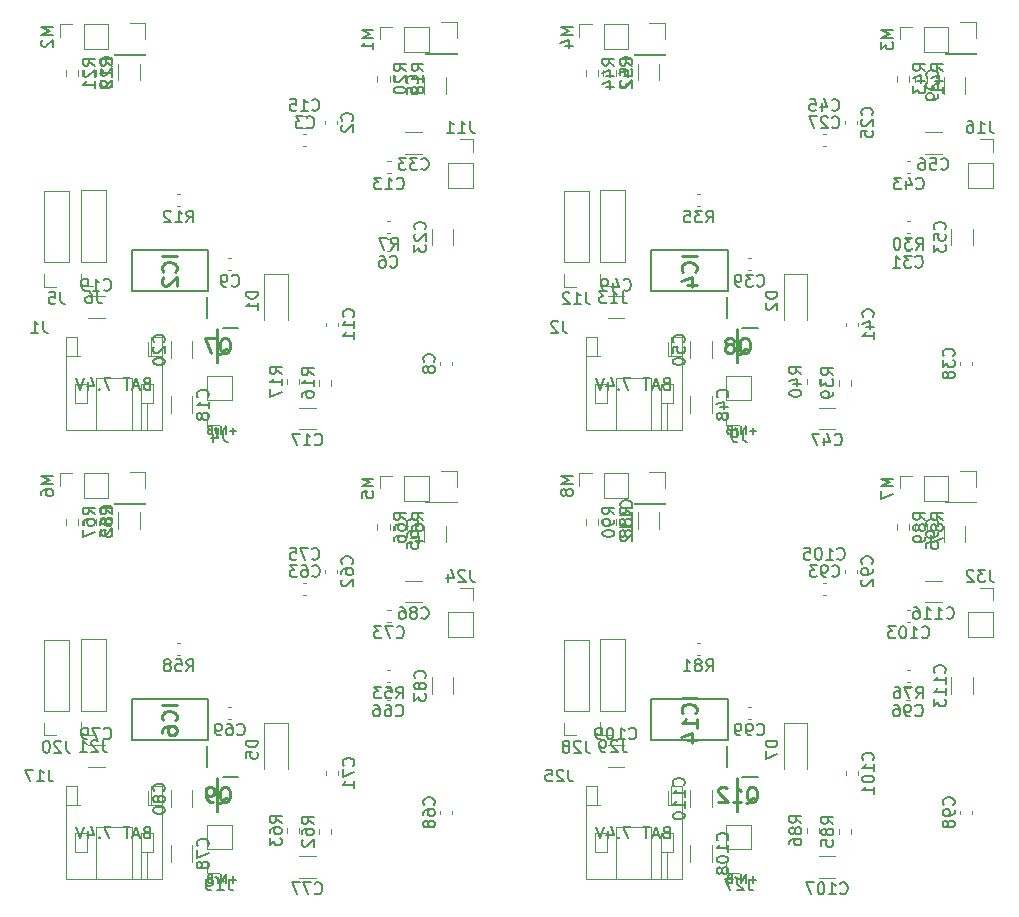
<source format=gbr>
%TF.GenerationSoftware,KiCad,Pcbnew,(6.0.4)*%
%TF.CreationDate,2022-09-20T18:54:46+09:00*%
%TF.ProjectId,mainboard_p_rev4,6d61696e-626f-4617-9264-5f705f726576,rev?*%
%TF.SameCoordinates,Original*%
%TF.FileFunction,Legend,Bot*%
%TF.FilePolarity,Positive*%
%FSLAX46Y46*%
G04 Gerber Fmt 4.6, Leading zero omitted, Abs format (unit mm)*
G04 Created by KiCad (PCBNEW (6.0.4)) date 2022-09-20 18:54:46*
%MOMM*%
%LPD*%
G01*
G04 APERTURE LIST*
%ADD10C,0.150000*%
%ADD11C,0.254000*%
%ADD12C,0.120000*%
%ADD13C,0.200000*%
G04 APERTURE END LIST*
D10*
X178567695Y-143752371D02*
X178424838Y-143799990D01*
X178377219Y-143847609D01*
X178329600Y-143942847D01*
X178329600Y-144085704D01*
X178377219Y-144180942D01*
X178424838Y-144228561D01*
X178520076Y-144276180D01*
X178901028Y-144276180D01*
X178901028Y-143276180D01*
X178567695Y-143276180D01*
X178472457Y-143323800D01*
X178424838Y-143371419D01*
X178377219Y-143466657D01*
X178377219Y-143561895D01*
X178424838Y-143657133D01*
X178472457Y-143704752D01*
X178567695Y-143752371D01*
X178901028Y-143752371D01*
X177948647Y-143990466D02*
X177472457Y-143990466D01*
X178043885Y-144276180D02*
X177710552Y-143276180D01*
X177377219Y-144276180D01*
X177186742Y-143276180D02*
X176615314Y-143276180D01*
X176901028Y-144276180D02*
X176901028Y-143276180D01*
X175615314Y-143276180D02*
X174948647Y-143276180D01*
X175377219Y-144276180D01*
X174567695Y-144180942D02*
X174520076Y-144228561D01*
X174567695Y-144276180D01*
X174615314Y-144228561D01*
X174567695Y-144180942D01*
X174567695Y-144276180D01*
X173662933Y-143609514D02*
X173662933Y-144276180D01*
X173901028Y-143228561D02*
X174139123Y-143942847D01*
X173520076Y-143942847D01*
X173281980Y-143276180D02*
X172948647Y-144276180D01*
X172615314Y-143276180D01*
X134567695Y-143752371D02*
X134424838Y-143799990D01*
X134377219Y-143847609D01*
X134329600Y-143942847D01*
X134329600Y-144085704D01*
X134377219Y-144180942D01*
X134424838Y-144228561D01*
X134520076Y-144276180D01*
X134901028Y-144276180D01*
X134901028Y-143276180D01*
X134567695Y-143276180D01*
X134472457Y-143323800D01*
X134424838Y-143371419D01*
X134377219Y-143466657D01*
X134377219Y-143561895D01*
X134424838Y-143657133D01*
X134472457Y-143704752D01*
X134567695Y-143752371D01*
X134901028Y-143752371D01*
X133948647Y-143990466D02*
X133472457Y-143990466D01*
X134043885Y-144276180D02*
X133710552Y-143276180D01*
X133377219Y-144276180D01*
X133186742Y-143276180D02*
X132615314Y-143276180D01*
X132901028Y-144276180D02*
X132901028Y-143276180D01*
X131615314Y-143276180D02*
X130948647Y-143276180D01*
X131377219Y-144276180D01*
X130567695Y-144180942D02*
X130520076Y-144228561D01*
X130567695Y-144276180D01*
X130615314Y-144228561D01*
X130567695Y-144180942D01*
X130567695Y-144276180D01*
X129662933Y-143609514D02*
X129662933Y-144276180D01*
X129901028Y-143228561D02*
X130139123Y-143942847D01*
X129520076Y-143942847D01*
X129281980Y-143276180D02*
X128948647Y-144276180D01*
X128615314Y-143276180D01*
X178567695Y-105752371D02*
X178424838Y-105799990D01*
X178377219Y-105847609D01*
X178329600Y-105942847D01*
X178329600Y-106085704D01*
X178377219Y-106180942D01*
X178424838Y-106228561D01*
X178520076Y-106276180D01*
X178901028Y-106276180D01*
X178901028Y-105276180D01*
X178567695Y-105276180D01*
X178472457Y-105323800D01*
X178424838Y-105371419D01*
X178377219Y-105466657D01*
X178377219Y-105561895D01*
X178424838Y-105657133D01*
X178472457Y-105704752D01*
X178567695Y-105752371D01*
X178901028Y-105752371D01*
X177948647Y-105990466D02*
X177472457Y-105990466D01*
X178043885Y-106276180D02*
X177710552Y-105276180D01*
X177377219Y-106276180D01*
X177186742Y-105276180D02*
X176615314Y-105276180D01*
X176901028Y-106276180D02*
X176901028Y-105276180D01*
X175615314Y-105276180D02*
X174948647Y-105276180D01*
X175377219Y-106276180D01*
X174567695Y-106180942D02*
X174520076Y-106228561D01*
X174567695Y-106276180D01*
X174615314Y-106228561D01*
X174567695Y-106180942D01*
X174567695Y-106276180D01*
X173662933Y-105609514D02*
X173662933Y-106276180D01*
X173901028Y-105228561D02*
X174139123Y-105942847D01*
X173520076Y-105942847D01*
X173281980Y-105276180D02*
X172948647Y-106276180D01*
X172615314Y-105276180D01*
X134567695Y-105752371D02*
X134424838Y-105799990D01*
X134377219Y-105847609D01*
X134329600Y-105942847D01*
X134329600Y-106085704D01*
X134377219Y-106180942D01*
X134424838Y-106228561D01*
X134520076Y-106276180D01*
X134901028Y-106276180D01*
X134901028Y-105276180D01*
X134567695Y-105276180D01*
X134472457Y-105323800D01*
X134424838Y-105371419D01*
X134377219Y-105466657D01*
X134377219Y-105561895D01*
X134424838Y-105657133D01*
X134472457Y-105704752D01*
X134567695Y-105752371D01*
X134901028Y-105752371D01*
X133948647Y-105990466D02*
X133472457Y-105990466D01*
X134043885Y-106276180D02*
X133710552Y-105276180D01*
X133377219Y-106276180D01*
X133186742Y-105276180D02*
X132615314Y-105276180D01*
X132901028Y-106276180D02*
X132901028Y-105276180D01*
X131615314Y-105276180D02*
X130948647Y-105276180D01*
X131377219Y-106276180D01*
X130567695Y-106180942D02*
X130520076Y-106228561D01*
X130567695Y-106276180D01*
X130615314Y-106228561D01*
X130567695Y-106180942D01*
X130567695Y-106276180D01*
X129662933Y-105609514D02*
X129662933Y-106276180D01*
X129901028Y-105228561D02*
X130139123Y-105942847D01*
X129520076Y-105942847D01*
X129281980Y-105276180D02*
X128948647Y-106276180D01*
X128615314Y-105276180D01*
%TO.C,R90*%
X174181380Y-116841142D02*
X173705190Y-116507809D01*
X174181380Y-116269714D02*
X173181380Y-116269714D01*
X173181380Y-116650666D01*
X173229000Y-116745904D01*
X173276619Y-116793523D01*
X173371857Y-116841142D01*
X173514714Y-116841142D01*
X173609952Y-116793523D01*
X173657571Y-116745904D01*
X173705190Y-116650666D01*
X173705190Y-116269714D01*
X174181380Y-117317333D02*
X174181380Y-117507809D01*
X174133761Y-117603047D01*
X174086142Y-117650666D01*
X173943285Y-117745904D01*
X173752809Y-117793523D01*
X173371857Y-117793523D01*
X173276619Y-117745904D01*
X173229000Y-117698285D01*
X173181380Y-117603047D01*
X173181380Y-117412571D01*
X173229000Y-117317333D01*
X173276619Y-117269714D01*
X173371857Y-117222095D01*
X173609952Y-117222095D01*
X173705190Y-117269714D01*
X173752809Y-117317333D01*
X173800428Y-117412571D01*
X173800428Y-117603047D01*
X173752809Y-117698285D01*
X173705190Y-117745904D01*
X173609952Y-117793523D01*
X173181380Y-118412571D02*
X173181380Y-118507809D01*
X173229000Y-118603047D01*
X173276619Y-118650666D01*
X173371857Y-118698285D01*
X173562333Y-118745904D01*
X173800428Y-118745904D01*
X173990904Y-118698285D01*
X174086142Y-118650666D01*
X174133761Y-118603047D01*
X174181380Y-118507809D01*
X174181380Y-118412571D01*
X174133761Y-118317333D01*
X174086142Y-118269714D01*
X173990904Y-118222095D01*
X173800428Y-118174476D01*
X173562333Y-118174476D01*
X173371857Y-118222095D01*
X173276619Y-118269714D01*
X173229000Y-118317333D01*
X173181380Y-118412571D01*
%TO.C,M7*%
X197798780Y-113804276D02*
X196798780Y-113804276D01*
X197513066Y-114137609D01*
X196798780Y-114470942D01*
X197798780Y-114470942D01*
X196798780Y-114851895D02*
X196798780Y-115518561D01*
X197798780Y-115089990D01*
%TO.C,C109*%
X175450047Y-135803142D02*
X175497666Y-135850761D01*
X175640523Y-135898380D01*
X175735761Y-135898380D01*
X175878619Y-135850761D01*
X175973857Y-135755523D01*
X176021476Y-135660285D01*
X176069095Y-135469809D01*
X176069095Y-135326952D01*
X176021476Y-135136476D01*
X175973857Y-135041238D01*
X175878619Y-134946000D01*
X175735761Y-134898380D01*
X175640523Y-134898380D01*
X175497666Y-134946000D01*
X175450047Y-134993619D01*
X174497666Y-135898380D02*
X175069095Y-135898380D01*
X174783380Y-135898380D02*
X174783380Y-134898380D01*
X174878619Y-135041238D01*
X174973857Y-135136476D01*
X175069095Y-135184095D01*
X173878619Y-134898380D02*
X173783380Y-134898380D01*
X173688142Y-134946000D01*
X173640523Y-134993619D01*
X173592904Y-135088857D01*
X173545285Y-135279333D01*
X173545285Y-135517428D01*
X173592904Y-135707904D01*
X173640523Y-135803142D01*
X173688142Y-135850761D01*
X173783380Y-135898380D01*
X173878619Y-135898380D01*
X173973857Y-135850761D01*
X174021476Y-135803142D01*
X174069095Y-135707904D01*
X174116714Y-135517428D01*
X174116714Y-135279333D01*
X174069095Y-135088857D01*
X174021476Y-134993619D01*
X173973857Y-134946000D01*
X173878619Y-134898380D01*
X173069095Y-135898380D02*
X172878619Y-135898380D01*
X172783380Y-135850761D01*
X172735761Y-135803142D01*
X172640523Y-135660285D01*
X172592904Y-135469809D01*
X172592904Y-135088857D01*
X172640523Y-134993619D01*
X172688142Y-134946000D01*
X172783380Y-134898380D01*
X172973857Y-134898380D01*
X173069095Y-134946000D01*
X173116714Y-134993619D01*
X173164333Y-135088857D01*
X173164333Y-135326952D01*
X173116714Y-135422190D01*
X173069095Y-135469809D01*
X172973857Y-135517428D01*
X172783380Y-135517428D01*
X172688142Y-135469809D01*
X172640523Y-135422190D01*
X172592904Y-135326952D01*
%TO.C,C92*%
X195980942Y-121019142D02*
X196028561Y-120971523D01*
X196076180Y-120828666D01*
X196076180Y-120733428D01*
X196028561Y-120590571D01*
X195933323Y-120495333D01*
X195838085Y-120447714D01*
X195647609Y-120400095D01*
X195504752Y-120400095D01*
X195314276Y-120447714D01*
X195219038Y-120495333D01*
X195123800Y-120590571D01*
X195076180Y-120733428D01*
X195076180Y-120828666D01*
X195123800Y-120971523D01*
X195171419Y-121019142D01*
X196076180Y-121495333D02*
X196076180Y-121685809D01*
X196028561Y-121781047D01*
X195980942Y-121828666D01*
X195838085Y-121923904D01*
X195647609Y-121971523D01*
X195266657Y-121971523D01*
X195171419Y-121923904D01*
X195123800Y-121876285D01*
X195076180Y-121781047D01*
X195076180Y-121590571D01*
X195123800Y-121495333D01*
X195171419Y-121447714D01*
X195266657Y-121400095D01*
X195504752Y-121400095D01*
X195599990Y-121447714D01*
X195647609Y-121495333D01*
X195695228Y-121590571D01*
X195695228Y-121781047D01*
X195647609Y-121876285D01*
X195599990Y-121923904D01*
X195504752Y-121971523D01*
X195171419Y-122352476D02*
X195123800Y-122400095D01*
X195076180Y-122495333D01*
X195076180Y-122733428D01*
X195123800Y-122828666D01*
X195171419Y-122876285D01*
X195266657Y-122923904D01*
X195361895Y-122923904D01*
X195504752Y-122876285D01*
X196076180Y-122304857D01*
X196076180Y-122923904D01*
%TO.C,C93*%
X192626857Y-122049942D02*
X192674476Y-122097561D01*
X192817333Y-122145180D01*
X192912571Y-122145180D01*
X193055428Y-122097561D01*
X193150666Y-122002323D01*
X193198285Y-121907085D01*
X193245904Y-121716609D01*
X193245904Y-121573752D01*
X193198285Y-121383276D01*
X193150666Y-121288038D01*
X193055428Y-121192800D01*
X192912571Y-121145180D01*
X192817333Y-121145180D01*
X192674476Y-121192800D01*
X192626857Y-121240419D01*
X192150666Y-122145180D02*
X191960190Y-122145180D01*
X191864952Y-122097561D01*
X191817333Y-122049942D01*
X191722095Y-121907085D01*
X191674476Y-121716609D01*
X191674476Y-121335657D01*
X191722095Y-121240419D01*
X191769714Y-121192800D01*
X191864952Y-121145180D01*
X192055428Y-121145180D01*
X192150666Y-121192800D01*
X192198285Y-121240419D01*
X192245904Y-121335657D01*
X192245904Y-121573752D01*
X192198285Y-121668990D01*
X192150666Y-121716609D01*
X192055428Y-121764228D01*
X191864952Y-121764228D01*
X191769714Y-121716609D01*
X191722095Y-121668990D01*
X191674476Y-121573752D01*
X191341142Y-121145180D02*
X190722095Y-121145180D01*
X191055428Y-121526133D01*
X190912571Y-121526133D01*
X190817333Y-121573752D01*
X190769714Y-121621371D01*
X190722095Y-121716609D01*
X190722095Y-121954704D01*
X190769714Y-122049942D01*
X190817333Y-122097561D01*
X190912571Y-122145180D01*
X191198285Y-122145180D01*
X191293523Y-122097561D01*
X191341142Y-122049942D01*
%TO.C,M8*%
X170681980Y-113601076D02*
X169681980Y-113601076D01*
X170396266Y-113934409D01*
X169681980Y-114267742D01*
X170681980Y-114267742D01*
X170110552Y-114886790D02*
X170062933Y-114791552D01*
X170015314Y-114743933D01*
X169920076Y-114696314D01*
X169872457Y-114696314D01*
X169777219Y-114743933D01*
X169729600Y-114791552D01*
X169681980Y-114886790D01*
X169681980Y-115077266D01*
X169729600Y-115172504D01*
X169777219Y-115220123D01*
X169872457Y-115267742D01*
X169920076Y-115267742D01*
X170015314Y-115220123D01*
X170062933Y-115172504D01*
X170110552Y-115077266D01*
X170110552Y-114886790D01*
X170158171Y-114791552D01*
X170205790Y-114743933D01*
X170301028Y-114696314D01*
X170491504Y-114696314D01*
X170586742Y-114743933D01*
X170634361Y-114791552D01*
X170681980Y-114886790D01*
X170681980Y-115077266D01*
X170634361Y-115172504D01*
X170586742Y-115220123D01*
X170491504Y-115267742D01*
X170301028Y-115267742D01*
X170205790Y-115220123D01*
X170158171Y-115172504D01*
X170110552Y-115077266D01*
%TO.C,R89*%
X200521180Y-117298342D02*
X200044990Y-116965009D01*
X200521180Y-116726914D02*
X199521180Y-116726914D01*
X199521180Y-117107866D01*
X199568800Y-117203104D01*
X199616419Y-117250723D01*
X199711657Y-117298342D01*
X199854514Y-117298342D01*
X199949752Y-117250723D01*
X199997371Y-117203104D01*
X200044990Y-117107866D01*
X200044990Y-116726914D01*
X199949752Y-117869771D02*
X199902133Y-117774533D01*
X199854514Y-117726914D01*
X199759276Y-117679295D01*
X199711657Y-117679295D01*
X199616419Y-117726914D01*
X199568800Y-117774533D01*
X199521180Y-117869771D01*
X199521180Y-118060247D01*
X199568800Y-118155485D01*
X199616419Y-118203104D01*
X199711657Y-118250723D01*
X199759276Y-118250723D01*
X199854514Y-118203104D01*
X199902133Y-118155485D01*
X199949752Y-118060247D01*
X199949752Y-117869771D01*
X199997371Y-117774533D01*
X200044990Y-117726914D01*
X200140228Y-117679295D01*
X200330704Y-117679295D01*
X200425942Y-117726914D01*
X200473561Y-117774533D01*
X200521180Y-117869771D01*
X200521180Y-118060247D01*
X200473561Y-118155485D01*
X200425942Y-118203104D01*
X200330704Y-118250723D01*
X200140228Y-118250723D01*
X200044990Y-118203104D01*
X199997371Y-118155485D01*
X199949752Y-118060247D01*
X200521180Y-118726914D02*
X200521180Y-118917390D01*
X200473561Y-119012628D01*
X200425942Y-119060247D01*
X200283085Y-119155485D01*
X200092609Y-119203104D01*
X199711657Y-119203104D01*
X199616419Y-119155485D01*
X199568800Y-119107866D01*
X199521180Y-119012628D01*
X199521180Y-118822152D01*
X199568800Y-118726914D01*
X199616419Y-118679295D01*
X199711657Y-118631676D01*
X199949752Y-118631676D01*
X200044990Y-118679295D01*
X200092609Y-118726914D01*
X200140228Y-118822152D01*
X200140228Y-119012628D01*
X200092609Y-119107866D01*
X200044990Y-119155485D01*
X199949752Y-119203104D01*
%TO.C,R81*%
X181958857Y-130110580D02*
X182292190Y-129634390D01*
X182530285Y-130110580D02*
X182530285Y-129110580D01*
X182149333Y-129110580D01*
X182054095Y-129158200D01*
X182006476Y-129205819D01*
X181958857Y-129301057D01*
X181958857Y-129443914D01*
X182006476Y-129539152D01*
X182054095Y-129586771D01*
X182149333Y-129634390D01*
X182530285Y-129634390D01*
X181387428Y-129539152D02*
X181482666Y-129491533D01*
X181530285Y-129443914D01*
X181577904Y-129348676D01*
X181577904Y-129301057D01*
X181530285Y-129205819D01*
X181482666Y-129158200D01*
X181387428Y-129110580D01*
X181196952Y-129110580D01*
X181101714Y-129158200D01*
X181054095Y-129205819D01*
X181006476Y-129301057D01*
X181006476Y-129348676D01*
X181054095Y-129443914D01*
X181101714Y-129491533D01*
X181196952Y-129539152D01*
X181387428Y-129539152D01*
X181482666Y-129586771D01*
X181530285Y-129634390D01*
X181577904Y-129729628D01*
X181577904Y-129920104D01*
X181530285Y-130015342D01*
X181482666Y-130062961D01*
X181387428Y-130110580D01*
X181196952Y-130110580D01*
X181101714Y-130062961D01*
X181054095Y-130015342D01*
X181006476Y-129920104D01*
X181006476Y-129729628D01*
X181054095Y-129634390D01*
X181101714Y-129586771D01*
X181196952Y-129539152D01*
X180054095Y-130110580D02*
X180625523Y-130110580D01*
X180339809Y-130110580D02*
X180339809Y-129110580D01*
X180435047Y-129253438D01*
X180530285Y-129348676D01*
X180625523Y-129396295D01*
%TO.C,C113*%
X202149742Y-130231552D02*
X202197361Y-130183933D01*
X202244980Y-130041076D01*
X202244980Y-129945838D01*
X202197361Y-129802980D01*
X202102123Y-129707742D01*
X202006885Y-129660123D01*
X201816409Y-129612504D01*
X201673552Y-129612504D01*
X201483076Y-129660123D01*
X201387838Y-129707742D01*
X201292600Y-129802980D01*
X201244980Y-129945838D01*
X201244980Y-130041076D01*
X201292600Y-130183933D01*
X201340219Y-130231552D01*
X202244980Y-131183933D02*
X202244980Y-130612504D01*
X202244980Y-130898219D02*
X201244980Y-130898219D01*
X201387838Y-130802980D01*
X201483076Y-130707742D01*
X201530695Y-130612504D01*
X202244980Y-132136314D02*
X202244980Y-131564885D01*
X202244980Y-131850600D02*
X201244980Y-131850600D01*
X201387838Y-131755361D01*
X201483076Y-131660123D01*
X201530695Y-131564885D01*
X201244980Y-132469647D02*
X201244980Y-133088695D01*
X201625933Y-132755361D01*
X201625933Y-132898219D01*
X201673552Y-132993457D01*
X201721171Y-133041076D01*
X201816409Y-133088695D01*
X202054504Y-133088695D01*
X202149742Y-133041076D01*
X202197361Y-132993457D01*
X202244980Y-132898219D01*
X202244980Y-132612504D01*
X202197361Y-132517266D01*
X202149742Y-132469647D01*
%TO.C,J32*%
X205976123Y-121521780D02*
X205976123Y-122236066D01*
X206023742Y-122378923D01*
X206118980Y-122474161D01*
X206261838Y-122521780D01*
X206357076Y-122521780D01*
X205595171Y-121521780D02*
X204976123Y-121521780D01*
X205309457Y-121902733D01*
X205166600Y-121902733D01*
X205071361Y-121950352D01*
X205023742Y-121997971D01*
X204976123Y-122093209D01*
X204976123Y-122331304D01*
X205023742Y-122426542D01*
X205071361Y-122474161D01*
X205166600Y-122521780D01*
X205452314Y-122521780D01*
X205547552Y-122474161D01*
X205595171Y-122426542D01*
X204595171Y-121617019D02*
X204547552Y-121569400D01*
X204452314Y-121521780D01*
X204214219Y-121521780D01*
X204118980Y-121569400D01*
X204071361Y-121617019D01*
X204023742Y-121712257D01*
X204023742Y-121807495D01*
X204071361Y-121950352D01*
X204642790Y-122521780D01*
X204023742Y-122521780D01*
%TO.C,J28*%
X171762323Y-136012380D02*
X171762323Y-136726666D01*
X171809942Y-136869523D01*
X171905180Y-136964761D01*
X172048038Y-137012380D01*
X172143276Y-137012380D01*
X171333752Y-136107619D02*
X171286133Y-136060000D01*
X171190895Y-136012380D01*
X170952800Y-136012380D01*
X170857561Y-136060000D01*
X170809942Y-136107619D01*
X170762323Y-136202857D01*
X170762323Y-136298095D01*
X170809942Y-136440952D01*
X171381371Y-137012380D01*
X170762323Y-137012380D01*
X170190895Y-136440952D02*
X170286133Y-136393333D01*
X170333752Y-136345714D01*
X170381371Y-136250476D01*
X170381371Y-136202857D01*
X170333752Y-136107619D01*
X170286133Y-136060000D01*
X170190895Y-136012380D01*
X170000419Y-136012380D01*
X169905180Y-136060000D01*
X169857561Y-136107619D01*
X169809942Y-136202857D01*
X169809942Y-136250476D01*
X169857561Y-136345714D01*
X169905180Y-136393333D01*
X170000419Y-136440952D01*
X170190895Y-136440952D01*
X170286133Y-136488571D01*
X170333752Y-136536190D01*
X170381371Y-136631428D01*
X170381371Y-136821904D01*
X170333752Y-136917142D01*
X170286133Y-136964761D01*
X170190895Y-137012380D01*
X170000419Y-137012380D01*
X169905180Y-136964761D01*
X169857561Y-136917142D01*
X169809942Y-136821904D01*
X169809942Y-136631428D01*
X169857561Y-136536190D01*
X169905180Y-136488571D01*
X170000419Y-136440952D01*
%TO.C,C108*%
X183751742Y-144431952D02*
X183799361Y-144384333D01*
X183846980Y-144241476D01*
X183846980Y-144146238D01*
X183799361Y-144003380D01*
X183704123Y-143908142D01*
X183608885Y-143860523D01*
X183418409Y-143812904D01*
X183275552Y-143812904D01*
X183085076Y-143860523D01*
X182989838Y-143908142D01*
X182894600Y-144003380D01*
X182846980Y-144146238D01*
X182846980Y-144241476D01*
X182894600Y-144384333D01*
X182942219Y-144431952D01*
X183846980Y-145384333D02*
X183846980Y-144812904D01*
X183846980Y-145098619D02*
X182846980Y-145098619D01*
X182989838Y-145003380D01*
X183085076Y-144908142D01*
X183132695Y-144812904D01*
X182846980Y-146003380D02*
X182846980Y-146098619D01*
X182894600Y-146193857D01*
X182942219Y-146241476D01*
X183037457Y-146289095D01*
X183227933Y-146336714D01*
X183466028Y-146336714D01*
X183656504Y-146289095D01*
X183751742Y-146241476D01*
X183799361Y-146193857D01*
X183846980Y-146098619D01*
X183846980Y-146003380D01*
X183799361Y-145908142D01*
X183751742Y-145860523D01*
X183656504Y-145812904D01*
X183466028Y-145765285D01*
X183227933Y-145765285D01*
X183037457Y-145812904D01*
X182942219Y-145860523D01*
X182894600Y-145908142D01*
X182846980Y-146003380D01*
X183275552Y-146908142D02*
X183227933Y-146812904D01*
X183180314Y-146765285D01*
X183085076Y-146717666D01*
X183037457Y-146717666D01*
X182942219Y-146765285D01*
X182894600Y-146812904D01*
X182846980Y-146908142D01*
X182846980Y-147098619D01*
X182894600Y-147193857D01*
X182942219Y-147241476D01*
X183037457Y-147289095D01*
X183085076Y-147289095D01*
X183180314Y-147241476D01*
X183227933Y-147193857D01*
X183275552Y-147098619D01*
X183275552Y-146908142D01*
X183323171Y-146812904D01*
X183370790Y-146765285D01*
X183466028Y-146717666D01*
X183656504Y-146717666D01*
X183751742Y-146765285D01*
X183799361Y-146812904D01*
X183846980Y-146908142D01*
X183846980Y-147098619D01*
X183799361Y-147193857D01*
X183751742Y-147241476D01*
X183656504Y-147289095D01*
X183466028Y-147289095D01*
X183370790Y-147241476D01*
X183323171Y-147193857D01*
X183275552Y-147098619D01*
%TO.C,C98*%
X202899942Y-141428342D02*
X202947561Y-141380723D01*
X202995180Y-141237866D01*
X202995180Y-141142628D01*
X202947561Y-140999771D01*
X202852323Y-140904533D01*
X202757085Y-140856914D01*
X202566609Y-140809295D01*
X202423752Y-140809295D01*
X202233276Y-140856914D01*
X202138038Y-140904533D01*
X202042800Y-140999771D01*
X201995180Y-141142628D01*
X201995180Y-141237866D01*
X202042800Y-141380723D01*
X202090419Y-141428342D01*
X202995180Y-141904533D02*
X202995180Y-142095009D01*
X202947561Y-142190247D01*
X202899942Y-142237866D01*
X202757085Y-142333104D01*
X202566609Y-142380723D01*
X202185657Y-142380723D01*
X202090419Y-142333104D01*
X202042800Y-142285485D01*
X201995180Y-142190247D01*
X201995180Y-141999771D01*
X202042800Y-141904533D01*
X202090419Y-141856914D01*
X202185657Y-141809295D01*
X202423752Y-141809295D01*
X202518990Y-141856914D01*
X202566609Y-141904533D01*
X202614228Y-141999771D01*
X202614228Y-142190247D01*
X202566609Y-142285485D01*
X202518990Y-142333104D01*
X202423752Y-142380723D01*
X202423752Y-142952152D02*
X202376133Y-142856914D01*
X202328514Y-142809295D01*
X202233276Y-142761676D01*
X202185657Y-142761676D01*
X202090419Y-142809295D01*
X202042800Y-142856914D01*
X201995180Y-142952152D01*
X201995180Y-143142628D01*
X202042800Y-143237866D01*
X202090419Y-143285485D01*
X202185657Y-143333104D01*
X202233276Y-143333104D01*
X202328514Y-143285485D01*
X202376133Y-143237866D01*
X202423752Y-143142628D01*
X202423752Y-142952152D01*
X202471371Y-142856914D01*
X202518990Y-142809295D01*
X202614228Y-142761676D01*
X202804704Y-142761676D01*
X202899942Y-142809295D01*
X202947561Y-142856914D01*
X202995180Y-142952152D01*
X202995180Y-143142628D01*
X202947561Y-143237866D01*
X202899942Y-143285485D01*
X202804704Y-143333104D01*
X202614228Y-143333104D01*
X202518990Y-143285485D01*
X202471371Y-143237866D01*
X202423752Y-143142628D01*
%TO.C,C101*%
X196082542Y-137624752D02*
X196130161Y-137577133D01*
X196177780Y-137434276D01*
X196177780Y-137339038D01*
X196130161Y-137196180D01*
X196034923Y-137100942D01*
X195939685Y-137053323D01*
X195749209Y-137005704D01*
X195606352Y-137005704D01*
X195415876Y-137053323D01*
X195320638Y-137100942D01*
X195225400Y-137196180D01*
X195177780Y-137339038D01*
X195177780Y-137434276D01*
X195225400Y-137577133D01*
X195273019Y-137624752D01*
X196177780Y-138577133D02*
X196177780Y-138005704D01*
X196177780Y-138291419D02*
X195177780Y-138291419D01*
X195320638Y-138196180D01*
X195415876Y-138100942D01*
X195463495Y-138005704D01*
X195177780Y-139196180D02*
X195177780Y-139291419D01*
X195225400Y-139386657D01*
X195273019Y-139434276D01*
X195368257Y-139481895D01*
X195558733Y-139529514D01*
X195796828Y-139529514D01*
X195987304Y-139481895D01*
X196082542Y-139434276D01*
X196130161Y-139386657D01*
X196177780Y-139291419D01*
X196177780Y-139196180D01*
X196130161Y-139100942D01*
X196082542Y-139053323D01*
X195987304Y-139005704D01*
X195796828Y-138958085D01*
X195558733Y-138958085D01*
X195368257Y-139005704D01*
X195273019Y-139053323D01*
X195225400Y-139100942D01*
X195177780Y-139196180D01*
X196177780Y-140481895D02*
X196177780Y-139910466D01*
X196177780Y-140196180D02*
X195177780Y-140196180D01*
X195320638Y-140100942D01*
X195415876Y-140005704D01*
X195463495Y-139910466D01*
%TO.C,C95*%
X201514742Y-117857142D02*
X201562361Y-117809523D01*
X201609980Y-117666666D01*
X201609980Y-117571428D01*
X201562361Y-117428571D01*
X201467123Y-117333333D01*
X201371885Y-117285714D01*
X201181409Y-117238095D01*
X201038552Y-117238095D01*
X200848076Y-117285714D01*
X200752838Y-117333333D01*
X200657600Y-117428571D01*
X200609980Y-117571428D01*
X200609980Y-117666666D01*
X200657600Y-117809523D01*
X200705219Y-117857142D01*
X201609980Y-118333333D02*
X201609980Y-118523809D01*
X201562361Y-118619047D01*
X201514742Y-118666666D01*
X201371885Y-118761904D01*
X201181409Y-118809523D01*
X200800457Y-118809523D01*
X200705219Y-118761904D01*
X200657600Y-118714285D01*
X200609980Y-118619047D01*
X200609980Y-118428571D01*
X200657600Y-118333333D01*
X200705219Y-118285714D01*
X200800457Y-118238095D01*
X201038552Y-118238095D01*
X201133790Y-118285714D01*
X201181409Y-118333333D01*
X201229028Y-118428571D01*
X201229028Y-118619047D01*
X201181409Y-118714285D01*
X201133790Y-118761904D01*
X201038552Y-118809523D01*
X200609980Y-119714285D02*
X200609980Y-119238095D01*
X201086171Y-119190476D01*
X201038552Y-119238095D01*
X200990933Y-119333333D01*
X200990933Y-119571428D01*
X201038552Y-119666666D01*
X201086171Y-119714285D01*
X201181409Y-119761904D01*
X201419504Y-119761904D01*
X201514742Y-119714285D01*
X201562361Y-119666666D01*
X201609980Y-119571428D01*
X201609980Y-119333333D01*
X201562361Y-119238095D01*
X201514742Y-119190476D01*
D11*
%TO.C,IC14*%
X181153923Y-132352676D02*
X179883923Y-132352676D01*
X181032971Y-133683152D02*
X181093447Y-133622676D01*
X181153923Y-133441247D01*
X181153923Y-133320295D01*
X181093447Y-133138866D01*
X180972495Y-133017914D01*
X180851542Y-132957438D01*
X180609638Y-132896961D01*
X180428209Y-132896961D01*
X180186304Y-132957438D01*
X180065352Y-133017914D01*
X179944400Y-133138866D01*
X179883923Y-133320295D01*
X179883923Y-133441247D01*
X179944400Y-133622676D01*
X180004876Y-133683152D01*
X181153923Y-134892676D02*
X181153923Y-134166961D01*
X181153923Y-134529819D02*
X179883923Y-134529819D01*
X180065352Y-134408866D01*
X180186304Y-134287914D01*
X180246780Y-134166961D01*
X180307257Y-135981247D02*
X181153923Y-135981247D01*
X179823447Y-135678866D02*
X180730590Y-135376485D01*
X180730590Y-136162676D01*
D10*
%TO.C,R87*%
X202019780Y-117298342D02*
X201543590Y-116965009D01*
X202019780Y-116726914D02*
X201019780Y-116726914D01*
X201019780Y-117107866D01*
X201067400Y-117203104D01*
X201115019Y-117250723D01*
X201210257Y-117298342D01*
X201353114Y-117298342D01*
X201448352Y-117250723D01*
X201495971Y-117203104D01*
X201543590Y-117107866D01*
X201543590Y-116726914D01*
X201448352Y-117869771D02*
X201400733Y-117774533D01*
X201353114Y-117726914D01*
X201257876Y-117679295D01*
X201210257Y-117679295D01*
X201115019Y-117726914D01*
X201067400Y-117774533D01*
X201019780Y-117869771D01*
X201019780Y-118060247D01*
X201067400Y-118155485D01*
X201115019Y-118203104D01*
X201210257Y-118250723D01*
X201257876Y-118250723D01*
X201353114Y-118203104D01*
X201400733Y-118155485D01*
X201448352Y-118060247D01*
X201448352Y-117869771D01*
X201495971Y-117774533D01*
X201543590Y-117726914D01*
X201638828Y-117679295D01*
X201829304Y-117679295D01*
X201924542Y-117726914D01*
X201972161Y-117774533D01*
X202019780Y-117869771D01*
X202019780Y-118060247D01*
X201972161Y-118155485D01*
X201924542Y-118203104D01*
X201829304Y-118250723D01*
X201638828Y-118250723D01*
X201543590Y-118203104D01*
X201495971Y-118155485D01*
X201448352Y-118060247D01*
X201019780Y-118584057D02*
X201019780Y-119250723D01*
X202019780Y-118822152D01*
%TO.C,J25*%
X170309523Y-138452380D02*
X170309523Y-139166666D01*
X170357142Y-139309523D01*
X170452380Y-139404761D01*
X170595238Y-139452380D01*
X170690476Y-139452380D01*
X169880952Y-138547619D02*
X169833333Y-138500000D01*
X169738095Y-138452380D01*
X169500000Y-138452380D01*
X169404761Y-138500000D01*
X169357142Y-138547619D01*
X169309523Y-138642857D01*
X169309523Y-138738095D01*
X169357142Y-138880952D01*
X169928571Y-139452380D01*
X169309523Y-139452380D01*
X168404761Y-138452380D02*
X168880952Y-138452380D01*
X168928571Y-138928571D01*
X168880952Y-138880952D01*
X168785714Y-138833333D01*
X168547619Y-138833333D01*
X168452380Y-138880952D01*
X168404761Y-138928571D01*
X168357142Y-139023809D01*
X168357142Y-139261904D01*
X168404761Y-139357142D01*
X168452380Y-139404761D01*
X168547619Y-139452380D01*
X168785714Y-139452380D01*
X168880952Y-139404761D01*
X168928571Y-139357142D01*
%TO.C,J27*%
X185554523Y-147682380D02*
X185554523Y-148396666D01*
X185602142Y-148539523D01*
X185697380Y-148634761D01*
X185840238Y-148682380D01*
X185935476Y-148682380D01*
X185125952Y-147777619D02*
X185078333Y-147730000D01*
X184983095Y-147682380D01*
X184745000Y-147682380D01*
X184649761Y-147730000D01*
X184602142Y-147777619D01*
X184554523Y-147872857D01*
X184554523Y-147968095D01*
X184602142Y-148110952D01*
X185173571Y-148682380D01*
X184554523Y-148682380D01*
X184221190Y-147682380D02*
X183554523Y-147682380D01*
X183983095Y-148682380D01*
X186199000Y-147760000D02*
X185665666Y-147760000D01*
X185932333Y-148026666D02*
X185932333Y-147493333D01*
X185332333Y-148026666D02*
X185332333Y-147326666D01*
X184932333Y-148026666D01*
X184932333Y-147326666D01*
X184599000Y-148026666D02*
X184599000Y-147560000D01*
X184599000Y-147693333D02*
X184565666Y-147626666D01*
X184532333Y-147593333D01*
X184465666Y-147560000D01*
X184399000Y-147560000D01*
X183932333Y-147660000D02*
X183832333Y-147693333D01*
X183799000Y-147726666D01*
X183765666Y-147793333D01*
X183765666Y-147893333D01*
X183799000Y-147960000D01*
X183832333Y-147993333D01*
X183899000Y-148026666D01*
X184165666Y-148026666D01*
X184165666Y-147326666D01*
X183932333Y-147326666D01*
X183865666Y-147360000D01*
X183832333Y-147393333D01*
X183799000Y-147460000D01*
X183799000Y-147526666D01*
X183832333Y-147593333D01*
X183865666Y-147626666D01*
X183932333Y-147660000D01*
X184165666Y-147660000D01*
%TO.C,C103*%
X200240447Y-127221342D02*
X200288066Y-127268961D01*
X200430923Y-127316580D01*
X200526161Y-127316580D01*
X200669019Y-127268961D01*
X200764257Y-127173723D01*
X200811876Y-127078485D01*
X200859495Y-126888009D01*
X200859495Y-126745152D01*
X200811876Y-126554676D01*
X200764257Y-126459438D01*
X200669019Y-126364200D01*
X200526161Y-126316580D01*
X200430923Y-126316580D01*
X200288066Y-126364200D01*
X200240447Y-126411819D01*
X199288066Y-127316580D02*
X199859495Y-127316580D01*
X199573780Y-127316580D02*
X199573780Y-126316580D01*
X199669019Y-126459438D01*
X199764257Y-126554676D01*
X199859495Y-126602295D01*
X198669019Y-126316580D02*
X198573780Y-126316580D01*
X198478542Y-126364200D01*
X198430923Y-126411819D01*
X198383304Y-126507057D01*
X198335685Y-126697533D01*
X198335685Y-126935628D01*
X198383304Y-127126104D01*
X198430923Y-127221342D01*
X198478542Y-127268961D01*
X198573780Y-127316580D01*
X198669019Y-127316580D01*
X198764257Y-127268961D01*
X198811876Y-127221342D01*
X198859495Y-127126104D01*
X198907114Y-126935628D01*
X198907114Y-126697533D01*
X198859495Y-126507057D01*
X198811876Y-126411819D01*
X198764257Y-126364200D01*
X198669019Y-126316580D01*
X198002352Y-126316580D02*
X197383304Y-126316580D01*
X197716638Y-126697533D01*
X197573780Y-126697533D01*
X197478542Y-126745152D01*
X197430923Y-126792771D01*
X197383304Y-126888009D01*
X197383304Y-127126104D01*
X197430923Y-127221342D01*
X197478542Y-127268961D01*
X197573780Y-127316580D01*
X197859495Y-127316580D01*
X197954733Y-127268961D01*
X198002352Y-127221342D01*
%TO.C,C99*%
X186276857Y-135450942D02*
X186324476Y-135498561D01*
X186467333Y-135546180D01*
X186562571Y-135546180D01*
X186705428Y-135498561D01*
X186800666Y-135403323D01*
X186848285Y-135308085D01*
X186895904Y-135117609D01*
X186895904Y-134974752D01*
X186848285Y-134784276D01*
X186800666Y-134689038D01*
X186705428Y-134593800D01*
X186562571Y-134546180D01*
X186467333Y-134546180D01*
X186324476Y-134593800D01*
X186276857Y-134641419D01*
X185800666Y-135546180D02*
X185610190Y-135546180D01*
X185514952Y-135498561D01*
X185467333Y-135450942D01*
X185372095Y-135308085D01*
X185324476Y-135117609D01*
X185324476Y-134736657D01*
X185372095Y-134641419D01*
X185419714Y-134593800D01*
X185514952Y-134546180D01*
X185705428Y-134546180D01*
X185800666Y-134593800D01*
X185848285Y-134641419D01*
X185895904Y-134736657D01*
X185895904Y-134974752D01*
X185848285Y-135069990D01*
X185800666Y-135117609D01*
X185705428Y-135165228D01*
X185514952Y-135165228D01*
X185419714Y-135117609D01*
X185372095Y-135069990D01*
X185324476Y-134974752D01*
X184848285Y-135546180D02*
X184657809Y-135546180D01*
X184562571Y-135498561D01*
X184514952Y-135450942D01*
X184419714Y-135308085D01*
X184372095Y-135117609D01*
X184372095Y-134736657D01*
X184419714Y-134641419D01*
X184467333Y-134593800D01*
X184562571Y-134546180D01*
X184753047Y-134546180D01*
X184848285Y-134593800D01*
X184895904Y-134641419D01*
X184943523Y-134736657D01*
X184943523Y-134974752D01*
X184895904Y-135069990D01*
X184848285Y-135117609D01*
X184753047Y-135165228D01*
X184562571Y-135165228D01*
X184467333Y-135117609D01*
X184419714Y-135069990D01*
X184372095Y-134974752D01*
%TO.C,J29*%
X174886523Y-135966380D02*
X174886523Y-136680666D01*
X174934142Y-136823523D01*
X175029380Y-136918761D01*
X175172238Y-136966380D01*
X175267476Y-136966380D01*
X174457952Y-136061619D02*
X174410333Y-136014000D01*
X174315095Y-135966380D01*
X174077000Y-135966380D01*
X173981761Y-136014000D01*
X173934142Y-136061619D01*
X173886523Y-136156857D01*
X173886523Y-136252095D01*
X173934142Y-136394952D01*
X174505571Y-136966380D01*
X173886523Y-136966380D01*
X173410333Y-136966380D02*
X173219857Y-136966380D01*
X173124619Y-136918761D01*
X173077000Y-136871142D01*
X172981761Y-136728285D01*
X172934142Y-136537809D01*
X172934142Y-136156857D01*
X172981761Y-136061619D01*
X173029380Y-136014000D01*
X173124619Y-135966380D01*
X173315095Y-135966380D01*
X173410333Y-136014000D01*
X173457952Y-136061619D01*
X173505571Y-136156857D01*
X173505571Y-136394952D01*
X173457952Y-136490190D01*
X173410333Y-136537809D01*
X173315095Y-136585428D01*
X173124619Y-136585428D01*
X173029380Y-136537809D01*
X172981761Y-136490190D01*
X172934142Y-136394952D01*
%TO.C,C110*%
X180051742Y-139783752D02*
X180099361Y-139736133D01*
X180146980Y-139593276D01*
X180146980Y-139498038D01*
X180099361Y-139355180D01*
X180004123Y-139259942D01*
X179908885Y-139212323D01*
X179718409Y-139164704D01*
X179575552Y-139164704D01*
X179385076Y-139212323D01*
X179289838Y-139259942D01*
X179194600Y-139355180D01*
X179146980Y-139498038D01*
X179146980Y-139593276D01*
X179194600Y-139736133D01*
X179242219Y-139783752D01*
X180146980Y-140736133D02*
X180146980Y-140164704D01*
X180146980Y-140450419D02*
X179146980Y-140450419D01*
X179289838Y-140355180D01*
X179385076Y-140259942D01*
X179432695Y-140164704D01*
X180146980Y-141688514D02*
X180146980Y-141117085D01*
X180146980Y-141402800D02*
X179146980Y-141402800D01*
X179289838Y-141307561D01*
X179385076Y-141212323D01*
X179432695Y-141117085D01*
X179146980Y-142307561D02*
X179146980Y-142402800D01*
X179194600Y-142498038D01*
X179242219Y-142545657D01*
X179337457Y-142593276D01*
X179527933Y-142640895D01*
X179766028Y-142640895D01*
X179956504Y-142593276D01*
X180051742Y-142545657D01*
X180099361Y-142498038D01*
X180146980Y-142402800D01*
X180146980Y-142307561D01*
X180099361Y-142212323D01*
X180051742Y-142164704D01*
X179956504Y-142117085D01*
X179766028Y-142069466D01*
X179527933Y-142069466D01*
X179337457Y-142117085D01*
X179242219Y-142164704D01*
X179194600Y-142212323D01*
X179146980Y-142307561D01*
%TO.C,R76*%
X199738857Y-132421980D02*
X200072190Y-131945790D01*
X200310285Y-132421980D02*
X200310285Y-131421980D01*
X199929333Y-131421980D01*
X199834095Y-131469600D01*
X199786476Y-131517219D01*
X199738857Y-131612457D01*
X199738857Y-131755314D01*
X199786476Y-131850552D01*
X199834095Y-131898171D01*
X199929333Y-131945790D01*
X200310285Y-131945790D01*
X199405523Y-131421980D02*
X198738857Y-131421980D01*
X199167428Y-132421980D01*
X197929333Y-131421980D02*
X198119809Y-131421980D01*
X198215047Y-131469600D01*
X198262666Y-131517219D01*
X198357904Y-131660076D01*
X198405523Y-131850552D01*
X198405523Y-132231504D01*
X198357904Y-132326742D01*
X198310285Y-132374361D01*
X198215047Y-132421980D01*
X198024571Y-132421980D01*
X197929333Y-132374361D01*
X197881714Y-132326742D01*
X197834095Y-132231504D01*
X197834095Y-131993409D01*
X197881714Y-131898171D01*
X197929333Y-131850552D01*
X198024571Y-131802933D01*
X198215047Y-131802933D01*
X198310285Y-131850552D01*
X198357904Y-131898171D01*
X198405523Y-131993409D01*
%TO.C,C112*%
X175606742Y-116263352D02*
X175654361Y-116215733D01*
X175701980Y-116072876D01*
X175701980Y-115977638D01*
X175654361Y-115834780D01*
X175559123Y-115739542D01*
X175463885Y-115691923D01*
X175273409Y-115644304D01*
X175130552Y-115644304D01*
X174940076Y-115691923D01*
X174844838Y-115739542D01*
X174749600Y-115834780D01*
X174701980Y-115977638D01*
X174701980Y-116072876D01*
X174749600Y-116215733D01*
X174797219Y-116263352D01*
X175701980Y-117215733D02*
X175701980Y-116644304D01*
X175701980Y-116930019D02*
X174701980Y-116930019D01*
X174844838Y-116834780D01*
X174940076Y-116739542D01*
X174987695Y-116644304D01*
X175701980Y-118168114D02*
X175701980Y-117596685D01*
X175701980Y-117882400D02*
X174701980Y-117882400D01*
X174844838Y-117787161D01*
X174940076Y-117691923D01*
X174987695Y-117596685D01*
X174797219Y-118549066D02*
X174749600Y-118596685D01*
X174701980Y-118691923D01*
X174701980Y-118930019D01*
X174749600Y-119025257D01*
X174797219Y-119072876D01*
X174892457Y-119120495D01*
X174987695Y-119120495D01*
X175130552Y-119072876D01*
X175701980Y-118501447D01*
X175701980Y-119120495D01*
%TO.C,R85*%
X192722380Y-143057142D02*
X192246190Y-142723809D01*
X192722380Y-142485714D02*
X191722380Y-142485714D01*
X191722380Y-142866666D01*
X191770000Y-142961904D01*
X191817619Y-143009523D01*
X191912857Y-143057142D01*
X192055714Y-143057142D01*
X192150952Y-143009523D01*
X192198571Y-142961904D01*
X192246190Y-142866666D01*
X192246190Y-142485714D01*
X192150952Y-143628571D02*
X192103333Y-143533333D01*
X192055714Y-143485714D01*
X191960476Y-143438095D01*
X191912857Y-143438095D01*
X191817619Y-143485714D01*
X191770000Y-143533333D01*
X191722380Y-143628571D01*
X191722380Y-143819047D01*
X191770000Y-143914285D01*
X191817619Y-143961904D01*
X191912857Y-144009523D01*
X191960476Y-144009523D01*
X192055714Y-143961904D01*
X192103333Y-143914285D01*
X192150952Y-143819047D01*
X192150952Y-143628571D01*
X192198571Y-143533333D01*
X192246190Y-143485714D01*
X192341428Y-143438095D01*
X192531904Y-143438095D01*
X192627142Y-143485714D01*
X192674761Y-143533333D01*
X192722380Y-143628571D01*
X192722380Y-143819047D01*
X192674761Y-143914285D01*
X192627142Y-143961904D01*
X192531904Y-144009523D01*
X192341428Y-144009523D01*
X192246190Y-143961904D01*
X192198571Y-143914285D01*
X192150952Y-143819047D01*
X191722380Y-144914285D02*
X191722380Y-144438095D01*
X192198571Y-144390476D01*
X192150952Y-144438095D01*
X192103333Y-144533333D01*
X192103333Y-144771428D01*
X192150952Y-144866666D01*
X192198571Y-144914285D01*
X192293809Y-144961904D01*
X192531904Y-144961904D01*
X192627142Y-144914285D01*
X192674761Y-144866666D01*
X192722380Y-144771428D01*
X192722380Y-144533333D01*
X192674761Y-144438095D01*
X192627142Y-144390476D01*
%TO.C,R86*%
X190022380Y-142957142D02*
X189546190Y-142623809D01*
X190022380Y-142385714D02*
X189022380Y-142385714D01*
X189022380Y-142766666D01*
X189070000Y-142861904D01*
X189117619Y-142909523D01*
X189212857Y-142957142D01*
X189355714Y-142957142D01*
X189450952Y-142909523D01*
X189498571Y-142861904D01*
X189546190Y-142766666D01*
X189546190Y-142385714D01*
X189450952Y-143528571D02*
X189403333Y-143433333D01*
X189355714Y-143385714D01*
X189260476Y-143338095D01*
X189212857Y-143338095D01*
X189117619Y-143385714D01*
X189070000Y-143433333D01*
X189022380Y-143528571D01*
X189022380Y-143719047D01*
X189070000Y-143814285D01*
X189117619Y-143861904D01*
X189212857Y-143909523D01*
X189260476Y-143909523D01*
X189355714Y-143861904D01*
X189403333Y-143814285D01*
X189450952Y-143719047D01*
X189450952Y-143528571D01*
X189498571Y-143433333D01*
X189546190Y-143385714D01*
X189641428Y-143338095D01*
X189831904Y-143338095D01*
X189927142Y-143385714D01*
X189974761Y-143433333D01*
X190022380Y-143528571D01*
X190022380Y-143719047D01*
X189974761Y-143814285D01*
X189927142Y-143861904D01*
X189831904Y-143909523D01*
X189641428Y-143909523D01*
X189546190Y-143861904D01*
X189498571Y-143814285D01*
X189450952Y-143719047D01*
X189022380Y-144766666D02*
X189022380Y-144576190D01*
X189070000Y-144480952D01*
X189117619Y-144433333D01*
X189260476Y-144338095D01*
X189450952Y-144290476D01*
X189831904Y-144290476D01*
X189927142Y-144338095D01*
X189974761Y-144385714D01*
X190022380Y-144480952D01*
X190022380Y-144671428D01*
X189974761Y-144766666D01*
X189927142Y-144814285D01*
X189831904Y-144861904D01*
X189593809Y-144861904D01*
X189498571Y-144814285D01*
X189450952Y-144766666D01*
X189403333Y-144671428D01*
X189403333Y-144480952D01*
X189450952Y-144385714D01*
X189498571Y-144338095D01*
X189593809Y-144290476D01*
%TO.C,C96*%
X199688057Y-133850742D02*
X199735676Y-133898361D01*
X199878533Y-133945980D01*
X199973771Y-133945980D01*
X200116628Y-133898361D01*
X200211866Y-133803123D01*
X200259485Y-133707885D01*
X200307104Y-133517409D01*
X200307104Y-133374552D01*
X200259485Y-133184076D01*
X200211866Y-133088838D01*
X200116628Y-132993600D01*
X199973771Y-132945980D01*
X199878533Y-132945980D01*
X199735676Y-132993600D01*
X199688057Y-133041219D01*
X199211866Y-133945980D02*
X199021390Y-133945980D01*
X198926152Y-133898361D01*
X198878533Y-133850742D01*
X198783295Y-133707885D01*
X198735676Y-133517409D01*
X198735676Y-133136457D01*
X198783295Y-133041219D01*
X198830914Y-132993600D01*
X198926152Y-132945980D01*
X199116628Y-132945980D01*
X199211866Y-132993600D01*
X199259485Y-133041219D01*
X199307104Y-133136457D01*
X199307104Y-133374552D01*
X199259485Y-133469790D01*
X199211866Y-133517409D01*
X199116628Y-133565028D01*
X198926152Y-133565028D01*
X198830914Y-133517409D01*
X198783295Y-133469790D01*
X198735676Y-133374552D01*
X197878533Y-132945980D02*
X198069009Y-132945980D01*
X198164247Y-132993600D01*
X198211866Y-133041219D01*
X198307104Y-133184076D01*
X198354723Y-133374552D01*
X198354723Y-133755504D01*
X198307104Y-133850742D01*
X198259485Y-133898361D01*
X198164247Y-133945980D01*
X197973771Y-133945980D01*
X197878533Y-133898361D01*
X197830914Y-133850742D01*
X197783295Y-133755504D01*
X197783295Y-133517409D01*
X197830914Y-133422171D01*
X197878533Y-133374552D01*
X197973771Y-133326933D01*
X198164247Y-133326933D01*
X198259485Y-133374552D01*
X198307104Y-133422171D01*
X198354723Y-133517409D01*
%TO.C,C107*%
X193319047Y-148907142D02*
X193366666Y-148954761D01*
X193509523Y-149002380D01*
X193604761Y-149002380D01*
X193747619Y-148954761D01*
X193842857Y-148859523D01*
X193890476Y-148764285D01*
X193938095Y-148573809D01*
X193938095Y-148430952D01*
X193890476Y-148240476D01*
X193842857Y-148145238D01*
X193747619Y-148050000D01*
X193604761Y-148002380D01*
X193509523Y-148002380D01*
X193366666Y-148050000D01*
X193319047Y-148097619D01*
X192366666Y-149002380D02*
X192938095Y-149002380D01*
X192652380Y-149002380D02*
X192652380Y-148002380D01*
X192747619Y-148145238D01*
X192842857Y-148240476D01*
X192938095Y-148288095D01*
X191747619Y-148002380D02*
X191652380Y-148002380D01*
X191557142Y-148050000D01*
X191509523Y-148097619D01*
X191461904Y-148192857D01*
X191414285Y-148383333D01*
X191414285Y-148621428D01*
X191461904Y-148811904D01*
X191509523Y-148907142D01*
X191557142Y-148954761D01*
X191652380Y-149002380D01*
X191747619Y-149002380D01*
X191842857Y-148954761D01*
X191890476Y-148907142D01*
X191938095Y-148811904D01*
X191985714Y-148621428D01*
X191985714Y-148383333D01*
X191938095Y-148192857D01*
X191890476Y-148097619D01*
X191842857Y-148050000D01*
X191747619Y-148002380D01*
X191080952Y-148002380D02*
X190414285Y-148002380D01*
X190842857Y-149002380D01*
%TO.C,C105*%
X193077647Y-120576742D02*
X193125266Y-120624361D01*
X193268123Y-120671980D01*
X193363361Y-120671980D01*
X193506219Y-120624361D01*
X193601457Y-120529123D01*
X193649076Y-120433885D01*
X193696695Y-120243409D01*
X193696695Y-120100552D01*
X193649076Y-119910076D01*
X193601457Y-119814838D01*
X193506219Y-119719600D01*
X193363361Y-119671980D01*
X193268123Y-119671980D01*
X193125266Y-119719600D01*
X193077647Y-119767219D01*
X192125266Y-120671980D02*
X192696695Y-120671980D01*
X192410980Y-120671980D02*
X192410980Y-119671980D01*
X192506219Y-119814838D01*
X192601457Y-119910076D01*
X192696695Y-119957695D01*
X191506219Y-119671980D02*
X191410980Y-119671980D01*
X191315742Y-119719600D01*
X191268123Y-119767219D01*
X191220504Y-119862457D01*
X191172885Y-120052933D01*
X191172885Y-120291028D01*
X191220504Y-120481504D01*
X191268123Y-120576742D01*
X191315742Y-120624361D01*
X191410980Y-120671980D01*
X191506219Y-120671980D01*
X191601457Y-120624361D01*
X191649076Y-120576742D01*
X191696695Y-120481504D01*
X191744314Y-120291028D01*
X191744314Y-120052933D01*
X191696695Y-119862457D01*
X191649076Y-119767219D01*
X191601457Y-119719600D01*
X191506219Y-119671980D01*
X190268123Y-119671980D02*
X190744314Y-119671980D01*
X190791933Y-120148171D01*
X190744314Y-120100552D01*
X190649076Y-120052933D01*
X190410980Y-120052933D01*
X190315742Y-120100552D01*
X190268123Y-120148171D01*
X190220504Y-120243409D01*
X190220504Y-120481504D01*
X190268123Y-120576742D01*
X190315742Y-120624361D01*
X190410980Y-120671980D01*
X190649076Y-120671980D01*
X190744314Y-120624361D01*
X190791933Y-120576742D01*
%TO.C,R88*%
X175654580Y-116841142D02*
X175178390Y-116507809D01*
X175654580Y-116269714D02*
X174654580Y-116269714D01*
X174654580Y-116650666D01*
X174702200Y-116745904D01*
X174749819Y-116793523D01*
X174845057Y-116841142D01*
X174987914Y-116841142D01*
X175083152Y-116793523D01*
X175130771Y-116745904D01*
X175178390Y-116650666D01*
X175178390Y-116269714D01*
X175083152Y-117412571D02*
X175035533Y-117317333D01*
X174987914Y-117269714D01*
X174892676Y-117222095D01*
X174845057Y-117222095D01*
X174749819Y-117269714D01*
X174702200Y-117317333D01*
X174654580Y-117412571D01*
X174654580Y-117603047D01*
X174702200Y-117698285D01*
X174749819Y-117745904D01*
X174845057Y-117793523D01*
X174892676Y-117793523D01*
X174987914Y-117745904D01*
X175035533Y-117698285D01*
X175083152Y-117603047D01*
X175083152Y-117412571D01*
X175130771Y-117317333D01*
X175178390Y-117269714D01*
X175273628Y-117222095D01*
X175464104Y-117222095D01*
X175559342Y-117269714D01*
X175606961Y-117317333D01*
X175654580Y-117412571D01*
X175654580Y-117603047D01*
X175606961Y-117698285D01*
X175559342Y-117745904D01*
X175464104Y-117793523D01*
X175273628Y-117793523D01*
X175178390Y-117745904D01*
X175130771Y-117698285D01*
X175083152Y-117603047D01*
X175083152Y-118364952D02*
X175035533Y-118269714D01*
X174987914Y-118222095D01*
X174892676Y-118174476D01*
X174845057Y-118174476D01*
X174749819Y-118222095D01*
X174702200Y-118269714D01*
X174654580Y-118364952D01*
X174654580Y-118555428D01*
X174702200Y-118650666D01*
X174749819Y-118698285D01*
X174845057Y-118745904D01*
X174892676Y-118745904D01*
X174987914Y-118698285D01*
X175035533Y-118650666D01*
X175083152Y-118555428D01*
X175083152Y-118364952D01*
X175130771Y-118269714D01*
X175178390Y-118222095D01*
X175273628Y-118174476D01*
X175464104Y-118174476D01*
X175559342Y-118222095D01*
X175606961Y-118269714D01*
X175654580Y-118364952D01*
X175654580Y-118555428D01*
X175606961Y-118650666D01*
X175559342Y-118698285D01*
X175464104Y-118745904D01*
X175273628Y-118745904D01*
X175178390Y-118698285D01*
X175130771Y-118650666D01*
X175083152Y-118555428D01*
D11*
%TO.C,Q12*%
X185353914Y-141293476D02*
X185474866Y-141233000D01*
X185595819Y-141112047D01*
X185777247Y-140930619D01*
X185898200Y-140870142D01*
X186019152Y-140870142D01*
X185958676Y-141172523D02*
X186079628Y-141112047D01*
X186200580Y-140991095D01*
X186261057Y-140749190D01*
X186261057Y-140325857D01*
X186200580Y-140083952D01*
X186079628Y-139963000D01*
X185958676Y-139902523D01*
X185716771Y-139902523D01*
X185595819Y-139963000D01*
X185474866Y-140083952D01*
X185414390Y-140325857D01*
X185414390Y-140749190D01*
X185474866Y-140991095D01*
X185595819Y-141112047D01*
X185716771Y-141172523D01*
X185958676Y-141172523D01*
X184204866Y-141172523D02*
X184930580Y-141172523D01*
X184567723Y-141172523D02*
X184567723Y-139902523D01*
X184688676Y-140083952D01*
X184809628Y-140204904D01*
X184930580Y-140265380D01*
X183721057Y-140023476D02*
X183660580Y-139963000D01*
X183539628Y-139902523D01*
X183237247Y-139902523D01*
X183116295Y-139963000D01*
X183055819Y-140023476D01*
X182995342Y-140144428D01*
X182995342Y-140265380D01*
X183055819Y-140446809D01*
X183781533Y-141172523D01*
X182995342Y-141172523D01*
D10*
%TO.C,D7*%
X187997980Y-135999104D02*
X186997980Y-135999104D01*
X186997980Y-136237200D01*
X187045600Y-136380057D01*
X187140838Y-136475295D01*
X187236076Y-136522914D01*
X187426552Y-136570533D01*
X187569409Y-136570533D01*
X187759885Y-136522914D01*
X187855123Y-136475295D01*
X187950361Y-136380057D01*
X187997980Y-136237200D01*
X187997980Y-135999104D01*
X186997980Y-136903866D02*
X186997980Y-137570533D01*
X187997980Y-137141961D01*
%TO.C,C116*%
X202323247Y-125583942D02*
X202370866Y-125631561D01*
X202513723Y-125679180D01*
X202608961Y-125679180D01*
X202751819Y-125631561D01*
X202847057Y-125536323D01*
X202894676Y-125441085D01*
X202942295Y-125250609D01*
X202942295Y-125107752D01*
X202894676Y-124917276D01*
X202847057Y-124822038D01*
X202751819Y-124726800D01*
X202608961Y-124679180D01*
X202513723Y-124679180D01*
X202370866Y-124726800D01*
X202323247Y-124774419D01*
X201370866Y-125679180D02*
X201942295Y-125679180D01*
X201656580Y-125679180D02*
X201656580Y-124679180D01*
X201751819Y-124822038D01*
X201847057Y-124917276D01*
X201942295Y-124964895D01*
X200418485Y-125679180D02*
X200989914Y-125679180D01*
X200704200Y-125679180D02*
X200704200Y-124679180D01*
X200799438Y-124822038D01*
X200894676Y-124917276D01*
X200989914Y-124964895D01*
X199561342Y-124679180D02*
X199751819Y-124679180D01*
X199847057Y-124726800D01*
X199894676Y-124774419D01*
X199989914Y-124917276D01*
X200037533Y-125107752D01*
X200037533Y-125488704D01*
X199989914Y-125583942D01*
X199942295Y-125631561D01*
X199847057Y-125679180D01*
X199656580Y-125679180D01*
X199561342Y-125631561D01*
X199513723Y-125583942D01*
X199466104Y-125488704D01*
X199466104Y-125250609D01*
X199513723Y-125155371D01*
X199561342Y-125107752D01*
X199656580Y-125060133D01*
X199847057Y-125060133D01*
X199942295Y-125107752D01*
X199989914Y-125155371D01*
X200037533Y-125250609D01*
%TO.C,R67*%
X130181380Y-116841142D02*
X129705190Y-116507809D01*
X130181380Y-116269714D02*
X129181380Y-116269714D01*
X129181380Y-116650666D01*
X129229000Y-116745904D01*
X129276619Y-116793523D01*
X129371857Y-116841142D01*
X129514714Y-116841142D01*
X129609952Y-116793523D01*
X129657571Y-116745904D01*
X129705190Y-116650666D01*
X129705190Y-116269714D01*
X129181380Y-117698285D02*
X129181380Y-117507809D01*
X129229000Y-117412571D01*
X129276619Y-117364952D01*
X129419476Y-117269714D01*
X129609952Y-117222095D01*
X129990904Y-117222095D01*
X130086142Y-117269714D01*
X130133761Y-117317333D01*
X130181380Y-117412571D01*
X130181380Y-117603047D01*
X130133761Y-117698285D01*
X130086142Y-117745904D01*
X129990904Y-117793523D01*
X129752809Y-117793523D01*
X129657571Y-117745904D01*
X129609952Y-117698285D01*
X129562333Y-117603047D01*
X129562333Y-117412571D01*
X129609952Y-117317333D01*
X129657571Y-117269714D01*
X129752809Y-117222095D01*
X129181380Y-118126857D02*
X129181380Y-118793523D01*
X130181380Y-118364952D01*
%TO.C,M5*%
X153798780Y-113804276D02*
X152798780Y-113804276D01*
X153513066Y-114137609D01*
X152798780Y-114470942D01*
X153798780Y-114470942D01*
X152798780Y-115423323D02*
X152798780Y-114947133D01*
X153274971Y-114899514D01*
X153227352Y-114947133D01*
X153179733Y-115042371D01*
X153179733Y-115280466D01*
X153227352Y-115375704D01*
X153274971Y-115423323D01*
X153370209Y-115470942D01*
X153608304Y-115470942D01*
X153703542Y-115423323D01*
X153751161Y-115375704D01*
X153798780Y-115280466D01*
X153798780Y-115042371D01*
X153751161Y-114947133D01*
X153703542Y-114899514D01*
%TO.C,C79*%
X130973857Y-135803142D02*
X131021476Y-135850761D01*
X131164333Y-135898380D01*
X131259571Y-135898380D01*
X131402428Y-135850761D01*
X131497666Y-135755523D01*
X131545285Y-135660285D01*
X131592904Y-135469809D01*
X131592904Y-135326952D01*
X131545285Y-135136476D01*
X131497666Y-135041238D01*
X131402428Y-134946000D01*
X131259571Y-134898380D01*
X131164333Y-134898380D01*
X131021476Y-134946000D01*
X130973857Y-134993619D01*
X130640523Y-134898380D02*
X129973857Y-134898380D01*
X130402428Y-135898380D01*
X129545285Y-135898380D02*
X129354809Y-135898380D01*
X129259571Y-135850761D01*
X129211952Y-135803142D01*
X129116714Y-135660285D01*
X129069095Y-135469809D01*
X129069095Y-135088857D01*
X129116714Y-134993619D01*
X129164333Y-134946000D01*
X129259571Y-134898380D01*
X129450047Y-134898380D01*
X129545285Y-134946000D01*
X129592904Y-134993619D01*
X129640523Y-135088857D01*
X129640523Y-135326952D01*
X129592904Y-135422190D01*
X129545285Y-135469809D01*
X129450047Y-135517428D01*
X129259571Y-135517428D01*
X129164333Y-135469809D01*
X129116714Y-135422190D01*
X129069095Y-135326952D01*
%TO.C,C62*%
X151980942Y-121019142D02*
X152028561Y-120971523D01*
X152076180Y-120828666D01*
X152076180Y-120733428D01*
X152028561Y-120590571D01*
X151933323Y-120495333D01*
X151838085Y-120447714D01*
X151647609Y-120400095D01*
X151504752Y-120400095D01*
X151314276Y-120447714D01*
X151219038Y-120495333D01*
X151123800Y-120590571D01*
X151076180Y-120733428D01*
X151076180Y-120828666D01*
X151123800Y-120971523D01*
X151171419Y-121019142D01*
X151076180Y-121876285D02*
X151076180Y-121685809D01*
X151123800Y-121590571D01*
X151171419Y-121542952D01*
X151314276Y-121447714D01*
X151504752Y-121400095D01*
X151885704Y-121400095D01*
X151980942Y-121447714D01*
X152028561Y-121495333D01*
X152076180Y-121590571D01*
X152076180Y-121781047D01*
X152028561Y-121876285D01*
X151980942Y-121923904D01*
X151885704Y-121971523D01*
X151647609Y-121971523D01*
X151552371Y-121923904D01*
X151504752Y-121876285D01*
X151457133Y-121781047D01*
X151457133Y-121590571D01*
X151504752Y-121495333D01*
X151552371Y-121447714D01*
X151647609Y-121400095D01*
X151171419Y-122352476D02*
X151123800Y-122400095D01*
X151076180Y-122495333D01*
X151076180Y-122733428D01*
X151123800Y-122828666D01*
X151171419Y-122876285D01*
X151266657Y-122923904D01*
X151361895Y-122923904D01*
X151504752Y-122876285D01*
X152076180Y-122304857D01*
X152076180Y-122923904D01*
%TO.C,C63*%
X148626857Y-122049942D02*
X148674476Y-122097561D01*
X148817333Y-122145180D01*
X148912571Y-122145180D01*
X149055428Y-122097561D01*
X149150666Y-122002323D01*
X149198285Y-121907085D01*
X149245904Y-121716609D01*
X149245904Y-121573752D01*
X149198285Y-121383276D01*
X149150666Y-121288038D01*
X149055428Y-121192800D01*
X148912571Y-121145180D01*
X148817333Y-121145180D01*
X148674476Y-121192800D01*
X148626857Y-121240419D01*
X147769714Y-121145180D02*
X147960190Y-121145180D01*
X148055428Y-121192800D01*
X148103047Y-121240419D01*
X148198285Y-121383276D01*
X148245904Y-121573752D01*
X148245904Y-121954704D01*
X148198285Y-122049942D01*
X148150666Y-122097561D01*
X148055428Y-122145180D01*
X147864952Y-122145180D01*
X147769714Y-122097561D01*
X147722095Y-122049942D01*
X147674476Y-121954704D01*
X147674476Y-121716609D01*
X147722095Y-121621371D01*
X147769714Y-121573752D01*
X147864952Y-121526133D01*
X148055428Y-121526133D01*
X148150666Y-121573752D01*
X148198285Y-121621371D01*
X148245904Y-121716609D01*
X147341142Y-121145180D02*
X146722095Y-121145180D01*
X147055428Y-121526133D01*
X146912571Y-121526133D01*
X146817333Y-121573752D01*
X146769714Y-121621371D01*
X146722095Y-121716609D01*
X146722095Y-121954704D01*
X146769714Y-122049942D01*
X146817333Y-122097561D01*
X146912571Y-122145180D01*
X147198285Y-122145180D01*
X147293523Y-122097561D01*
X147341142Y-122049942D01*
%TO.C,M6*%
X126681980Y-113601076D02*
X125681980Y-113601076D01*
X126396266Y-113934409D01*
X125681980Y-114267742D01*
X126681980Y-114267742D01*
X125681980Y-115172504D02*
X125681980Y-114982028D01*
X125729600Y-114886790D01*
X125777219Y-114839171D01*
X125920076Y-114743933D01*
X126110552Y-114696314D01*
X126491504Y-114696314D01*
X126586742Y-114743933D01*
X126634361Y-114791552D01*
X126681980Y-114886790D01*
X126681980Y-115077266D01*
X126634361Y-115172504D01*
X126586742Y-115220123D01*
X126491504Y-115267742D01*
X126253409Y-115267742D01*
X126158171Y-115220123D01*
X126110552Y-115172504D01*
X126062933Y-115077266D01*
X126062933Y-114886790D01*
X126110552Y-114791552D01*
X126158171Y-114743933D01*
X126253409Y-114696314D01*
%TO.C,R66*%
X156521180Y-117298342D02*
X156044990Y-116965009D01*
X156521180Y-116726914D02*
X155521180Y-116726914D01*
X155521180Y-117107866D01*
X155568800Y-117203104D01*
X155616419Y-117250723D01*
X155711657Y-117298342D01*
X155854514Y-117298342D01*
X155949752Y-117250723D01*
X155997371Y-117203104D01*
X156044990Y-117107866D01*
X156044990Y-116726914D01*
X155521180Y-118155485D02*
X155521180Y-117965009D01*
X155568800Y-117869771D01*
X155616419Y-117822152D01*
X155759276Y-117726914D01*
X155949752Y-117679295D01*
X156330704Y-117679295D01*
X156425942Y-117726914D01*
X156473561Y-117774533D01*
X156521180Y-117869771D01*
X156521180Y-118060247D01*
X156473561Y-118155485D01*
X156425942Y-118203104D01*
X156330704Y-118250723D01*
X156092609Y-118250723D01*
X155997371Y-118203104D01*
X155949752Y-118155485D01*
X155902133Y-118060247D01*
X155902133Y-117869771D01*
X155949752Y-117774533D01*
X155997371Y-117726914D01*
X156092609Y-117679295D01*
X155521180Y-119107866D02*
X155521180Y-118917390D01*
X155568800Y-118822152D01*
X155616419Y-118774533D01*
X155759276Y-118679295D01*
X155949752Y-118631676D01*
X156330704Y-118631676D01*
X156425942Y-118679295D01*
X156473561Y-118726914D01*
X156521180Y-118822152D01*
X156521180Y-119012628D01*
X156473561Y-119107866D01*
X156425942Y-119155485D01*
X156330704Y-119203104D01*
X156092609Y-119203104D01*
X155997371Y-119155485D01*
X155949752Y-119107866D01*
X155902133Y-119012628D01*
X155902133Y-118822152D01*
X155949752Y-118726914D01*
X155997371Y-118679295D01*
X156092609Y-118631676D01*
%TO.C,R58*%
X137958857Y-130110580D02*
X138292190Y-129634390D01*
X138530285Y-130110580D02*
X138530285Y-129110580D01*
X138149333Y-129110580D01*
X138054095Y-129158200D01*
X138006476Y-129205819D01*
X137958857Y-129301057D01*
X137958857Y-129443914D01*
X138006476Y-129539152D01*
X138054095Y-129586771D01*
X138149333Y-129634390D01*
X138530285Y-129634390D01*
X137054095Y-129110580D02*
X137530285Y-129110580D01*
X137577904Y-129586771D01*
X137530285Y-129539152D01*
X137435047Y-129491533D01*
X137196952Y-129491533D01*
X137101714Y-129539152D01*
X137054095Y-129586771D01*
X137006476Y-129682009D01*
X137006476Y-129920104D01*
X137054095Y-130015342D01*
X137101714Y-130062961D01*
X137196952Y-130110580D01*
X137435047Y-130110580D01*
X137530285Y-130062961D01*
X137577904Y-130015342D01*
X136435047Y-129539152D02*
X136530285Y-129491533D01*
X136577904Y-129443914D01*
X136625523Y-129348676D01*
X136625523Y-129301057D01*
X136577904Y-129205819D01*
X136530285Y-129158200D01*
X136435047Y-129110580D01*
X136244571Y-129110580D01*
X136149333Y-129158200D01*
X136101714Y-129205819D01*
X136054095Y-129301057D01*
X136054095Y-129348676D01*
X136101714Y-129443914D01*
X136149333Y-129491533D01*
X136244571Y-129539152D01*
X136435047Y-129539152D01*
X136530285Y-129586771D01*
X136577904Y-129634390D01*
X136625523Y-129729628D01*
X136625523Y-129920104D01*
X136577904Y-130015342D01*
X136530285Y-130062961D01*
X136435047Y-130110580D01*
X136244571Y-130110580D01*
X136149333Y-130062961D01*
X136101714Y-130015342D01*
X136054095Y-129920104D01*
X136054095Y-129729628D01*
X136101714Y-129634390D01*
X136149333Y-129586771D01*
X136244571Y-129539152D01*
%TO.C,C83*%
X158149742Y-130707742D02*
X158197361Y-130660123D01*
X158244980Y-130517266D01*
X158244980Y-130422028D01*
X158197361Y-130279171D01*
X158102123Y-130183933D01*
X158006885Y-130136314D01*
X157816409Y-130088695D01*
X157673552Y-130088695D01*
X157483076Y-130136314D01*
X157387838Y-130183933D01*
X157292600Y-130279171D01*
X157244980Y-130422028D01*
X157244980Y-130517266D01*
X157292600Y-130660123D01*
X157340219Y-130707742D01*
X157673552Y-131279171D02*
X157625933Y-131183933D01*
X157578314Y-131136314D01*
X157483076Y-131088695D01*
X157435457Y-131088695D01*
X157340219Y-131136314D01*
X157292600Y-131183933D01*
X157244980Y-131279171D01*
X157244980Y-131469647D01*
X157292600Y-131564885D01*
X157340219Y-131612504D01*
X157435457Y-131660123D01*
X157483076Y-131660123D01*
X157578314Y-131612504D01*
X157625933Y-131564885D01*
X157673552Y-131469647D01*
X157673552Y-131279171D01*
X157721171Y-131183933D01*
X157768790Y-131136314D01*
X157864028Y-131088695D01*
X158054504Y-131088695D01*
X158149742Y-131136314D01*
X158197361Y-131183933D01*
X158244980Y-131279171D01*
X158244980Y-131469647D01*
X158197361Y-131564885D01*
X158149742Y-131612504D01*
X158054504Y-131660123D01*
X157864028Y-131660123D01*
X157768790Y-131612504D01*
X157721171Y-131564885D01*
X157673552Y-131469647D01*
X157244980Y-131993457D02*
X157244980Y-132612504D01*
X157625933Y-132279171D01*
X157625933Y-132422028D01*
X157673552Y-132517266D01*
X157721171Y-132564885D01*
X157816409Y-132612504D01*
X158054504Y-132612504D01*
X158149742Y-132564885D01*
X158197361Y-132517266D01*
X158244980Y-132422028D01*
X158244980Y-132136314D01*
X158197361Y-132041076D01*
X158149742Y-131993457D01*
%TO.C,J24*%
X161976123Y-121521780D02*
X161976123Y-122236066D01*
X162023742Y-122378923D01*
X162118980Y-122474161D01*
X162261838Y-122521780D01*
X162357076Y-122521780D01*
X161547552Y-121617019D02*
X161499933Y-121569400D01*
X161404695Y-121521780D01*
X161166600Y-121521780D01*
X161071361Y-121569400D01*
X161023742Y-121617019D01*
X160976123Y-121712257D01*
X160976123Y-121807495D01*
X161023742Y-121950352D01*
X161595171Y-122521780D01*
X160976123Y-122521780D01*
X160118980Y-121855114D02*
X160118980Y-122521780D01*
X160357076Y-121474161D02*
X160595171Y-122188447D01*
X159976123Y-122188447D01*
%TO.C,J20*%
X127762323Y-136012380D02*
X127762323Y-136726666D01*
X127809942Y-136869523D01*
X127905180Y-136964761D01*
X128048038Y-137012380D01*
X128143276Y-137012380D01*
X127333752Y-136107619D02*
X127286133Y-136060000D01*
X127190895Y-136012380D01*
X126952800Y-136012380D01*
X126857561Y-136060000D01*
X126809942Y-136107619D01*
X126762323Y-136202857D01*
X126762323Y-136298095D01*
X126809942Y-136440952D01*
X127381371Y-137012380D01*
X126762323Y-137012380D01*
X126143276Y-136012380D02*
X126048038Y-136012380D01*
X125952800Y-136060000D01*
X125905180Y-136107619D01*
X125857561Y-136202857D01*
X125809942Y-136393333D01*
X125809942Y-136631428D01*
X125857561Y-136821904D01*
X125905180Y-136917142D01*
X125952800Y-136964761D01*
X126048038Y-137012380D01*
X126143276Y-137012380D01*
X126238514Y-136964761D01*
X126286133Y-136917142D01*
X126333752Y-136821904D01*
X126381371Y-136631428D01*
X126381371Y-136393333D01*
X126333752Y-136202857D01*
X126286133Y-136107619D01*
X126238514Y-136060000D01*
X126143276Y-136012380D01*
%TO.C,C78*%
X139751742Y-144908142D02*
X139799361Y-144860523D01*
X139846980Y-144717666D01*
X139846980Y-144622428D01*
X139799361Y-144479571D01*
X139704123Y-144384333D01*
X139608885Y-144336714D01*
X139418409Y-144289095D01*
X139275552Y-144289095D01*
X139085076Y-144336714D01*
X138989838Y-144384333D01*
X138894600Y-144479571D01*
X138846980Y-144622428D01*
X138846980Y-144717666D01*
X138894600Y-144860523D01*
X138942219Y-144908142D01*
X138846980Y-145241476D02*
X138846980Y-145908142D01*
X139846980Y-145479571D01*
X139275552Y-146431952D02*
X139227933Y-146336714D01*
X139180314Y-146289095D01*
X139085076Y-146241476D01*
X139037457Y-146241476D01*
X138942219Y-146289095D01*
X138894600Y-146336714D01*
X138846980Y-146431952D01*
X138846980Y-146622428D01*
X138894600Y-146717666D01*
X138942219Y-146765285D01*
X139037457Y-146812904D01*
X139085076Y-146812904D01*
X139180314Y-146765285D01*
X139227933Y-146717666D01*
X139275552Y-146622428D01*
X139275552Y-146431952D01*
X139323171Y-146336714D01*
X139370790Y-146289095D01*
X139466028Y-146241476D01*
X139656504Y-146241476D01*
X139751742Y-146289095D01*
X139799361Y-146336714D01*
X139846980Y-146431952D01*
X139846980Y-146622428D01*
X139799361Y-146717666D01*
X139751742Y-146765285D01*
X139656504Y-146812904D01*
X139466028Y-146812904D01*
X139370790Y-146765285D01*
X139323171Y-146717666D01*
X139275552Y-146622428D01*
%TO.C,C68*%
X158899942Y-141428342D02*
X158947561Y-141380723D01*
X158995180Y-141237866D01*
X158995180Y-141142628D01*
X158947561Y-140999771D01*
X158852323Y-140904533D01*
X158757085Y-140856914D01*
X158566609Y-140809295D01*
X158423752Y-140809295D01*
X158233276Y-140856914D01*
X158138038Y-140904533D01*
X158042800Y-140999771D01*
X157995180Y-141142628D01*
X157995180Y-141237866D01*
X158042800Y-141380723D01*
X158090419Y-141428342D01*
X157995180Y-142285485D02*
X157995180Y-142095009D01*
X158042800Y-141999771D01*
X158090419Y-141952152D01*
X158233276Y-141856914D01*
X158423752Y-141809295D01*
X158804704Y-141809295D01*
X158899942Y-141856914D01*
X158947561Y-141904533D01*
X158995180Y-141999771D01*
X158995180Y-142190247D01*
X158947561Y-142285485D01*
X158899942Y-142333104D01*
X158804704Y-142380723D01*
X158566609Y-142380723D01*
X158471371Y-142333104D01*
X158423752Y-142285485D01*
X158376133Y-142190247D01*
X158376133Y-141999771D01*
X158423752Y-141904533D01*
X158471371Y-141856914D01*
X158566609Y-141809295D01*
X158423752Y-142952152D02*
X158376133Y-142856914D01*
X158328514Y-142809295D01*
X158233276Y-142761676D01*
X158185657Y-142761676D01*
X158090419Y-142809295D01*
X158042800Y-142856914D01*
X157995180Y-142952152D01*
X157995180Y-143142628D01*
X158042800Y-143237866D01*
X158090419Y-143285485D01*
X158185657Y-143333104D01*
X158233276Y-143333104D01*
X158328514Y-143285485D01*
X158376133Y-143237866D01*
X158423752Y-143142628D01*
X158423752Y-142952152D01*
X158471371Y-142856914D01*
X158518990Y-142809295D01*
X158614228Y-142761676D01*
X158804704Y-142761676D01*
X158899942Y-142809295D01*
X158947561Y-142856914D01*
X158995180Y-142952152D01*
X158995180Y-143142628D01*
X158947561Y-143237866D01*
X158899942Y-143285485D01*
X158804704Y-143333104D01*
X158614228Y-143333104D01*
X158518990Y-143285485D01*
X158471371Y-143237866D01*
X158423752Y-143142628D01*
%TO.C,C71*%
X152082542Y-138100942D02*
X152130161Y-138053323D01*
X152177780Y-137910466D01*
X152177780Y-137815228D01*
X152130161Y-137672371D01*
X152034923Y-137577133D01*
X151939685Y-137529514D01*
X151749209Y-137481895D01*
X151606352Y-137481895D01*
X151415876Y-137529514D01*
X151320638Y-137577133D01*
X151225400Y-137672371D01*
X151177780Y-137815228D01*
X151177780Y-137910466D01*
X151225400Y-138053323D01*
X151273019Y-138100942D01*
X151177780Y-138434276D02*
X151177780Y-139100942D01*
X152177780Y-138672371D01*
X152177780Y-140005704D02*
X152177780Y-139434276D01*
X152177780Y-139719990D02*
X151177780Y-139719990D01*
X151320638Y-139624752D01*
X151415876Y-139529514D01*
X151463495Y-139434276D01*
%TO.C,C65*%
X157514742Y-117857142D02*
X157562361Y-117809523D01*
X157609980Y-117666666D01*
X157609980Y-117571428D01*
X157562361Y-117428571D01*
X157467123Y-117333333D01*
X157371885Y-117285714D01*
X157181409Y-117238095D01*
X157038552Y-117238095D01*
X156848076Y-117285714D01*
X156752838Y-117333333D01*
X156657600Y-117428571D01*
X156609980Y-117571428D01*
X156609980Y-117666666D01*
X156657600Y-117809523D01*
X156705219Y-117857142D01*
X156609980Y-118714285D02*
X156609980Y-118523809D01*
X156657600Y-118428571D01*
X156705219Y-118380952D01*
X156848076Y-118285714D01*
X157038552Y-118238095D01*
X157419504Y-118238095D01*
X157514742Y-118285714D01*
X157562361Y-118333333D01*
X157609980Y-118428571D01*
X157609980Y-118619047D01*
X157562361Y-118714285D01*
X157514742Y-118761904D01*
X157419504Y-118809523D01*
X157181409Y-118809523D01*
X157086171Y-118761904D01*
X157038552Y-118714285D01*
X156990933Y-118619047D01*
X156990933Y-118428571D01*
X157038552Y-118333333D01*
X157086171Y-118285714D01*
X157181409Y-118238095D01*
X156609980Y-119714285D02*
X156609980Y-119238095D01*
X157086171Y-119190476D01*
X157038552Y-119238095D01*
X156990933Y-119333333D01*
X156990933Y-119571428D01*
X157038552Y-119666666D01*
X157086171Y-119714285D01*
X157181409Y-119761904D01*
X157419504Y-119761904D01*
X157514742Y-119714285D01*
X157562361Y-119666666D01*
X157609980Y-119571428D01*
X157609980Y-119333333D01*
X157562361Y-119238095D01*
X157514742Y-119190476D01*
D11*
%TO.C,IC6*%
X137153923Y-132957438D02*
X135883923Y-132957438D01*
X137032971Y-134287914D02*
X137093447Y-134227438D01*
X137153923Y-134046009D01*
X137153923Y-133925057D01*
X137093447Y-133743628D01*
X136972495Y-133622676D01*
X136851542Y-133562200D01*
X136609638Y-133501723D01*
X136428209Y-133501723D01*
X136186304Y-133562200D01*
X136065352Y-133622676D01*
X135944400Y-133743628D01*
X135883923Y-133925057D01*
X135883923Y-134046009D01*
X135944400Y-134227438D01*
X136004876Y-134287914D01*
X135883923Y-135376485D02*
X135883923Y-135134580D01*
X135944400Y-135013628D01*
X136004876Y-134953152D01*
X136186304Y-134832200D01*
X136428209Y-134771723D01*
X136912019Y-134771723D01*
X137032971Y-134832200D01*
X137093447Y-134892676D01*
X137153923Y-135013628D01*
X137153923Y-135255533D01*
X137093447Y-135376485D01*
X137032971Y-135436961D01*
X136912019Y-135497438D01*
X136609638Y-135497438D01*
X136488685Y-135436961D01*
X136428209Y-135376485D01*
X136367733Y-135255533D01*
X136367733Y-135013628D01*
X136428209Y-134892676D01*
X136488685Y-134832200D01*
X136609638Y-134771723D01*
D10*
%TO.C,R64*%
X158019780Y-117298342D02*
X157543590Y-116965009D01*
X158019780Y-116726914D02*
X157019780Y-116726914D01*
X157019780Y-117107866D01*
X157067400Y-117203104D01*
X157115019Y-117250723D01*
X157210257Y-117298342D01*
X157353114Y-117298342D01*
X157448352Y-117250723D01*
X157495971Y-117203104D01*
X157543590Y-117107866D01*
X157543590Y-116726914D01*
X157019780Y-118155485D02*
X157019780Y-117965009D01*
X157067400Y-117869771D01*
X157115019Y-117822152D01*
X157257876Y-117726914D01*
X157448352Y-117679295D01*
X157829304Y-117679295D01*
X157924542Y-117726914D01*
X157972161Y-117774533D01*
X158019780Y-117869771D01*
X158019780Y-118060247D01*
X157972161Y-118155485D01*
X157924542Y-118203104D01*
X157829304Y-118250723D01*
X157591209Y-118250723D01*
X157495971Y-118203104D01*
X157448352Y-118155485D01*
X157400733Y-118060247D01*
X157400733Y-117869771D01*
X157448352Y-117774533D01*
X157495971Y-117726914D01*
X157591209Y-117679295D01*
X157353114Y-119107866D02*
X158019780Y-119107866D01*
X156972161Y-118869771D02*
X157686447Y-118631676D01*
X157686447Y-119250723D01*
%TO.C,J17*%
X126309523Y-138452380D02*
X126309523Y-139166666D01*
X126357142Y-139309523D01*
X126452380Y-139404761D01*
X126595238Y-139452380D01*
X126690476Y-139452380D01*
X125309523Y-139452380D02*
X125880952Y-139452380D01*
X125595238Y-139452380D02*
X125595238Y-138452380D01*
X125690476Y-138595238D01*
X125785714Y-138690476D01*
X125880952Y-138738095D01*
X124976190Y-138452380D02*
X124309523Y-138452380D01*
X124738095Y-139452380D01*
%TO.C,J19*%
X141554523Y-147682380D02*
X141554523Y-148396666D01*
X141602142Y-148539523D01*
X141697380Y-148634761D01*
X141840238Y-148682380D01*
X141935476Y-148682380D01*
X140554523Y-148682380D02*
X141125952Y-148682380D01*
X140840238Y-148682380D02*
X140840238Y-147682380D01*
X140935476Y-147825238D01*
X141030714Y-147920476D01*
X141125952Y-147968095D01*
X140078333Y-148682380D02*
X139887857Y-148682380D01*
X139792619Y-148634761D01*
X139745000Y-148587142D01*
X139649761Y-148444285D01*
X139602142Y-148253809D01*
X139602142Y-147872857D01*
X139649761Y-147777619D01*
X139697380Y-147730000D01*
X139792619Y-147682380D01*
X139983095Y-147682380D01*
X140078333Y-147730000D01*
X140125952Y-147777619D01*
X140173571Y-147872857D01*
X140173571Y-148110952D01*
X140125952Y-148206190D01*
X140078333Y-148253809D01*
X139983095Y-148301428D01*
X139792619Y-148301428D01*
X139697380Y-148253809D01*
X139649761Y-148206190D01*
X139602142Y-148110952D01*
X142199000Y-147760000D02*
X141665666Y-147760000D01*
X141932333Y-148026666D02*
X141932333Y-147493333D01*
X141332333Y-148026666D02*
X141332333Y-147326666D01*
X140932333Y-148026666D01*
X140932333Y-147326666D01*
X140599000Y-148026666D02*
X140599000Y-147560000D01*
X140599000Y-147693333D02*
X140565666Y-147626666D01*
X140532333Y-147593333D01*
X140465666Y-147560000D01*
X140399000Y-147560000D01*
X139932333Y-147660000D02*
X139832333Y-147693333D01*
X139799000Y-147726666D01*
X139765666Y-147793333D01*
X139765666Y-147893333D01*
X139799000Y-147960000D01*
X139832333Y-147993333D01*
X139899000Y-148026666D01*
X140165666Y-148026666D01*
X140165666Y-147326666D01*
X139932333Y-147326666D01*
X139865666Y-147360000D01*
X139832333Y-147393333D01*
X139799000Y-147460000D01*
X139799000Y-147526666D01*
X139832333Y-147593333D01*
X139865666Y-147626666D01*
X139932333Y-147660000D01*
X140165666Y-147660000D01*
%TO.C,C73*%
X155764257Y-127221342D02*
X155811876Y-127268961D01*
X155954733Y-127316580D01*
X156049971Y-127316580D01*
X156192828Y-127268961D01*
X156288066Y-127173723D01*
X156335685Y-127078485D01*
X156383304Y-126888009D01*
X156383304Y-126745152D01*
X156335685Y-126554676D01*
X156288066Y-126459438D01*
X156192828Y-126364200D01*
X156049971Y-126316580D01*
X155954733Y-126316580D01*
X155811876Y-126364200D01*
X155764257Y-126411819D01*
X155430923Y-126316580D02*
X154764257Y-126316580D01*
X155192828Y-127316580D01*
X154478542Y-126316580D02*
X153859495Y-126316580D01*
X154192828Y-126697533D01*
X154049971Y-126697533D01*
X153954733Y-126745152D01*
X153907114Y-126792771D01*
X153859495Y-126888009D01*
X153859495Y-127126104D01*
X153907114Y-127221342D01*
X153954733Y-127268961D01*
X154049971Y-127316580D01*
X154335685Y-127316580D01*
X154430923Y-127268961D01*
X154478542Y-127221342D01*
%TO.C,C69*%
X142276857Y-135450942D02*
X142324476Y-135498561D01*
X142467333Y-135546180D01*
X142562571Y-135546180D01*
X142705428Y-135498561D01*
X142800666Y-135403323D01*
X142848285Y-135308085D01*
X142895904Y-135117609D01*
X142895904Y-134974752D01*
X142848285Y-134784276D01*
X142800666Y-134689038D01*
X142705428Y-134593800D01*
X142562571Y-134546180D01*
X142467333Y-134546180D01*
X142324476Y-134593800D01*
X142276857Y-134641419D01*
X141419714Y-134546180D02*
X141610190Y-134546180D01*
X141705428Y-134593800D01*
X141753047Y-134641419D01*
X141848285Y-134784276D01*
X141895904Y-134974752D01*
X141895904Y-135355704D01*
X141848285Y-135450942D01*
X141800666Y-135498561D01*
X141705428Y-135546180D01*
X141514952Y-135546180D01*
X141419714Y-135498561D01*
X141372095Y-135450942D01*
X141324476Y-135355704D01*
X141324476Y-135117609D01*
X141372095Y-135022371D01*
X141419714Y-134974752D01*
X141514952Y-134927133D01*
X141705428Y-134927133D01*
X141800666Y-134974752D01*
X141848285Y-135022371D01*
X141895904Y-135117609D01*
X140848285Y-135546180D02*
X140657809Y-135546180D01*
X140562571Y-135498561D01*
X140514952Y-135450942D01*
X140419714Y-135308085D01*
X140372095Y-135117609D01*
X140372095Y-134736657D01*
X140419714Y-134641419D01*
X140467333Y-134593800D01*
X140562571Y-134546180D01*
X140753047Y-134546180D01*
X140848285Y-134593800D01*
X140895904Y-134641419D01*
X140943523Y-134736657D01*
X140943523Y-134974752D01*
X140895904Y-135069990D01*
X140848285Y-135117609D01*
X140753047Y-135165228D01*
X140562571Y-135165228D01*
X140467333Y-135117609D01*
X140419714Y-135069990D01*
X140372095Y-134974752D01*
%TO.C,J21*%
X130886523Y-135966380D02*
X130886523Y-136680666D01*
X130934142Y-136823523D01*
X131029380Y-136918761D01*
X131172238Y-136966380D01*
X131267476Y-136966380D01*
X130457952Y-136061619D02*
X130410333Y-136014000D01*
X130315095Y-135966380D01*
X130077000Y-135966380D01*
X129981761Y-136014000D01*
X129934142Y-136061619D01*
X129886523Y-136156857D01*
X129886523Y-136252095D01*
X129934142Y-136394952D01*
X130505571Y-136966380D01*
X129886523Y-136966380D01*
X128934142Y-136966380D02*
X129505571Y-136966380D01*
X129219857Y-136966380D02*
X129219857Y-135966380D01*
X129315095Y-136109238D01*
X129410333Y-136204476D01*
X129505571Y-136252095D01*
%TO.C,C80*%
X136051742Y-140259942D02*
X136099361Y-140212323D01*
X136146980Y-140069466D01*
X136146980Y-139974228D01*
X136099361Y-139831371D01*
X136004123Y-139736133D01*
X135908885Y-139688514D01*
X135718409Y-139640895D01*
X135575552Y-139640895D01*
X135385076Y-139688514D01*
X135289838Y-139736133D01*
X135194600Y-139831371D01*
X135146980Y-139974228D01*
X135146980Y-140069466D01*
X135194600Y-140212323D01*
X135242219Y-140259942D01*
X135575552Y-140831371D02*
X135527933Y-140736133D01*
X135480314Y-140688514D01*
X135385076Y-140640895D01*
X135337457Y-140640895D01*
X135242219Y-140688514D01*
X135194600Y-140736133D01*
X135146980Y-140831371D01*
X135146980Y-141021847D01*
X135194600Y-141117085D01*
X135242219Y-141164704D01*
X135337457Y-141212323D01*
X135385076Y-141212323D01*
X135480314Y-141164704D01*
X135527933Y-141117085D01*
X135575552Y-141021847D01*
X135575552Y-140831371D01*
X135623171Y-140736133D01*
X135670790Y-140688514D01*
X135766028Y-140640895D01*
X135956504Y-140640895D01*
X136051742Y-140688514D01*
X136099361Y-140736133D01*
X136146980Y-140831371D01*
X136146980Y-141021847D01*
X136099361Y-141117085D01*
X136051742Y-141164704D01*
X135956504Y-141212323D01*
X135766028Y-141212323D01*
X135670790Y-141164704D01*
X135623171Y-141117085D01*
X135575552Y-141021847D01*
X135146980Y-141831371D02*
X135146980Y-141926609D01*
X135194600Y-142021847D01*
X135242219Y-142069466D01*
X135337457Y-142117085D01*
X135527933Y-142164704D01*
X135766028Y-142164704D01*
X135956504Y-142117085D01*
X136051742Y-142069466D01*
X136099361Y-142021847D01*
X136146980Y-141926609D01*
X136146980Y-141831371D01*
X136099361Y-141736133D01*
X136051742Y-141688514D01*
X135956504Y-141640895D01*
X135766028Y-141593276D01*
X135527933Y-141593276D01*
X135337457Y-141640895D01*
X135242219Y-141688514D01*
X135194600Y-141736133D01*
X135146980Y-141831371D01*
%TO.C,R53*%
X155738857Y-132421980D02*
X156072190Y-131945790D01*
X156310285Y-132421980D02*
X156310285Y-131421980D01*
X155929333Y-131421980D01*
X155834095Y-131469600D01*
X155786476Y-131517219D01*
X155738857Y-131612457D01*
X155738857Y-131755314D01*
X155786476Y-131850552D01*
X155834095Y-131898171D01*
X155929333Y-131945790D01*
X156310285Y-131945790D01*
X154834095Y-131421980D02*
X155310285Y-131421980D01*
X155357904Y-131898171D01*
X155310285Y-131850552D01*
X155215047Y-131802933D01*
X154976952Y-131802933D01*
X154881714Y-131850552D01*
X154834095Y-131898171D01*
X154786476Y-131993409D01*
X154786476Y-132231504D01*
X154834095Y-132326742D01*
X154881714Y-132374361D01*
X154976952Y-132421980D01*
X155215047Y-132421980D01*
X155310285Y-132374361D01*
X155357904Y-132326742D01*
X154453142Y-131421980D02*
X153834095Y-131421980D01*
X154167428Y-131802933D01*
X154024571Y-131802933D01*
X153929333Y-131850552D01*
X153881714Y-131898171D01*
X153834095Y-131993409D01*
X153834095Y-132231504D01*
X153881714Y-132326742D01*
X153929333Y-132374361D01*
X154024571Y-132421980D01*
X154310285Y-132421980D01*
X154405523Y-132374361D01*
X154453142Y-132326742D01*
%TO.C,C82*%
X131606742Y-116739542D02*
X131654361Y-116691923D01*
X131701980Y-116549066D01*
X131701980Y-116453828D01*
X131654361Y-116310971D01*
X131559123Y-116215733D01*
X131463885Y-116168114D01*
X131273409Y-116120495D01*
X131130552Y-116120495D01*
X130940076Y-116168114D01*
X130844838Y-116215733D01*
X130749600Y-116310971D01*
X130701980Y-116453828D01*
X130701980Y-116549066D01*
X130749600Y-116691923D01*
X130797219Y-116739542D01*
X131130552Y-117310971D02*
X131082933Y-117215733D01*
X131035314Y-117168114D01*
X130940076Y-117120495D01*
X130892457Y-117120495D01*
X130797219Y-117168114D01*
X130749600Y-117215733D01*
X130701980Y-117310971D01*
X130701980Y-117501447D01*
X130749600Y-117596685D01*
X130797219Y-117644304D01*
X130892457Y-117691923D01*
X130940076Y-117691923D01*
X131035314Y-117644304D01*
X131082933Y-117596685D01*
X131130552Y-117501447D01*
X131130552Y-117310971D01*
X131178171Y-117215733D01*
X131225790Y-117168114D01*
X131321028Y-117120495D01*
X131511504Y-117120495D01*
X131606742Y-117168114D01*
X131654361Y-117215733D01*
X131701980Y-117310971D01*
X131701980Y-117501447D01*
X131654361Y-117596685D01*
X131606742Y-117644304D01*
X131511504Y-117691923D01*
X131321028Y-117691923D01*
X131225790Y-117644304D01*
X131178171Y-117596685D01*
X131130552Y-117501447D01*
X130797219Y-118072876D02*
X130749600Y-118120495D01*
X130701980Y-118215733D01*
X130701980Y-118453828D01*
X130749600Y-118549066D01*
X130797219Y-118596685D01*
X130892457Y-118644304D01*
X130987695Y-118644304D01*
X131130552Y-118596685D01*
X131701980Y-118025257D01*
X131701980Y-118644304D01*
%TO.C,R62*%
X148722380Y-143057142D02*
X148246190Y-142723809D01*
X148722380Y-142485714D02*
X147722380Y-142485714D01*
X147722380Y-142866666D01*
X147770000Y-142961904D01*
X147817619Y-143009523D01*
X147912857Y-143057142D01*
X148055714Y-143057142D01*
X148150952Y-143009523D01*
X148198571Y-142961904D01*
X148246190Y-142866666D01*
X148246190Y-142485714D01*
X147722380Y-143914285D02*
X147722380Y-143723809D01*
X147770000Y-143628571D01*
X147817619Y-143580952D01*
X147960476Y-143485714D01*
X148150952Y-143438095D01*
X148531904Y-143438095D01*
X148627142Y-143485714D01*
X148674761Y-143533333D01*
X148722380Y-143628571D01*
X148722380Y-143819047D01*
X148674761Y-143914285D01*
X148627142Y-143961904D01*
X148531904Y-144009523D01*
X148293809Y-144009523D01*
X148198571Y-143961904D01*
X148150952Y-143914285D01*
X148103333Y-143819047D01*
X148103333Y-143628571D01*
X148150952Y-143533333D01*
X148198571Y-143485714D01*
X148293809Y-143438095D01*
X147817619Y-144390476D02*
X147770000Y-144438095D01*
X147722380Y-144533333D01*
X147722380Y-144771428D01*
X147770000Y-144866666D01*
X147817619Y-144914285D01*
X147912857Y-144961904D01*
X148008095Y-144961904D01*
X148150952Y-144914285D01*
X148722380Y-144342857D01*
X148722380Y-144961904D01*
%TO.C,R63*%
X146022380Y-142957142D02*
X145546190Y-142623809D01*
X146022380Y-142385714D02*
X145022380Y-142385714D01*
X145022380Y-142766666D01*
X145070000Y-142861904D01*
X145117619Y-142909523D01*
X145212857Y-142957142D01*
X145355714Y-142957142D01*
X145450952Y-142909523D01*
X145498571Y-142861904D01*
X145546190Y-142766666D01*
X145546190Y-142385714D01*
X145022380Y-143814285D02*
X145022380Y-143623809D01*
X145070000Y-143528571D01*
X145117619Y-143480952D01*
X145260476Y-143385714D01*
X145450952Y-143338095D01*
X145831904Y-143338095D01*
X145927142Y-143385714D01*
X145974761Y-143433333D01*
X146022380Y-143528571D01*
X146022380Y-143719047D01*
X145974761Y-143814285D01*
X145927142Y-143861904D01*
X145831904Y-143909523D01*
X145593809Y-143909523D01*
X145498571Y-143861904D01*
X145450952Y-143814285D01*
X145403333Y-143719047D01*
X145403333Y-143528571D01*
X145450952Y-143433333D01*
X145498571Y-143385714D01*
X145593809Y-143338095D01*
X145022380Y-144242857D02*
X145022380Y-144861904D01*
X145403333Y-144528571D01*
X145403333Y-144671428D01*
X145450952Y-144766666D01*
X145498571Y-144814285D01*
X145593809Y-144861904D01*
X145831904Y-144861904D01*
X145927142Y-144814285D01*
X145974761Y-144766666D01*
X146022380Y-144671428D01*
X146022380Y-144385714D01*
X145974761Y-144290476D01*
X145927142Y-144242857D01*
%TO.C,C66*%
X155688057Y-133850742D02*
X155735676Y-133898361D01*
X155878533Y-133945980D01*
X155973771Y-133945980D01*
X156116628Y-133898361D01*
X156211866Y-133803123D01*
X156259485Y-133707885D01*
X156307104Y-133517409D01*
X156307104Y-133374552D01*
X156259485Y-133184076D01*
X156211866Y-133088838D01*
X156116628Y-132993600D01*
X155973771Y-132945980D01*
X155878533Y-132945980D01*
X155735676Y-132993600D01*
X155688057Y-133041219D01*
X154830914Y-132945980D02*
X155021390Y-132945980D01*
X155116628Y-132993600D01*
X155164247Y-133041219D01*
X155259485Y-133184076D01*
X155307104Y-133374552D01*
X155307104Y-133755504D01*
X155259485Y-133850742D01*
X155211866Y-133898361D01*
X155116628Y-133945980D01*
X154926152Y-133945980D01*
X154830914Y-133898361D01*
X154783295Y-133850742D01*
X154735676Y-133755504D01*
X154735676Y-133517409D01*
X154783295Y-133422171D01*
X154830914Y-133374552D01*
X154926152Y-133326933D01*
X155116628Y-133326933D01*
X155211866Y-133374552D01*
X155259485Y-133422171D01*
X155307104Y-133517409D01*
X153878533Y-132945980D02*
X154069009Y-132945980D01*
X154164247Y-132993600D01*
X154211866Y-133041219D01*
X154307104Y-133184076D01*
X154354723Y-133374552D01*
X154354723Y-133755504D01*
X154307104Y-133850742D01*
X154259485Y-133898361D01*
X154164247Y-133945980D01*
X153973771Y-133945980D01*
X153878533Y-133898361D01*
X153830914Y-133850742D01*
X153783295Y-133755504D01*
X153783295Y-133517409D01*
X153830914Y-133422171D01*
X153878533Y-133374552D01*
X153973771Y-133326933D01*
X154164247Y-133326933D01*
X154259485Y-133374552D01*
X154307104Y-133422171D01*
X154354723Y-133517409D01*
%TO.C,C77*%
X148842857Y-148907142D02*
X148890476Y-148954761D01*
X149033333Y-149002380D01*
X149128571Y-149002380D01*
X149271428Y-148954761D01*
X149366666Y-148859523D01*
X149414285Y-148764285D01*
X149461904Y-148573809D01*
X149461904Y-148430952D01*
X149414285Y-148240476D01*
X149366666Y-148145238D01*
X149271428Y-148050000D01*
X149128571Y-148002380D01*
X149033333Y-148002380D01*
X148890476Y-148050000D01*
X148842857Y-148097619D01*
X148509523Y-148002380D02*
X147842857Y-148002380D01*
X148271428Y-149002380D01*
X147557142Y-148002380D02*
X146890476Y-148002380D01*
X147319047Y-149002380D01*
%TO.C,C75*%
X148601457Y-120576742D02*
X148649076Y-120624361D01*
X148791933Y-120671980D01*
X148887171Y-120671980D01*
X149030028Y-120624361D01*
X149125266Y-120529123D01*
X149172885Y-120433885D01*
X149220504Y-120243409D01*
X149220504Y-120100552D01*
X149172885Y-119910076D01*
X149125266Y-119814838D01*
X149030028Y-119719600D01*
X148887171Y-119671980D01*
X148791933Y-119671980D01*
X148649076Y-119719600D01*
X148601457Y-119767219D01*
X148268123Y-119671980D02*
X147601457Y-119671980D01*
X148030028Y-120671980D01*
X146744314Y-119671980D02*
X147220504Y-119671980D01*
X147268123Y-120148171D01*
X147220504Y-120100552D01*
X147125266Y-120052933D01*
X146887171Y-120052933D01*
X146791933Y-120100552D01*
X146744314Y-120148171D01*
X146696695Y-120243409D01*
X146696695Y-120481504D01*
X146744314Y-120576742D01*
X146791933Y-120624361D01*
X146887171Y-120671980D01*
X147125266Y-120671980D01*
X147220504Y-120624361D01*
X147268123Y-120576742D01*
%TO.C,R65*%
X131654580Y-116841142D02*
X131178390Y-116507809D01*
X131654580Y-116269714D02*
X130654580Y-116269714D01*
X130654580Y-116650666D01*
X130702200Y-116745904D01*
X130749819Y-116793523D01*
X130845057Y-116841142D01*
X130987914Y-116841142D01*
X131083152Y-116793523D01*
X131130771Y-116745904D01*
X131178390Y-116650666D01*
X131178390Y-116269714D01*
X130654580Y-117698285D02*
X130654580Y-117507809D01*
X130702200Y-117412571D01*
X130749819Y-117364952D01*
X130892676Y-117269714D01*
X131083152Y-117222095D01*
X131464104Y-117222095D01*
X131559342Y-117269714D01*
X131606961Y-117317333D01*
X131654580Y-117412571D01*
X131654580Y-117603047D01*
X131606961Y-117698285D01*
X131559342Y-117745904D01*
X131464104Y-117793523D01*
X131226009Y-117793523D01*
X131130771Y-117745904D01*
X131083152Y-117698285D01*
X131035533Y-117603047D01*
X131035533Y-117412571D01*
X131083152Y-117317333D01*
X131130771Y-117269714D01*
X131226009Y-117222095D01*
X130654580Y-118698285D02*
X130654580Y-118222095D01*
X131130771Y-118174476D01*
X131083152Y-118222095D01*
X131035533Y-118317333D01*
X131035533Y-118555428D01*
X131083152Y-118650666D01*
X131130771Y-118698285D01*
X131226009Y-118745904D01*
X131464104Y-118745904D01*
X131559342Y-118698285D01*
X131606961Y-118650666D01*
X131654580Y-118555428D01*
X131654580Y-118317333D01*
X131606961Y-118222095D01*
X131559342Y-118174476D01*
D11*
%TO.C,Q9*%
X140749152Y-141293476D02*
X140870104Y-141233000D01*
X140991057Y-141112047D01*
X141172485Y-140930619D01*
X141293438Y-140870142D01*
X141414390Y-140870142D01*
X141353914Y-141172523D02*
X141474866Y-141112047D01*
X141595819Y-140991095D01*
X141656295Y-140749190D01*
X141656295Y-140325857D01*
X141595819Y-140083952D01*
X141474866Y-139963000D01*
X141353914Y-139902523D01*
X141112009Y-139902523D01*
X140991057Y-139963000D01*
X140870104Y-140083952D01*
X140809628Y-140325857D01*
X140809628Y-140749190D01*
X140870104Y-140991095D01*
X140991057Y-141112047D01*
X141112009Y-141172523D01*
X141353914Y-141172523D01*
X140204866Y-141172523D02*
X139962961Y-141172523D01*
X139842009Y-141112047D01*
X139781533Y-141051571D01*
X139660580Y-140870142D01*
X139600104Y-140628238D01*
X139600104Y-140144428D01*
X139660580Y-140023476D01*
X139721057Y-139963000D01*
X139842009Y-139902523D01*
X140083914Y-139902523D01*
X140204866Y-139963000D01*
X140265342Y-140023476D01*
X140325819Y-140144428D01*
X140325819Y-140446809D01*
X140265342Y-140567761D01*
X140204866Y-140628238D01*
X140083914Y-140688714D01*
X139842009Y-140688714D01*
X139721057Y-140628238D01*
X139660580Y-140567761D01*
X139600104Y-140446809D01*
D10*
%TO.C,D5*%
X143997980Y-135999104D02*
X142997980Y-135999104D01*
X142997980Y-136237200D01*
X143045600Y-136380057D01*
X143140838Y-136475295D01*
X143236076Y-136522914D01*
X143426552Y-136570533D01*
X143569409Y-136570533D01*
X143759885Y-136522914D01*
X143855123Y-136475295D01*
X143950361Y-136380057D01*
X143997980Y-136237200D01*
X143997980Y-135999104D01*
X142997980Y-137475295D02*
X142997980Y-136999104D01*
X143474171Y-136951485D01*
X143426552Y-136999104D01*
X143378933Y-137094342D01*
X143378933Y-137332438D01*
X143426552Y-137427676D01*
X143474171Y-137475295D01*
X143569409Y-137522914D01*
X143807504Y-137522914D01*
X143902742Y-137475295D01*
X143950361Y-137427676D01*
X143997980Y-137332438D01*
X143997980Y-137094342D01*
X143950361Y-136999104D01*
X143902742Y-136951485D01*
%TO.C,C86*%
X157847057Y-125583942D02*
X157894676Y-125631561D01*
X158037533Y-125679180D01*
X158132771Y-125679180D01*
X158275628Y-125631561D01*
X158370866Y-125536323D01*
X158418485Y-125441085D01*
X158466104Y-125250609D01*
X158466104Y-125107752D01*
X158418485Y-124917276D01*
X158370866Y-124822038D01*
X158275628Y-124726800D01*
X158132771Y-124679180D01*
X158037533Y-124679180D01*
X157894676Y-124726800D01*
X157847057Y-124774419D01*
X157275628Y-125107752D02*
X157370866Y-125060133D01*
X157418485Y-125012514D01*
X157466104Y-124917276D01*
X157466104Y-124869657D01*
X157418485Y-124774419D01*
X157370866Y-124726800D01*
X157275628Y-124679180D01*
X157085152Y-124679180D01*
X156989914Y-124726800D01*
X156942295Y-124774419D01*
X156894676Y-124869657D01*
X156894676Y-124917276D01*
X156942295Y-125012514D01*
X156989914Y-125060133D01*
X157085152Y-125107752D01*
X157275628Y-125107752D01*
X157370866Y-125155371D01*
X157418485Y-125202990D01*
X157466104Y-125298228D01*
X157466104Y-125488704D01*
X157418485Y-125583942D01*
X157370866Y-125631561D01*
X157275628Y-125679180D01*
X157085152Y-125679180D01*
X156989914Y-125631561D01*
X156942295Y-125583942D01*
X156894676Y-125488704D01*
X156894676Y-125298228D01*
X156942295Y-125202990D01*
X156989914Y-125155371D01*
X157085152Y-125107752D01*
X156037533Y-124679180D02*
X156228009Y-124679180D01*
X156323247Y-124726800D01*
X156370866Y-124774419D01*
X156466104Y-124917276D01*
X156513723Y-125107752D01*
X156513723Y-125488704D01*
X156466104Y-125583942D01*
X156418485Y-125631561D01*
X156323247Y-125679180D01*
X156132771Y-125679180D01*
X156037533Y-125631561D01*
X155989914Y-125583942D01*
X155942295Y-125488704D01*
X155942295Y-125250609D01*
X155989914Y-125155371D01*
X156037533Y-125107752D01*
X156132771Y-125060133D01*
X156323247Y-125060133D01*
X156418485Y-125107752D01*
X156466104Y-125155371D01*
X156513723Y-125250609D01*
%TO.C,R44*%
X174181380Y-78841142D02*
X173705190Y-78507809D01*
X174181380Y-78269714D02*
X173181380Y-78269714D01*
X173181380Y-78650666D01*
X173229000Y-78745904D01*
X173276619Y-78793523D01*
X173371857Y-78841142D01*
X173514714Y-78841142D01*
X173609952Y-78793523D01*
X173657571Y-78745904D01*
X173705190Y-78650666D01*
X173705190Y-78269714D01*
X173514714Y-79698285D02*
X174181380Y-79698285D01*
X173133761Y-79460190D02*
X173848047Y-79222095D01*
X173848047Y-79841142D01*
X173514714Y-80650666D02*
X174181380Y-80650666D01*
X173133761Y-80412571D02*
X173848047Y-80174476D01*
X173848047Y-80793523D01*
%TO.C,M3*%
X197798780Y-75804276D02*
X196798780Y-75804276D01*
X197513066Y-76137609D01*
X196798780Y-76470942D01*
X197798780Y-76470942D01*
X196798780Y-76851895D02*
X196798780Y-77470942D01*
X197179733Y-77137609D01*
X197179733Y-77280466D01*
X197227352Y-77375704D01*
X197274971Y-77423323D01*
X197370209Y-77470942D01*
X197608304Y-77470942D01*
X197703542Y-77423323D01*
X197751161Y-77375704D01*
X197798780Y-77280466D01*
X197798780Y-76994752D01*
X197751161Y-76899514D01*
X197703542Y-76851895D01*
%TO.C,C49*%
X174973857Y-97803142D02*
X175021476Y-97850761D01*
X175164333Y-97898380D01*
X175259571Y-97898380D01*
X175402428Y-97850761D01*
X175497666Y-97755523D01*
X175545285Y-97660285D01*
X175592904Y-97469809D01*
X175592904Y-97326952D01*
X175545285Y-97136476D01*
X175497666Y-97041238D01*
X175402428Y-96946000D01*
X175259571Y-96898380D01*
X175164333Y-96898380D01*
X175021476Y-96946000D01*
X174973857Y-96993619D01*
X174116714Y-97231714D02*
X174116714Y-97898380D01*
X174354809Y-96850761D02*
X174592904Y-97565047D01*
X173973857Y-97565047D01*
X173545285Y-97898380D02*
X173354809Y-97898380D01*
X173259571Y-97850761D01*
X173211952Y-97803142D01*
X173116714Y-97660285D01*
X173069095Y-97469809D01*
X173069095Y-97088857D01*
X173116714Y-96993619D01*
X173164333Y-96946000D01*
X173259571Y-96898380D01*
X173450047Y-96898380D01*
X173545285Y-96946000D01*
X173592904Y-96993619D01*
X173640523Y-97088857D01*
X173640523Y-97326952D01*
X173592904Y-97422190D01*
X173545285Y-97469809D01*
X173450047Y-97517428D01*
X173259571Y-97517428D01*
X173164333Y-97469809D01*
X173116714Y-97422190D01*
X173069095Y-97326952D01*
%TO.C,C25*%
X195980942Y-83019142D02*
X196028561Y-82971523D01*
X196076180Y-82828666D01*
X196076180Y-82733428D01*
X196028561Y-82590571D01*
X195933323Y-82495333D01*
X195838085Y-82447714D01*
X195647609Y-82400095D01*
X195504752Y-82400095D01*
X195314276Y-82447714D01*
X195219038Y-82495333D01*
X195123800Y-82590571D01*
X195076180Y-82733428D01*
X195076180Y-82828666D01*
X195123800Y-82971523D01*
X195171419Y-83019142D01*
X195171419Y-83400095D02*
X195123800Y-83447714D01*
X195076180Y-83542952D01*
X195076180Y-83781047D01*
X195123800Y-83876285D01*
X195171419Y-83923904D01*
X195266657Y-83971523D01*
X195361895Y-83971523D01*
X195504752Y-83923904D01*
X196076180Y-83352476D01*
X196076180Y-83971523D01*
X195076180Y-84876285D02*
X195076180Y-84400095D01*
X195552371Y-84352476D01*
X195504752Y-84400095D01*
X195457133Y-84495333D01*
X195457133Y-84733428D01*
X195504752Y-84828666D01*
X195552371Y-84876285D01*
X195647609Y-84923904D01*
X195885704Y-84923904D01*
X195980942Y-84876285D01*
X196028561Y-84828666D01*
X196076180Y-84733428D01*
X196076180Y-84495333D01*
X196028561Y-84400095D01*
X195980942Y-84352476D01*
%TO.C,C27*%
X192626857Y-84049942D02*
X192674476Y-84097561D01*
X192817333Y-84145180D01*
X192912571Y-84145180D01*
X193055428Y-84097561D01*
X193150666Y-84002323D01*
X193198285Y-83907085D01*
X193245904Y-83716609D01*
X193245904Y-83573752D01*
X193198285Y-83383276D01*
X193150666Y-83288038D01*
X193055428Y-83192800D01*
X192912571Y-83145180D01*
X192817333Y-83145180D01*
X192674476Y-83192800D01*
X192626857Y-83240419D01*
X192245904Y-83240419D02*
X192198285Y-83192800D01*
X192103047Y-83145180D01*
X191864952Y-83145180D01*
X191769714Y-83192800D01*
X191722095Y-83240419D01*
X191674476Y-83335657D01*
X191674476Y-83430895D01*
X191722095Y-83573752D01*
X192293523Y-84145180D01*
X191674476Y-84145180D01*
X191341142Y-83145180D02*
X190674476Y-83145180D01*
X191103047Y-84145180D01*
%TO.C,M4*%
X170681980Y-75601076D02*
X169681980Y-75601076D01*
X170396266Y-75934409D01*
X169681980Y-76267742D01*
X170681980Y-76267742D01*
X170015314Y-77172504D02*
X170681980Y-77172504D01*
X169634361Y-76934409D02*
X170348647Y-76696314D01*
X170348647Y-77315361D01*
%TO.C,R43*%
X200521180Y-79298342D02*
X200044990Y-78965009D01*
X200521180Y-78726914D02*
X199521180Y-78726914D01*
X199521180Y-79107866D01*
X199568800Y-79203104D01*
X199616419Y-79250723D01*
X199711657Y-79298342D01*
X199854514Y-79298342D01*
X199949752Y-79250723D01*
X199997371Y-79203104D01*
X200044990Y-79107866D01*
X200044990Y-78726914D01*
X199854514Y-80155485D02*
X200521180Y-80155485D01*
X199473561Y-79917390D02*
X200187847Y-79679295D01*
X200187847Y-80298342D01*
X199521180Y-80584057D02*
X199521180Y-81203104D01*
X199902133Y-80869771D01*
X199902133Y-81012628D01*
X199949752Y-81107866D01*
X199997371Y-81155485D01*
X200092609Y-81203104D01*
X200330704Y-81203104D01*
X200425942Y-81155485D01*
X200473561Y-81107866D01*
X200521180Y-81012628D01*
X200521180Y-80726914D01*
X200473561Y-80631676D01*
X200425942Y-80584057D01*
%TO.C,R35*%
X181958857Y-92110580D02*
X182292190Y-91634390D01*
X182530285Y-92110580D02*
X182530285Y-91110580D01*
X182149333Y-91110580D01*
X182054095Y-91158200D01*
X182006476Y-91205819D01*
X181958857Y-91301057D01*
X181958857Y-91443914D01*
X182006476Y-91539152D01*
X182054095Y-91586771D01*
X182149333Y-91634390D01*
X182530285Y-91634390D01*
X181625523Y-91110580D02*
X181006476Y-91110580D01*
X181339809Y-91491533D01*
X181196952Y-91491533D01*
X181101714Y-91539152D01*
X181054095Y-91586771D01*
X181006476Y-91682009D01*
X181006476Y-91920104D01*
X181054095Y-92015342D01*
X181101714Y-92062961D01*
X181196952Y-92110580D01*
X181482666Y-92110580D01*
X181577904Y-92062961D01*
X181625523Y-92015342D01*
X180101714Y-91110580D02*
X180577904Y-91110580D01*
X180625523Y-91586771D01*
X180577904Y-91539152D01*
X180482666Y-91491533D01*
X180244571Y-91491533D01*
X180149333Y-91539152D01*
X180101714Y-91586771D01*
X180054095Y-91682009D01*
X180054095Y-91920104D01*
X180101714Y-92015342D01*
X180149333Y-92062961D01*
X180244571Y-92110580D01*
X180482666Y-92110580D01*
X180577904Y-92062961D01*
X180625523Y-92015342D01*
%TO.C,C53*%
X202149742Y-92707742D02*
X202197361Y-92660123D01*
X202244980Y-92517266D01*
X202244980Y-92422028D01*
X202197361Y-92279171D01*
X202102123Y-92183933D01*
X202006885Y-92136314D01*
X201816409Y-92088695D01*
X201673552Y-92088695D01*
X201483076Y-92136314D01*
X201387838Y-92183933D01*
X201292600Y-92279171D01*
X201244980Y-92422028D01*
X201244980Y-92517266D01*
X201292600Y-92660123D01*
X201340219Y-92707742D01*
X201244980Y-93612504D02*
X201244980Y-93136314D01*
X201721171Y-93088695D01*
X201673552Y-93136314D01*
X201625933Y-93231552D01*
X201625933Y-93469647D01*
X201673552Y-93564885D01*
X201721171Y-93612504D01*
X201816409Y-93660123D01*
X202054504Y-93660123D01*
X202149742Y-93612504D01*
X202197361Y-93564885D01*
X202244980Y-93469647D01*
X202244980Y-93231552D01*
X202197361Y-93136314D01*
X202149742Y-93088695D01*
X201244980Y-93993457D02*
X201244980Y-94612504D01*
X201625933Y-94279171D01*
X201625933Y-94422028D01*
X201673552Y-94517266D01*
X201721171Y-94564885D01*
X201816409Y-94612504D01*
X202054504Y-94612504D01*
X202149742Y-94564885D01*
X202197361Y-94517266D01*
X202244980Y-94422028D01*
X202244980Y-94136314D01*
X202197361Y-94041076D01*
X202149742Y-93993457D01*
%TO.C,J16*%
X205976123Y-83521780D02*
X205976123Y-84236066D01*
X206023742Y-84378923D01*
X206118980Y-84474161D01*
X206261838Y-84521780D01*
X206357076Y-84521780D01*
X204976123Y-84521780D02*
X205547552Y-84521780D01*
X205261838Y-84521780D02*
X205261838Y-83521780D01*
X205357076Y-83664638D01*
X205452314Y-83759876D01*
X205547552Y-83807495D01*
X204118980Y-83521780D02*
X204309457Y-83521780D01*
X204404695Y-83569400D01*
X204452314Y-83617019D01*
X204547552Y-83759876D01*
X204595171Y-83950352D01*
X204595171Y-84331304D01*
X204547552Y-84426542D01*
X204499933Y-84474161D01*
X204404695Y-84521780D01*
X204214219Y-84521780D01*
X204118980Y-84474161D01*
X204071361Y-84426542D01*
X204023742Y-84331304D01*
X204023742Y-84093209D01*
X204071361Y-83997971D01*
X204118980Y-83950352D01*
X204214219Y-83902733D01*
X204404695Y-83902733D01*
X204499933Y-83950352D01*
X204547552Y-83997971D01*
X204595171Y-84093209D01*
%TO.C,J12*%
X171762323Y-98012380D02*
X171762323Y-98726666D01*
X171809942Y-98869523D01*
X171905180Y-98964761D01*
X172048038Y-99012380D01*
X172143276Y-99012380D01*
X170762323Y-99012380D02*
X171333752Y-99012380D01*
X171048038Y-99012380D02*
X171048038Y-98012380D01*
X171143276Y-98155238D01*
X171238514Y-98250476D01*
X171333752Y-98298095D01*
X170381371Y-98107619D02*
X170333752Y-98060000D01*
X170238514Y-98012380D01*
X170000419Y-98012380D01*
X169905180Y-98060000D01*
X169857561Y-98107619D01*
X169809942Y-98202857D01*
X169809942Y-98298095D01*
X169857561Y-98440952D01*
X170428990Y-99012380D01*
X169809942Y-99012380D01*
%TO.C,C48*%
X183751742Y-106908142D02*
X183799361Y-106860523D01*
X183846980Y-106717666D01*
X183846980Y-106622428D01*
X183799361Y-106479571D01*
X183704123Y-106384333D01*
X183608885Y-106336714D01*
X183418409Y-106289095D01*
X183275552Y-106289095D01*
X183085076Y-106336714D01*
X182989838Y-106384333D01*
X182894600Y-106479571D01*
X182846980Y-106622428D01*
X182846980Y-106717666D01*
X182894600Y-106860523D01*
X182942219Y-106908142D01*
X183180314Y-107765285D02*
X183846980Y-107765285D01*
X182799361Y-107527190D02*
X183513647Y-107289095D01*
X183513647Y-107908142D01*
X183275552Y-108431952D02*
X183227933Y-108336714D01*
X183180314Y-108289095D01*
X183085076Y-108241476D01*
X183037457Y-108241476D01*
X182942219Y-108289095D01*
X182894600Y-108336714D01*
X182846980Y-108431952D01*
X182846980Y-108622428D01*
X182894600Y-108717666D01*
X182942219Y-108765285D01*
X183037457Y-108812904D01*
X183085076Y-108812904D01*
X183180314Y-108765285D01*
X183227933Y-108717666D01*
X183275552Y-108622428D01*
X183275552Y-108431952D01*
X183323171Y-108336714D01*
X183370790Y-108289095D01*
X183466028Y-108241476D01*
X183656504Y-108241476D01*
X183751742Y-108289095D01*
X183799361Y-108336714D01*
X183846980Y-108431952D01*
X183846980Y-108622428D01*
X183799361Y-108717666D01*
X183751742Y-108765285D01*
X183656504Y-108812904D01*
X183466028Y-108812904D01*
X183370790Y-108765285D01*
X183323171Y-108717666D01*
X183275552Y-108622428D01*
%TO.C,C38*%
X202899942Y-103428342D02*
X202947561Y-103380723D01*
X202995180Y-103237866D01*
X202995180Y-103142628D01*
X202947561Y-102999771D01*
X202852323Y-102904533D01*
X202757085Y-102856914D01*
X202566609Y-102809295D01*
X202423752Y-102809295D01*
X202233276Y-102856914D01*
X202138038Y-102904533D01*
X202042800Y-102999771D01*
X201995180Y-103142628D01*
X201995180Y-103237866D01*
X202042800Y-103380723D01*
X202090419Y-103428342D01*
X201995180Y-103761676D02*
X201995180Y-104380723D01*
X202376133Y-104047390D01*
X202376133Y-104190247D01*
X202423752Y-104285485D01*
X202471371Y-104333104D01*
X202566609Y-104380723D01*
X202804704Y-104380723D01*
X202899942Y-104333104D01*
X202947561Y-104285485D01*
X202995180Y-104190247D01*
X202995180Y-103904533D01*
X202947561Y-103809295D01*
X202899942Y-103761676D01*
X202423752Y-104952152D02*
X202376133Y-104856914D01*
X202328514Y-104809295D01*
X202233276Y-104761676D01*
X202185657Y-104761676D01*
X202090419Y-104809295D01*
X202042800Y-104856914D01*
X201995180Y-104952152D01*
X201995180Y-105142628D01*
X202042800Y-105237866D01*
X202090419Y-105285485D01*
X202185657Y-105333104D01*
X202233276Y-105333104D01*
X202328514Y-105285485D01*
X202376133Y-105237866D01*
X202423752Y-105142628D01*
X202423752Y-104952152D01*
X202471371Y-104856914D01*
X202518990Y-104809295D01*
X202614228Y-104761676D01*
X202804704Y-104761676D01*
X202899942Y-104809295D01*
X202947561Y-104856914D01*
X202995180Y-104952152D01*
X202995180Y-105142628D01*
X202947561Y-105237866D01*
X202899942Y-105285485D01*
X202804704Y-105333104D01*
X202614228Y-105333104D01*
X202518990Y-105285485D01*
X202471371Y-105237866D01*
X202423752Y-105142628D01*
%TO.C,C41*%
X196082542Y-100100942D02*
X196130161Y-100053323D01*
X196177780Y-99910466D01*
X196177780Y-99815228D01*
X196130161Y-99672371D01*
X196034923Y-99577133D01*
X195939685Y-99529514D01*
X195749209Y-99481895D01*
X195606352Y-99481895D01*
X195415876Y-99529514D01*
X195320638Y-99577133D01*
X195225400Y-99672371D01*
X195177780Y-99815228D01*
X195177780Y-99910466D01*
X195225400Y-100053323D01*
X195273019Y-100100942D01*
X195511114Y-100958085D02*
X196177780Y-100958085D01*
X195130161Y-100719990D02*
X195844447Y-100481895D01*
X195844447Y-101100942D01*
X196177780Y-102005704D02*
X196177780Y-101434276D01*
X196177780Y-101719990D02*
X195177780Y-101719990D01*
X195320638Y-101624752D01*
X195415876Y-101529514D01*
X195463495Y-101434276D01*
%TO.C,C29*%
X201514742Y-79857142D02*
X201562361Y-79809523D01*
X201609980Y-79666666D01*
X201609980Y-79571428D01*
X201562361Y-79428571D01*
X201467123Y-79333333D01*
X201371885Y-79285714D01*
X201181409Y-79238095D01*
X201038552Y-79238095D01*
X200848076Y-79285714D01*
X200752838Y-79333333D01*
X200657600Y-79428571D01*
X200609980Y-79571428D01*
X200609980Y-79666666D01*
X200657600Y-79809523D01*
X200705219Y-79857142D01*
X200705219Y-80238095D02*
X200657600Y-80285714D01*
X200609980Y-80380952D01*
X200609980Y-80619047D01*
X200657600Y-80714285D01*
X200705219Y-80761904D01*
X200800457Y-80809523D01*
X200895695Y-80809523D01*
X201038552Y-80761904D01*
X201609980Y-80190476D01*
X201609980Y-80809523D01*
X201609980Y-81285714D02*
X201609980Y-81476190D01*
X201562361Y-81571428D01*
X201514742Y-81619047D01*
X201371885Y-81714285D01*
X201181409Y-81761904D01*
X200800457Y-81761904D01*
X200705219Y-81714285D01*
X200657600Y-81666666D01*
X200609980Y-81571428D01*
X200609980Y-81380952D01*
X200657600Y-81285714D01*
X200705219Y-81238095D01*
X200800457Y-81190476D01*
X201038552Y-81190476D01*
X201133790Y-81238095D01*
X201181409Y-81285714D01*
X201229028Y-81380952D01*
X201229028Y-81571428D01*
X201181409Y-81666666D01*
X201133790Y-81714285D01*
X201038552Y-81761904D01*
D11*
%TO.C,IC4*%
X181153923Y-94957438D02*
X179883923Y-94957438D01*
X181032971Y-96287914D02*
X181093447Y-96227438D01*
X181153923Y-96046009D01*
X181153923Y-95925057D01*
X181093447Y-95743628D01*
X180972495Y-95622676D01*
X180851542Y-95562200D01*
X180609638Y-95501723D01*
X180428209Y-95501723D01*
X180186304Y-95562200D01*
X180065352Y-95622676D01*
X179944400Y-95743628D01*
X179883923Y-95925057D01*
X179883923Y-96046009D01*
X179944400Y-96227438D01*
X180004876Y-96287914D01*
X180307257Y-97376485D02*
X181153923Y-97376485D01*
X179823447Y-97074104D02*
X180730590Y-96771723D01*
X180730590Y-97557914D01*
D10*
%TO.C,R41*%
X202019780Y-79298342D02*
X201543590Y-78965009D01*
X202019780Y-78726914D02*
X201019780Y-78726914D01*
X201019780Y-79107866D01*
X201067400Y-79203104D01*
X201115019Y-79250723D01*
X201210257Y-79298342D01*
X201353114Y-79298342D01*
X201448352Y-79250723D01*
X201495971Y-79203104D01*
X201543590Y-79107866D01*
X201543590Y-78726914D01*
X201353114Y-80155485D02*
X202019780Y-80155485D01*
X200972161Y-79917390D02*
X201686447Y-79679295D01*
X201686447Y-80298342D01*
X202019780Y-81203104D02*
X202019780Y-80631676D01*
X202019780Y-80917390D02*
X201019780Y-80917390D01*
X201162638Y-80822152D01*
X201257876Y-80726914D01*
X201305495Y-80631676D01*
%TO.C,J2*%
X169833333Y-100452380D02*
X169833333Y-101166666D01*
X169880952Y-101309523D01*
X169976190Y-101404761D01*
X170119047Y-101452380D01*
X170214285Y-101452380D01*
X169404761Y-100547619D02*
X169357142Y-100500000D01*
X169261904Y-100452380D01*
X169023809Y-100452380D01*
X168928571Y-100500000D01*
X168880952Y-100547619D01*
X168833333Y-100642857D01*
X168833333Y-100738095D01*
X168880952Y-100880952D01*
X169452380Y-101452380D01*
X168833333Y-101452380D01*
%TO.C,J9*%
X185078333Y-109682380D02*
X185078333Y-110396666D01*
X185125952Y-110539523D01*
X185221190Y-110634761D01*
X185364047Y-110682380D01*
X185459285Y-110682380D01*
X184554523Y-110682380D02*
X184364047Y-110682380D01*
X184268809Y-110634761D01*
X184221190Y-110587142D01*
X184125952Y-110444285D01*
X184078333Y-110253809D01*
X184078333Y-109872857D01*
X184125952Y-109777619D01*
X184173571Y-109730000D01*
X184268809Y-109682380D01*
X184459285Y-109682380D01*
X184554523Y-109730000D01*
X184602142Y-109777619D01*
X184649761Y-109872857D01*
X184649761Y-110110952D01*
X184602142Y-110206190D01*
X184554523Y-110253809D01*
X184459285Y-110301428D01*
X184268809Y-110301428D01*
X184173571Y-110253809D01*
X184125952Y-110206190D01*
X184078333Y-110110952D01*
X186199000Y-109760000D02*
X185665666Y-109760000D01*
X185932333Y-110026666D02*
X185932333Y-109493333D01*
X185332333Y-110026666D02*
X185332333Y-109326666D01*
X184932333Y-110026666D01*
X184932333Y-109326666D01*
X184599000Y-110026666D02*
X184599000Y-109560000D01*
X184599000Y-109693333D02*
X184565666Y-109626666D01*
X184532333Y-109593333D01*
X184465666Y-109560000D01*
X184399000Y-109560000D01*
X183932333Y-109660000D02*
X183832333Y-109693333D01*
X183799000Y-109726666D01*
X183765666Y-109793333D01*
X183765666Y-109893333D01*
X183799000Y-109960000D01*
X183832333Y-109993333D01*
X183899000Y-110026666D01*
X184165666Y-110026666D01*
X184165666Y-109326666D01*
X183932333Y-109326666D01*
X183865666Y-109360000D01*
X183832333Y-109393333D01*
X183799000Y-109460000D01*
X183799000Y-109526666D01*
X183832333Y-109593333D01*
X183865666Y-109626666D01*
X183932333Y-109660000D01*
X184165666Y-109660000D01*
%TO.C,C43*%
X199764257Y-89221342D02*
X199811876Y-89268961D01*
X199954733Y-89316580D01*
X200049971Y-89316580D01*
X200192828Y-89268961D01*
X200288066Y-89173723D01*
X200335685Y-89078485D01*
X200383304Y-88888009D01*
X200383304Y-88745152D01*
X200335685Y-88554676D01*
X200288066Y-88459438D01*
X200192828Y-88364200D01*
X200049971Y-88316580D01*
X199954733Y-88316580D01*
X199811876Y-88364200D01*
X199764257Y-88411819D01*
X198907114Y-88649914D02*
X198907114Y-89316580D01*
X199145209Y-88268961D02*
X199383304Y-88983247D01*
X198764257Y-88983247D01*
X198478542Y-88316580D02*
X197859495Y-88316580D01*
X198192828Y-88697533D01*
X198049971Y-88697533D01*
X197954733Y-88745152D01*
X197907114Y-88792771D01*
X197859495Y-88888009D01*
X197859495Y-89126104D01*
X197907114Y-89221342D01*
X197954733Y-89268961D01*
X198049971Y-89316580D01*
X198335685Y-89316580D01*
X198430923Y-89268961D01*
X198478542Y-89221342D01*
%TO.C,C39*%
X186276857Y-97450942D02*
X186324476Y-97498561D01*
X186467333Y-97546180D01*
X186562571Y-97546180D01*
X186705428Y-97498561D01*
X186800666Y-97403323D01*
X186848285Y-97308085D01*
X186895904Y-97117609D01*
X186895904Y-96974752D01*
X186848285Y-96784276D01*
X186800666Y-96689038D01*
X186705428Y-96593800D01*
X186562571Y-96546180D01*
X186467333Y-96546180D01*
X186324476Y-96593800D01*
X186276857Y-96641419D01*
X185943523Y-96546180D02*
X185324476Y-96546180D01*
X185657809Y-96927133D01*
X185514952Y-96927133D01*
X185419714Y-96974752D01*
X185372095Y-97022371D01*
X185324476Y-97117609D01*
X185324476Y-97355704D01*
X185372095Y-97450942D01*
X185419714Y-97498561D01*
X185514952Y-97546180D01*
X185800666Y-97546180D01*
X185895904Y-97498561D01*
X185943523Y-97450942D01*
X184848285Y-97546180D02*
X184657809Y-97546180D01*
X184562571Y-97498561D01*
X184514952Y-97450942D01*
X184419714Y-97308085D01*
X184372095Y-97117609D01*
X184372095Y-96736657D01*
X184419714Y-96641419D01*
X184467333Y-96593800D01*
X184562571Y-96546180D01*
X184753047Y-96546180D01*
X184848285Y-96593800D01*
X184895904Y-96641419D01*
X184943523Y-96736657D01*
X184943523Y-96974752D01*
X184895904Y-97069990D01*
X184848285Y-97117609D01*
X184753047Y-97165228D01*
X184562571Y-97165228D01*
X184467333Y-97117609D01*
X184419714Y-97069990D01*
X184372095Y-96974752D01*
%TO.C,J13*%
X174886523Y-97966380D02*
X174886523Y-98680666D01*
X174934142Y-98823523D01*
X175029380Y-98918761D01*
X175172238Y-98966380D01*
X175267476Y-98966380D01*
X173886523Y-98966380D02*
X174457952Y-98966380D01*
X174172238Y-98966380D02*
X174172238Y-97966380D01*
X174267476Y-98109238D01*
X174362714Y-98204476D01*
X174457952Y-98252095D01*
X173553190Y-97966380D02*
X172934142Y-97966380D01*
X173267476Y-98347333D01*
X173124619Y-98347333D01*
X173029380Y-98394952D01*
X172981761Y-98442571D01*
X172934142Y-98537809D01*
X172934142Y-98775904D01*
X172981761Y-98871142D01*
X173029380Y-98918761D01*
X173124619Y-98966380D01*
X173410333Y-98966380D01*
X173505571Y-98918761D01*
X173553190Y-98871142D01*
%TO.C,C50*%
X180051742Y-102259942D02*
X180099361Y-102212323D01*
X180146980Y-102069466D01*
X180146980Y-101974228D01*
X180099361Y-101831371D01*
X180004123Y-101736133D01*
X179908885Y-101688514D01*
X179718409Y-101640895D01*
X179575552Y-101640895D01*
X179385076Y-101688514D01*
X179289838Y-101736133D01*
X179194600Y-101831371D01*
X179146980Y-101974228D01*
X179146980Y-102069466D01*
X179194600Y-102212323D01*
X179242219Y-102259942D01*
X179146980Y-103164704D02*
X179146980Y-102688514D01*
X179623171Y-102640895D01*
X179575552Y-102688514D01*
X179527933Y-102783752D01*
X179527933Y-103021847D01*
X179575552Y-103117085D01*
X179623171Y-103164704D01*
X179718409Y-103212323D01*
X179956504Y-103212323D01*
X180051742Y-103164704D01*
X180099361Y-103117085D01*
X180146980Y-103021847D01*
X180146980Y-102783752D01*
X180099361Y-102688514D01*
X180051742Y-102640895D01*
X179146980Y-103831371D02*
X179146980Y-103926609D01*
X179194600Y-104021847D01*
X179242219Y-104069466D01*
X179337457Y-104117085D01*
X179527933Y-104164704D01*
X179766028Y-104164704D01*
X179956504Y-104117085D01*
X180051742Y-104069466D01*
X180099361Y-104021847D01*
X180146980Y-103926609D01*
X180146980Y-103831371D01*
X180099361Y-103736133D01*
X180051742Y-103688514D01*
X179956504Y-103640895D01*
X179766028Y-103593276D01*
X179527933Y-103593276D01*
X179337457Y-103640895D01*
X179242219Y-103688514D01*
X179194600Y-103736133D01*
X179146980Y-103831371D01*
%TO.C,R30*%
X199738857Y-94421980D02*
X200072190Y-93945790D01*
X200310285Y-94421980D02*
X200310285Y-93421980D01*
X199929333Y-93421980D01*
X199834095Y-93469600D01*
X199786476Y-93517219D01*
X199738857Y-93612457D01*
X199738857Y-93755314D01*
X199786476Y-93850552D01*
X199834095Y-93898171D01*
X199929333Y-93945790D01*
X200310285Y-93945790D01*
X199405523Y-93421980D02*
X198786476Y-93421980D01*
X199119809Y-93802933D01*
X198976952Y-93802933D01*
X198881714Y-93850552D01*
X198834095Y-93898171D01*
X198786476Y-93993409D01*
X198786476Y-94231504D01*
X198834095Y-94326742D01*
X198881714Y-94374361D01*
X198976952Y-94421980D01*
X199262666Y-94421980D01*
X199357904Y-94374361D01*
X199405523Y-94326742D01*
X198167428Y-93421980D02*
X198072190Y-93421980D01*
X197976952Y-93469600D01*
X197929333Y-93517219D01*
X197881714Y-93612457D01*
X197834095Y-93802933D01*
X197834095Y-94041028D01*
X197881714Y-94231504D01*
X197929333Y-94326742D01*
X197976952Y-94374361D01*
X198072190Y-94421980D01*
X198167428Y-94421980D01*
X198262666Y-94374361D01*
X198310285Y-94326742D01*
X198357904Y-94231504D01*
X198405523Y-94041028D01*
X198405523Y-93802933D01*
X198357904Y-93612457D01*
X198310285Y-93517219D01*
X198262666Y-93469600D01*
X198167428Y-93421980D01*
%TO.C,C52*%
X175606742Y-78739542D02*
X175654361Y-78691923D01*
X175701980Y-78549066D01*
X175701980Y-78453828D01*
X175654361Y-78310971D01*
X175559123Y-78215733D01*
X175463885Y-78168114D01*
X175273409Y-78120495D01*
X175130552Y-78120495D01*
X174940076Y-78168114D01*
X174844838Y-78215733D01*
X174749600Y-78310971D01*
X174701980Y-78453828D01*
X174701980Y-78549066D01*
X174749600Y-78691923D01*
X174797219Y-78739542D01*
X174701980Y-79644304D02*
X174701980Y-79168114D01*
X175178171Y-79120495D01*
X175130552Y-79168114D01*
X175082933Y-79263352D01*
X175082933Y-79501447D01*
X175130552Y-79596685D01*
X175178171Y-79644304D01*
X175273409Y-79691923D01*
X175511504Y-79691923D01*
X175606742Y-79644304D01*
X175654361Y-79596685D01*
X175701980Y-79501447D01*
X175701980Y-79263352D01*
X175654361Y-79168114D01*
X175606742Y-79120495D01*
X174797219Y-80072876D02*
X174749600Y-80120495D01*
X174701980Y-80215733D01*
X174701980Y-80453828D01*
X174749600Y-80549066D01*
X174797219Y-80596685D01*
X174892457Y-80644304D01*
X174987695Y-80644304D01*
X175130552Y-80596685D01*
X175701980Y-80025257D01*
X175701980Y-80644304D01*
%TO.C,R39*%
X192722380Y-105057142D02*
X192246190Y-104723809D01*
X192722380Y-104485714D02*
X191722380Y-104485714D01*
X191722380Y-104866666D01*
X191770000Y-104961904D01*
X191817619Y-105009523D01*
X191912857Y-105057142D01*
X192055714Y-105057142D01*
X192150952Y-105009523D01*
X192198571Y-104961904D01*
X192246190Y-104866666D01*
X192246190Y-104485714D01*
X191722380Y-105390476D02*
X191722380Y-106009523D01*
X192103333Y-105676190D01*
X192103333Y-105819047D01*
X192150952Y-105914285D01*
X192198571Y-105961904D01*
X192293809Y-106009523D01*
X192531904Y-106009523D01*
X192627142Y-105961904D01*
X192674761Y-105914285D01*
X192722380Y-105819047D01*
X192722380Y-105533333D01*
X192674761Y-105438095D01*
X192627142Y-105390476D01*
X192722380Y-106485714D02*
X192722380Y-106676190D01*
X192674761Y-106771428D01*
X192627142Y-106819047D01*
X192484285Y-106914285D01*
X192293809Y-106961904D01*
X191912857Y-106961904D01*
X191817619Y-106914285D01*
X191770000Y-106866666D01*
X191722380Y-106771428D01*
X191722380Y-106580952D01*
X191770000Y-106485714D01*
X191817619Y-106438095D01*
X191912857Y-106390476D01*
X192150952Y-106390476D01*
X192246190Y-106438095D01*
X192293809Y-106485714D01*
X192341428Y-106580952D01*
X192341428Y-106771428D01*
X192293809Y-106866666D01*
X192246190Y-106914285D01*
X192150952Y-106961904D01*
%TO.C,R40*%
X190022380Y-104957142D02*
X189546190Y-104623809D01*
X190022380Y-104385714D02*
X189022380Y-104385714D01*
X189022380Y-104766666D01*
X189070000Y-104861904D01*
X189117619Y-104909523D01*
X189212857Y-104957142D01*
X189355714Y-104957142D01*
X189450952Y-104909523D01*
X189498571Y-104861904D01*
X189546190Y-104766666D01*
X189546190Y-104385714D01*
X189355714Y-105814285D02*
X190022380Y-105814285D01*
X188974761Y-105576190D02*
X189689047Y-105338095D01*
X189689047Y-105957142D01*
X189022380Y-106528571D02*
X189022380Y-106623809D01*
X189070000Y-106719047D01*
X189117619Y-106766666D01*
X189212857Y-106814285D01*
X189403333Y-106861904D01*
X189641428Y-106861904D01*
X189831904Y-106814285D01*
X189927142Y-106766666D01*
X189974761Y-106719047D01*
X190022380Y-106623809D01*
X190022380Y-106528571D01*
X189974761Y-106433333D01*
X189927142Y-106385714D01*
X189831904Y-106338095D01*
X189641428Y-106290476D01*
X189403333Y-106290476D01*
X189212857Y-106338095D01*
X189117619Y-106385714D01*
X189070000Y-106433333D01*
X189022380Y-106528571D01*
%TO.C,C31*%
X199688057Y-95850742D02*
X199735676Y-95898361D01*
X199878533Y-95945980D01*
X199973771Y-95945980D01*
X200116628Y-95898361D01*
X200211866Y-95803123D01*
X200259485Y-95707885D01*
X200307104Y-95517409D01*
X200307104Y-95374552D01*
X200259485Y-95184076D01*
X200211866Y-95088838D01*
X200116628Y-94993600D01*
X199973771Y-94945980D01*
X199878533Y-94945980D01*
X199735676Y-94993600D01*
X199688057Y-95041219D01*
X199354723Y-94945980D02*
X198735676Y-94945980D01*
X199069009Y-95326933D01*
X198926152Y-95326933D01*
X198830914Y-95374552D01*
X198783295Y-95422171D01*
X198735676Y-95517409D01*
X198735676Y-95755504D01*
X198783295Y-95850742D01*
X198830914Y-95898361D01*
X198926152Y-95945980D01*
X199211866Y-95945980D01*
X199307104Y-95898361D01*
X199354723Y-95850742D01*
X197783295Y-95945980D02*
X198354723Y-95945980D01*
X198069009Y-95945980D02*
X198069009Y-94945980D01*
X198164247Y-95088838D01*
X198259485Y-95184076D01*
X198354723Y-95231695D01*
%TO.C,C47*%
X192842857Y-110907142D02*
X192890476Y-110954761D01*
X193033333Y-111002380D01*
X193128571Y-111002380D01*
X193271428Y-110954761D01*
X193366666Y-110859523D01*
X193414285Y-110764285D01*
X193461904Y-110573809D01*
X193461904Y-110430952D01*
X193414285Y-110240476D01*
X193366666Y-110145238D01*
X193271428Y-110050000D01*
X193128571Y-110002380D01*
X193033333Y-110002380D01*
X192890476Y-110050000D01*
X192842857Y-110097619D01*
X191985714Y-110335714D02*
X191985714Y-111002380D01*
X192223809Y-109954761D02*
X192461904Y-110669047D01*
X191842857Y-110669047D01*
X191557142Y-110002380D02*
X190890476Y-110002380D01*
X191319047Y-111002380D01*
%TO.C,C45*%
X192601457Y-82576742D02*
X192649076Y-82624361D01*
X192791933Y-82671980D01*
X192887171Y-82671980D01*
X193030028Y-82624361D01*
X193125266Y-82529123D01*
X193172885Y-82433885D01*
X193220504Y-82243409D01*
X193220504Y-82100552D01*
X193172885Y-81910076D01*
X193125266Y-81814838D01*
X193030028Y-81719600D01*
X192887171Y-81671980D01*
X192791933Y-81671980D01*
X192649076Y-81719600D01*
X192601457Y-81767219D01*
X191744314Y-82005314D02*
X191744314Y-82671980D01*
X191982409Y-81624361D02*
X192220504Y-82338647D01*
X191601457Y-82338647D01*
X190744314Y-81671980D02*
X191220504Y-81671980D01*
X191268123Y-82148171D01*
X191220504Y-82100552D01*
X191125266Y-82052933D01*
X190887171Y-82052933D01*
X190791933Y-82100552D01*
X190744314Y-82148171D01*
X190696695Y-82243409D01*
X190696695Y-82481504D01*
X190744314Y-82576742D01*
X190791933Y-82624361D01*
X190887171Y-82671980D01*
X191125266Y-82671980D01*
X191220504Y-82624361D01*
X191268123Y-82576742D01*
%TO.C,R42*%
X175654580Y-78841142D02*
X175178390Y-78507809D01*
X175654580Y-78269714D02*
X174654580Y-78269714D01*
X174654580Y-78650666D01*
X174702200Y-78745904D01*
X174749819Y-78793523D01*
X174845057Y-78841142D01*
X174987914Y-78841142D01*
X175083152Y-78793523D01*
X175130771Y-78745904D01*
X175178390Y-78650666D01*
X175178390Y-78269714D01*
X174987914Y-79698285D02*
X175654580Y-79698285D01*
X174606961Y-79460190D02*
X175321247Y-79222095D01*
X175321247Y-79841142D01*
X174749819Y-80174476D02*
X174702200Y-80222095D01*
X174654580Y-80317333D01*
X174654580Y-80555428D01*
X174702200Y-80650666D01*
X174749819Y-80698285D01*
X174845057Y-80745904D01*
X174940295Y-80745904D01*
X175083152Y-80698285D01*
X175654580Y-80126857D01*
X175654580Y-80745904D01*
D11*
%TO.C,Q8*%
X184749152Y-103293476D02*
X184870104Y-103233000D01*
X184991057Y-103112047D01*
X185172485Y-102930619D01*
X185293438Y-102870142D01*
X185414390Y-102870142D01*
X185353914Y-103172523D02*
X185474866Y-103112047D01*
X185595819Y-102991095D01*
X185656295Y-102749190D01*
X185656295Y-102325857D01*
X185595819Y-102083952D01*
X185474866Y-101963000D01*
X185353914Y-101902523D01*
X185112009Y-101902523D01*
X184991057Y-101963000D01*
X184870104Y-102083952D01*
X184809628Y-102325857D01*
X184809628Y-102749190D01*
X184870104Y-102991095D01*
X184991057Y-103112047D01*
X185112009Y-103172523D01*
X185353914Y-103172523D01*
X184083914Y-102446809D02*
X184204866Y-102386333D01*
X184265342Y-102325857D01*
X184325819Y-102204904D01*
X184325819Y-102144428D01*
X184265342Y-102023476D01*
X184204866Y-101963000D01*
X184083914Y-101902523D01*
X183842009Y-101902523D01*
X183721057Y-101963000D01*
X183660580Y-102023476D01*
X183600104Y-102144428D01*
X183600104Y-102204904D01*
X183660580Y-102325857D01*
X183721057Y-102386333D01*
X183842009Y-102446809D01*
X184083914Y-102446809D01*
X184204866Y-102507285D01*
X184265342Y-102567761D01*
X184325819Y-102688714D01*
X184325819Y-102930619D01*
X184265342Y-103051571D01*
X184204866Y-103112047D01*
X184083914Y-103172523D01*
X183842009Y-103172523D01*
X183721057Y-103112047D01*
X183660580Y-103051571D01*
X183600104Y-102930619D01*
X183600104Y-102688714D01*
X183660580Y-102567761D01*
X183721057Y-102507285D01*
X183842009Y-102446809D01*
D10*
%TO.C,D2*%
X187997980Y-97999104D02*
X186997980Y-97999104D01*
X186997980Y-98237200D01*
X187045600Y-98380057D01*
X187140838Y-98475295D01*
X187236076Y-98522914D01*
X187426552Y-98570533D01*
X187569409Y-98570533D01*
X187759885Y-98522914D01*
X187855123Y-98475295D01*
X187950361Y-98380057D01*
X187997980Y-98237200D01*
X187997980Y-97999104D01*
X187093219Y-98951485D02*
X187045600Y-98999104D01*
X186997980Y-99094342D01*
X186997980Y-99332438D01*
X187045600Y-99427676D01*
X187093219Y-99475295D01*
X187188457Y-99522914D01*
X187283695Y-99522914D01*
X187426552Y-99475295D01*
X187997980Y-98903866D01*
X187997980Y-99522914D01*
%TO.C,C56*%
X201847057Y-87583942D02*
X201894676Y-87631561D01*
X202037533Y-87679180D01*
X202132771Y-87679180D01*
X202275628Y-87631561D01*
X202370866Y-87536323D01*
X202418485Y-87441085D01*
X202466104Y-87250609D01*
X202466104Y-87107752D01*
X202418485Y-86917276D01*
X202370866Y-86822038D01*
X202275628Y-86726800D01*
X202132771Y-86679180D01*
X202037533Y-86679180D01*
X201894676Y-86726800D01*
X201847057Y-86774419D01*
X200942295Y-86679180D02*
X201418485Y-86679180D01*
X201466104Y-87155371D01*
X201418485Y-87107752D01*
X201323247Y-87060133D01*
X201085152Y-87060133D01*
X200989914Y-87107752D01*
X200942295Y-87155371D01*
X200894676Y-87250609D01*
X200894676Y-87488704D01*
X200942295Y-87583942D01*
X200989914Y-87631561D01*
X201085152Y-87679180D01*
X201323247Y-87679180D01*
X201418485Y-87631561D01*
X201466104Y-87583942D01*
X200037533Y-86679180D02*
X200228009Y-86679180D01*
X200323247Y-86726800D01*
X200370866Y-86774419D01*
X200466104Y-86917276D01*
X200513723Y-87107752D01*
X200513723Y-87488704D01*
X200466104Y-87583942D01*
X200418485Y-87631561D01*
X200323247Y-87679180D01*
X200132771Y-87679180D01*
X200037533Y-87631561D01*
X199989914Y-87583942D01*
X199942295Y-87488704D01*
X199942295Y-87250609D01*
X199989914Y-87155371D01*
X200037533Y-87107752D01*
X200132771Y-87060133D01*
X200323247Y-87060133D01*
X200418485Y-87107752D01*
X200466104Y-87155371D01*
X200513723Y-87250609D01*
%TO.C,C33*%
X157847057Y-87583942D02*
X157894676Y-87631561D01*
X158037533Y-87679180D01*
X158132771Y-87679180D01*
X158275628Y-87631561D01*
X158370866Y-87536323D01*
X158418485Y-87441085D01*
X158466104Y-87250609D01*
X158466104Y-87107752D01*
X158418485Y-86917276D01*
X158370866Y-86822038D01*
X158275628Y-86726800D01*
X158132771Y-86679180D01*
X158037533Y-86679180D01*
X157894676Y-86726800D01*
X157847057Y-86774419D01*
X157513723Y-86679180D02*
X156894676Y-86679180D01*
X157228009Y-87060133D01*
X157085152Y-87060133D01*
X156989914Y-87107752D01*
X156942295Y-87155371D01*
X156894676Y-87250609D01*
X156894676Y-87488704D01*
X156942295Y-87583942D01*
X156989914Y-87631561D01*
X157085152Y-87679180D01*
X157370866Y-87679180D01*
X157466104Y-87631561D01*
X157513723Y-87583942D01*
X156561342Y-86679180D02*
X155942295Y-86679180D01*
X156275628Y-87060133D01*
X156132771Y-87060133D01*
X156037533Y-87107752D01*
X155989914Y-87155371D01*
X155942295Y-87250609D01*
X155942295Y-87488704D01*
X155989914Y-87583942D01*
X156037533Y-87631561D01*
X156132771Y-87679180D01*
X156418485Y-87679180D01*
X156513723Y-87631561D01*
X156561342Y-87583942D01*
%TO.C,C22*%
X131606742Y-78739542D02*
X131654361Y-78691923D01*
X131701980Y-78549066D01*
X131701980Y-78453828D01*
X131654361Y-78310971D01*
X131559123Y-78215733D01*
X131463885Y-78168114D01*
X131273409Y-78120495D01*
X131130552Y-78120495D01*
X130940076Y-78168114D01*
X130844838Y-78215733D01*
X130749600Y-78310971D01*
X130701980Y-78453828D01*
X130701980Y-78549066D01*
X130749600Y-78691923D01*
X130797219Y-78739542D01*
X130797219Y-79120495D02*
X130749600Y-79168114D01*
X130701980Y-79263352D01*
X130701980Y-79501447D01*
X130749600Y-79596685D01*
X130797219Y-79644304D01*
X130892457Y-79691923D01*
X130987695Y-79691923D01*
X131130552Y-79644304D01*
X131701980Y-79072876D01*
X131701980Y-79691923D01*
X130797219Y-80072876D02*
X130749600Y-80120495D01*
X130701980Y-80215733D01*
X130701980Y-80453828D01*
X130749600Y-80549066D01*
X130797219Y-80596685D01*
X130892457Y-80644304D01*
X130987695Y-80644304D01*
X131130552Y-80596685D01*
X131701980Y-80025257D01*
X131701980Y-80644304D01*
%TO.C,D1*%
X143997980Y-97999104D02*
X142997980Y-97999104D01*
X142997980Y-98237200D01*
X143045600Y-98380057D01*
X143140838Y-98475295D01*
X143236076Y-98522914D01*
X143426552Y-98570533D01*
X143569409Y-98570533D01*
X143759885Y-98522914D01*
X143855123Y-98475295D01*
X143950361Y-98380057D01*
X143997980Y-98237200D01*
X143997980Y-97999104D01*
X143997980Y-99522914D02*
X143997980Y-98951485D01*
X143997980Y-99237200D02*
X142997980Y-99237200D01*
X143140838Y-99141961D01*
X143236076Y-99046723D01*
X143283695Y-98951485D01*
%TO.C,C20*%
X136051742Y-102259942D02*
X136099361Y-102212323D01*
X136146980Y-102069466D01*
X136146980Y-101974228D01*
X136099361Y-101831371D01*
X136004123Y-101736133D01*
X135908885Y-101688514D01*
X135718409Y-101640895D01*
X135575552Y-101640895D01*
X135385076Y-101688514D01*
X135289838Y-101736133D01*
X135194600Y-101831371D01*
X135146980Y-101974228D01*
X135146980Y-102069466D01*
X135194600Y-102212323D01*
X135242219Y-102259942D01*
X135242219Y-102640895D02*
X135194600Y-102688514D01*
X135146980Y-102783752D01*
X135146980Y-103021847D01*
X135194600Y-103117085D01*
X135242219Y-103164704D01*
X135337457Y-103212323D01*
X135432695Y-103212323D01*
X135575552Y-103164704D01*
X136146980Y-102593276D01*
X136146980Y-103212323D01*
X135146980Y-103831371D02*
X135146980Y-103926609D01*
X135194600Y-104021847D01*
X135242219Y-104069466D01*
X135337457Y-104117085D01*
X135527933Y-104164704D01*
X135766028Y-104164704D01*
X135956504Y-104117085D01*
X136051742Y-104069466D01*
X136099361Y-104021847D01*
X136146980Y-103926609D01*
X136146980Y-103831371D01*
X136099361Y-103736133D01*
X136051742Y-103688514D01*
X135956504Y-103640895D01*
X135766028Y-103593276D01*
X135527933Y-103593276D01*
X135337457Y-103640895D01*
X135242219Y-103688514D01*
X135194600Y-103736133D01*
X135146980Y-103831371D01*
%TO.C,C15*%
X148601457Y-82576742D02*
X148649076Y-82624361D01*
X148791933Y-82671980D01*
X148887171Y-82671980D01*
X149030028Y-82624361D01*
X149125266Y-82529123D01*
X149172885Y-82433885D01*
X149220504Y-82243409D01*
X149220504Y-82100552D01*
X149172885Y-81910076D01*
X149125266Y-81814838D01*
X149030028Y-81719600D01*
X148887171Y-81671980D01*
X148791933Y-81671980D01*
X148649076Y-81719600D01*
X148601457Y-81767219D01*
X147649076Y-82671980D02*
X148220504Y-82671980D01*
X147934790Y-82671980D02*
X147934790Y-81671980D01*
X148030028Y-81814838D01*
X148125266Y-81910076D01*
X148220504Y-81957695D01*
X146744314Y-81671980D02*
X147220504Y-81671980D01*
X147268123Y-82148171D01*
X147220504Y-82100552D01*
X147125266Y-82052933D01*
X146887171Y-82052933D01*
X146791933Y-82100552D01*
X146744314Y-82148171D01*
X146696695Y-82243409D01*
X146696695Y-82481504D01*
X146744314Y-82576742D01*
X146791933Y-82624361D01*
X146887171Y-82671980D01*
X147125266Y-82671980D01*
X147220504Y-82624361D01*
X147268123Y-82576742D01*
%TO.C,J4*%
X141078333Y-109682380D02*
X141078333Y-110396666D01*
X141125952Y-110539523D01*
X141221190Y-110634761D01*
X141364047Y-110682380D01*
X141459285Y-110682380D01*
X140173571Y-110015714D02*
X140173571Y-110682380D01*
X140411666Y-109634761D02*
X140649761Y-110349047D01*
X140030714Y-110349047D01*
X142199000Y-109760000D02*
X141665666Y-109760000D01*
X141932333Y-110026666D02*
X141932333Y-109493333D01*
X141332333Y-110026666D02*
X141332333Y-109326666D01*
X140932333Y-110026666D01*
X140932333Y-109326666D01*
X140599000Y-110026666D02*
X140599000Y-109560000D01*
X140599000Y-109693333D02*
X140565666Y-109626666D01*
X140532333Y-109593333D01*
X140465666Y-109560000D01*
X140399000Y-109560000D01*
X139932333Y-109660000D02*
X139832333Y-109693333D01*
X139799000Y-109726666D01*
X139765666Y-109793333D01*
X139765666Y-109893333D01*
X139799000Y-109960000D01*
X139832333Y-109993333D01*
X139899000Y-110026666D01*
X140165666Y-110026666D01*
X140165666Y-109326666D01*
X139932333Y-109326666D01*
X139865666Y-109360000D01*
X139832333Y-109393333D01*
X139799000Y-109460000D01*
X139799000Y-109526666D01*
X139832333Y-109593333D01*
X139865666Y-109626666D01*
X139932333Y-109660000D01*
X140165666Y-109660000D01*
%TO.C,J6*%
X130410333Y-97966380D02*
X130410333Y-98680666D01*
X130457952Y-98823523D01*
X130553190Y-98918761D01*
X130696047Y-98966380D01*
X130791285Y-98966380D01*
X129505571Y-97966380D02*
X129696047Y-97966380D01*
X129791285Y-98014000D01*
X129838904Y-98061619D01*
X129934142Y-98204476D01*
X129981761Y-98394952D01*
X129981761Y-98775904D01*
X129934142Y-98871142D01*
X129886523Y-98918761D01*
X129791285Y-98966380D01*
X129600809Y-98966380D01*
X129505571Y-98918761D01*
X129457952Y-98871142D01*
X129410333Y-98775904D01*
X129410333Y-98537809D01*
X129457952Y-98442571D01*
X129505571Y-98394952D01*
X129600809Y-98347333D01*
X129791285Y-98347333D01*
X129886523Y-98394952D01*
X129934142Y-98442571D01*
X129981761Y-98537809D01*
%TO.C,C9*%
X141800666Y-97450942D02*
X141848285Y-97498561D01*
X141991142Y-97546180D01*
X142086380Y-97546180D01*
X142229238Y-97498561D01*
X142324476Y-97403323D01*
X142372095Y-97308085D01*
X142419714Y-97117609D01*
X142419714Y-96974752D01*
X142372095Y-96784276D01*
X142324476Y-96689038D01*
X142229238Y-96593800D01*
X142086380Y-96546180D01*
X141991142Y-96546180D01*
X141848285Y-96593800D01*
X141800666Y-96641419D01*
X141324476Y-97546180D02*
X141134000Y-97546180D01*
X141038761Y-97498561D01*
X140991142Y-97450942D01*
X140895904Y-97308085D01*
X140848285Y-97117609D01*
X140848285Y-96736657D01*
X140895904Y-96641419D01*
X140943523Y-96593800D01*
X141038761Y-96546180D01*
X141229238Y-96546180D01*
X141324476Y-96593800D01*
X141372095Y-96641419D01*
X141419714Y-96736657D01*
X141419714Y-96974752D01*
X141372095Y-97069990D01*
X141324476Y-97117609D01*
X141229238Y-97165228D01*
X141038761Y-97165228D01*
X140943523Y-97117609D01*
X140895904Y-97069990D01*
X140848285Y-96974752D01*
%TO.C,R7*%
X155262666Y-94421980D02*
X155596000Y-93945790D01*
X155834095Y-94421980D02*
X155834095Y-93421980D01*
X155453142Y-93421980D01*
X155357904Y-93469600D01*
X155310285Y-93517219D01*
X155262666Y-93612457D01*
X155262666Y-93755314D01*
X155310285Y-93850552D01*
X155357904Y-93898171D01*
X155453142Y-93945790D01*
X155834095Y-93945790D01*
X154929333Y-93421980D02*
X154262666Y-93421980D01*
X154691238Y-94421980D01*
%TO.C,J1*%
X125833333Y-100452380D02*
X125833333Y-101166666D01*
X125880952Y-101309523D01*
X125976190Y-101404761D01*
X126119047Y-101452380D01*
X126214285Y-101452380D01*
X124833333Y-101452380D02*
X125404761Y-101452380D01*
X125119047Y-101452380D02*
X125119047Y-100452380D01*
X125214285Y-100595238D01*
X125309523Y-100690476D01*
X125404761Y-100738095D01*
%TO.C,C13*%
X155764257Y-89221342D02*
X155811876Y-89268961D01*
X155954733Y-89316580D01*
X156049971Y-89316580D01*
X156192828Y-89268961D01*
X156288066Y-89173723D01*
X156335685Y-89078485D01*
X156383304Y-88888009D01*
X156383304Y-88745152D01*
X156335685Y-88554676D01*
X156288066Y-88459438D01*
X156192828Y-88364200D01*
X156049971Y-88316580D01*
X155954733Y-88316580D01*
X155811876Y-88364200D01*
X155764257Y-88411819D01*
X154811876Y-89316580D02*
X155383304Y-89316580D01*
X155097590Y-89316580D02*
X155097590Y-88316580D01*
X155192828Y-88459438D01*
X155288066Y-88554676D01*
X155383304Y-88602295D01*
X154478542Y-88316580D02*
X153859495Y-88316580D01*
X154192828Y-88697533D01*
X154049971Y-88697533D01*
X153954733Y-88745152D01*
X153907114Y-88792771D01*
X153859495Y-88888009D01*
X153859495Y-89126104D01*
X153907114Y-89221342D01*
X153954733Y-89268961D01*
X154049971Y-89316580D01*
X154335685Y-89316580D01*
X154430923Y-89268961D01*
X154478542Y-89221342D01*
%TO.C,R18*%
X158019780Y-79298342D02*
X157543590Y-78965009D01*
X158019780Y-78726914D02*
X157019780Y-78726914D01*
X157019780Y-79107866D01*
X157067400Y-79203104D01*
X157115019Y-79250723D01*
X157210257Y-79298342D01*
X157353114Y-79298342D01*
X157448352Y-79250723D01*
X157495971Y-79203104D01*
X157543590Y-79107866D01*
X157543590Y-78726914D01*
X158019780Y-80250723D02*
X158019780Y-79679295D01*
X158019780Y-79965009D02*
X157019780Y-79965009D01*
X157162638Y-79869771D01*
X157257876Y-79774533D01*
X157305495Y-79679295D01*
X157448352Y-80822152D02*
X157400733Y-80726914D01*
X157353114Y-80679295D01*
X157257876Y-80631676D01*
X157210257Y-80631676D01*
X157115019Y-80679295D01*
X157067400Y-80726914D01*
X157019780Y-80822152D01*
X157019780Y-81012628D01*
X157067400Y-81107866D01*
X157115019Y-81155485D01*
X157210257Y-81203104D01*
X157257876Y-81203104D01*
X157353114Y-81155485D01*
X157400733Y-81107866D01*
X157448352Y-81012628D01*
X157448352Y-80822152D01*
X157495971Y-80726914D01*
X157543590Y-80679295D01*
X157638828Y-80631676D01*
X157829304Y-80631676D01*
X157924542Y-80679295D01*
X157972161Y-80726914D01*
X158019780Y-80822152D01*
X158019780Y-81012628D01*
X157972161Y-81107866D01*
X157924542Y-81155485D01*
X157829304Y-81203104D01*
X157638828Y-81203104D01*
X157543590Y-81155485D01*
X157495971Y-81107866D01*
X157448352Y-81012628D01*
D11*
%TO.C,IC2*%
X137153923Y-94957438D02*
X135883923Y-94957438D01*
X137032971Y-96287914D02*
X137093447Y-96227438D01*
X137153923Y-96046009D01*
X137153923Y-95925057D01*
X137093447Y-95743628D01*
X136972495Y-95622676D01*
X136851542Y-95562200D01*
X136609638Y-95501723D01*
X136428209Y-95501723D01*
X136186304Y-95562200D01*
X136065352Y-95622676D01*
X135944400Y-95743628D01*
X135883923Y-95925057D01*
X135883923Y-96046009D01*
X135944400Y-96227438D01*
X136004876Y-96287914D01*
X136004876Y-96771723D02*
X135944400Y-96832200D01*
X135883923Y-96953152D01*
X135883923Y-97255533D01*
X135944400Y-97376485D01*
X136004876Y-97436961D01*
X136125828Y-97497438D01*
X136246780Y-97497438D01*
X136428209Y-97436961D01*
X137153923Y-96711247D01*
X137153923Y-97497438D01*
%TO.C,Q7*%
X140749152Y-103293476D02*
X140870104Y-103233000D01*
X140991057Y-103112047D01*
X141172485Y-102930619D01*
X141293438Y-102870142D01*
X141414390Y-102870142D01*
X141353914Y-103172523D02*
X141474866Y-103112047D01*
X141595819Y-102991095D01*
X141656295Y-102749190D01*
X141656295Y-102325857D01*
X141595819Y-102083952D01*
X141474866Y-101963000D01*
X141353914Y-101902523D01*
X141112009Y-101902523D01*
X140991057Y-101963000D01*
X140870104Y-102083952D01*
X140809628Y-102325857D01*
X140809628Y-102749190D01*
X140870104Y-102991095D01*
X140991057Y-103112047D01*
X141112009Y-103172523D01*
X141353914Y-103172523D01*
X140386295Y-101902523D02*
X139539628Y-101902523D01*
X140083914Y-103172523D01*
D10*
%TO.C,C17*%
X148842857Y-110907142D02*
X148890476Y-110954761D01*
X149033333Y-111002380D01*
X149128571Y-111002380D01*
X149271428Y-110954761D01*
X149366666Y-110859523D01*
X149414285Y-110764285D01*
X149461904Y-110573809D01*
X149461904Y-110430952D01*
X149414285Y-110240476D01*
X149366666Y-110145238D01*
X149271428Y-110050000D01*
X149128571Y-110002380D01*
X149033333Y-110002380D01*
X148890476Y-110050000D01*
X148842857Y-110097619D01*
X147890476Y-111002380D02*
X148461904Y-111002380D01*
X148176190Y-111002380D02*
X148176190Y-110002380D01*
X148271428Y-110145238D01*
X148366666Y-110240476D01*
X148461904Y-110288095D01*
X147557142Y-110002380D02*
X146890476Y-110002380D01*
X147319047Y-111002380D01*
%TO.C,R19*%
X131654580Y-78841142D02*
X131178390Y-78507809D01*
X131654580Y-78269714D02*
X130654580Y-78269714D01*
X130654580Y-78650666D01*
X130702200Y-78745904D01*
X130749819Y-78793523D01*
X130845057Y-78841142D01*
X130987914Y-78841142D01*
X131083152Y-78793523D01*
X131130771Y-78745904D01*
X131178390Y-78650666D01*
X131178390Y-78269714D01*
X131654580Y-79793523D02*
X131654580Y-79222095D01*
X131654580Y-79507809D02*
X130654580Y-79507809D01*
X130797438Y-79412571D01*
X130892676Y-79317333D01*
X130940295Y-79222095D01*
X131654580Y-80269714D02*
X131654580Y-80460190D01*
X131606961Y-80555428D01*
X131559342Y-80603047D01*
X131416485Y-80698285D01*
X131226009Y-80745904D01*
X130845057Y-80745904D01*
X130749819Y-80698285D01*
X130702200Y-80650666D01*
X130654580Y-80555428D01*
X130654580Y-80364952D01*
X130702200Y-80269714D01*
X130749819Y-80222095D01*
X130845057Y-80174476D01*
X131083152Y-80174476D01*
X131178390Y-80222095D01*
X131226009Y-80269714D01*
X131273628Y-80364952D01*
X131273628Y-80555428D01*
X131226009Y-80650666D01*
X131178390Y-80698285D01*
X131083152Y-80745904D01*
%TO.C,C6*%
X155211866Y-95850742D02*
X155259485Y-95898361D01*
X155402342Y-95945980D01*
X155497580Y-95945980D01*
X155640438Y-95898361D01*
X155735676Y-95803123D01*
X155783295Y-95707885D01*
X155830914Y-95517409D01*
X155830914Y-95374552D01*
X155783295Y-95184076D01*
X155735676Y-95088838D01*
X155640438Y-94993600D01*
X155497580Y-94945980D01*
X155402342Y-94945980D01*
X155259485Y-94993600D01*
X155211866Y-95041219D01*
X154354723Y-94945980D02*
X154545200Y-94945980D01*
X154640438Y-94993600D01*
X154688057Y-95041219D01*
X154783295Y-95184076D01*
X154830914Y-95374552D01*
X154830914Y-95755504D01*
X154783295Y-95850742D01*
X154735676Y-95898361D01*
X154640438Y-95945980D01*
X154449961Y-95945980D01*
X154354723Y-95898361D01*
X154307104Y-95850742D01*
X154259485Y-95755504D01*
X154259485Y-95517409D01*
X154307104Y-95422171D01*
X154354723Y-95374552D01*
X154449961Y-95326933D01*
X154640438Y-95326933D01*
X154735676Y-95374552D01*
X154783295Y-95422171D01*
X154830914Y-95517409D01*
%TO.C,R17*%
X146022380Y-104957142D02*
X145546190Y-104623809D01*
X146022380Y-104385714D02*
X145022380Y-104385714D01*
X145022380Y-104766666D01*
X145070000Y-104861904D01*
X145117619Y-104909523D01*
X145212857Y-104957142D01*
X145355714Y-104957142D01*
X145450952Y-104909523D01*
X145498571Y-104861904D01*
X145546190Y-104766666D01*
X145546190Y-104385714D01*
X146022380Y-105909523D02*
X146022380Y-105338095D01*
X146022380Y-105623809D02*
X145022380Y-105623809D01*
X145165238Y-105528571D01*
X145260476Y-105433333D01*
X145308095Y-105338095D01*
X145022380Y-106242857D02*
X145022380Y-106909523D01*
X146022380Y-106480952D01*
%TO.C,R16*%
X148722380Y-105057142D02*
X148246190Y-104723809D01*
X148722380Y-104485714D02*
X147722380Y-104485714D01*
X147722380Y-104866666D01*
X147770000Y-104961904D01*
X147817619Y-105009523D01*
X147912857Y-105057142D01*
X148055714Y-105057142D01*
X148150952Y-105009523D01*
X148198571Y-104961904D01*
X148246190Y-104866666D01*
X148246190Y-104485714D01*
X148722380Y-106009523D02*
X148722380Y-105438095D01*
X148722380Y-105723809D02*
X147722380Y-105723809D01*
X147865238Y-105628571D01*
X147960476Y-105533333D01*
X148008095Y-105438095D01*
X147722380Y-106866666D02*
X147722380Y-106676190D01*
X147770000Y-106580952D01*
X147817619Y-106533333D01*
X147960476Y-106438095D01*
X148150952Y-106390476D01*
X148531904Y-106390476D01*
X148627142Y-106438095D01*
X148674761Y-106485714D01*
X148722380Y-106580952D01*
X148722380Y-106771428D01*
X148674761Y-106866666D01*
X148627142Y-106914285D01*
X148531904Y-106961904D01*
X148293809Y-106961904D01*
X148198571Y-106914285D01*
X148150952Y-106866666D01*
X148103333Y-106771428D01*
X148103333Y-106580952D01*
X148150952Y-106485714D01*
X148198571Y-106438095D01*
X148293809Y-106390476D01*
%TO.C,M2*%
X126681980Y-75601076D02*
X125681980Y-75601076D01*
X126396266Y-75934409D01*
X125681980Y-76267742D01*
X126681980Y-76267742D01*
X125777219Y-76696314D02*
X125729600Y-76743933D01*
X125681980Y-76839171D01*
X125681980Y-77077266D01*
X125729600Y-77172504D01*
X125777219Y-77220123D01*
X125872457Y-77267742D01*
X125967695Y-77267742D01*
X126110552Y-77220123D01*
X126681980Y-76648695D01*
X126681980Y-77267742D01*
%TO.C,J5*%
X127286133Y-98012380D02*
X127286133Y-98726666D01*
X127333752Y-98869523D01*
X127428990Y-98964761D01*
X127571847Y-99012380D01*
X127667085Y-99012380D01*
X126333752Y-98012380D02*
X126809942Y-98012380D01*
X126857561Y-98488571D01*
X126809942Y-98440952D01*
X126714704Y-98393333D01*
X126476609Y-98393333D01*
X126381371Y-98440952D01*
X126333752Y-98488571D01*
X126286133Y-98583809D01*
X126286133Y-98821904D01*
X126333752Y-98917142D01*
X126381371Y-98964761D01*
X126476609Y-99012380D01*
X126714704Y-99012380D01*
X126809942Y-98964761D01*
X126857561Y-98917142D01*
%TO.C,C23*%
X158149742Y-92707742D02*
X158197361Y-92660123D01*
X158244980Y-92517266D01*
X158244980Y-92422028D01*
X158197361Y-92279171D01*
X158102123Y-92183933D01*
X158006885Y-92136314D01*
X157816409Y-92088695D01*
X157673552Y-92088695D01*
X157483076Y-92136314D01*
X157387838Y-92183933D01*
X157292600Y-92279171D01*
X157244980Y-92422028D01*
X157244980Y-92517266D01*
X157292600Y-92660123D01*
X157340219Y-92707742D01*
X157340219Y-93088695D02*
X157292600Y-93136314D01*
X157244980Y-93231552D01*
X157244980Y-93469647D01*
X157292600Y-93564885D01*
X157340219Y-93612504D01*
X157435457Y-93660123D01*
X157530695Y-93660123D01*
X157673552Y-93612504D01*
X158244980Y-93041076D01*
X158244980Y-93660123D01*
X157244980Y-93993457D02*
X157244980Y-94612504D01*
X157625933Y-94279171D01*
X157625933Y-94422028D01*
X157673552Y-94517266D01*
X157721171Y-94564885D01*
X157816409Y-94612504D01*
X158054504Y-94612504D01*
X158149742Y-94564885D01*
X158197361Y-94517266D01*
X158244980Y-94422028D01*
X158244980Y-94136314D01*
X158197361Y-94041076D01*
X158149742Y-93993457D01*
%TO.C,C8*%
X158899942Y-103904533D02*
X158947561Y-103856914D01*
X158995180Y-103714057D01*
X158995180Y-103618819D01*
X158947561Y-103475961D01*
X158852323Y-103380723D01*
X158757085Y-103333104D01*
X158566609Y-103285485D01*
X158423752Y-103285485D01*
X158233276Y-103333104D01*
X158138038Y-103380723D01*
X158042800Y-103475961D01*
X157995180Y-103618819D01*
X157995180Y-103714057D01*
X158042800Y-103856914D01*
X158090419Y-103904533D01*
X158423752Y-104475961D02*
X158376133Y-104380723D01*
X158328514Y-104333104D01*
X158233276Y-104285485D01*
X158185657Y-104285485D01*
X158090419Y-104333104D01*
X158042800Y-104380723D01*
X157995180Y-104475961D01*
X157995180Y-104666438D01*
X158042800Y-104761676D01*
X158090419Y-104809295D01*
X158185657Y-104856914D01*
X158233276Y-104856914D01*
X158328514Y-104809295D01*
X158376133Y-104761676D01*
X158423752Y-104666438D01*
X158423752Y-104475961D01*
X158471371Y-104380723D01*
X158518990Y-104333104D01*
X158614228Y-104285485D01*
X158804704Y-104285485D01*
X158899942Y-104333104D01*
X158947561Y-104380723D01*
X158995180Y-104475961D01*
X158995180Y-104666438D01*
X158947561Y-104761676D01*
X158899942Y-104809295D01*
X158804704Y-104856914D01*
X158614228Y-104856914D01*
X158518990Y-104809295D01*
X158471371Y-104761676D01*
X158423752Y-104666438D01*
%TO.C,R12*%
X137958857Y-92110580D02*
X138292190Y-91634390D01*
X138530285Y-92110580D02*
X138530285Y-91110580D01*
X138149333Y-91110580D01*
X138054095Y-91158200D01*
X138006476Y-91205819D01*
X137958857Y-91301057D01*
X137958857Y-91443914D01*
X138006476Y-91539152D01*
X138054095Y-91586771D01*
X138149333Y-91634390D01*
X138530285Y-91634390D01*
X137006476Y-92110580D02*
X137577904Y-92110580D01*
X137292190Y-92110580D02*
X137292190Y-91110580D01*
X137387428Y-91253438D01*
X137482666Y-91348676D01*
X137577904Y-91396295D01*
X136625523Y-91205819D02*
X136577904Y-91158200D01*
X136482666Y-91110580D01*
X136244571Y-91110580D01*
X136149333Y-91158200D01*
X136101714Y-91205819D01*
X136054095Y-91301057D01*
X136054095Y-91396295D01*
X136101714Y-91539152D01*
X136673142Y-92110580D01*
X136054095Y-92110580D01*
%TO.C,C18*%
X139751742Y-106908142D02*
X139799361Y-106860523D01*
X139846980Y-106717666D01*
X139846980Y-106622428D01*
X139799361Y-106479571D01*
X139704123Y-106384333D01*
X139608885Y-106336714D01*
X139418409Y-106289095D01*
X139275552Y-106289095D01*
X139085076Y-106336714D01*
X138989838Y-106384333D01*
X138894600Y-106479571D01*
X138846980Y-106622428D01*
X138846980Y-106717666D01*
X138894600Y-106860523D01*
X138942219Y-106908142D01*
X139846980Y-107860523D02*
X139846980Y-107289095D01*
X139846980Y-107574809D02*
X138846980Y-107574809D01*
X138989838Y-107479571D01*
X139085076Y-107384333D01*
X139132695Y-107289095D01*
X139275552Y-108431952D02*
X139227933Y-108336714D01*
X139180314Y-108289095D01*
X139085076Y-108241476D01*
X139037457Y-108241476D01*
X138942219Y-108289095D01*
X138894600Y-108336714D01*
X138846980Y-108431952D01*
X138846980Y-108622428D01*
X138894600Y-108717666D01*
X138942219Y-108765285D01*
X139037457Y-108812904D01*
X139085076Y-108812904D01*
X139180314Y-108765285D01*
X139227933Y-108717666D01*
X139275552Y-108622428D01*
X139275552Y-108431952D01*
X139323171Y-108336714D01*
X139370790Y-108289095D01*
X139466028Y-108241476D01*
X139656504Y-108241476D01*
X139751742Y-108289095D01*
X139799361Y-108336714D01*
X139846980Y-108431952D01*
X139846980Y-108622428D01*
X139799361Y-108717666D01*
X139751742Y-108765285D01*
X139656504Y-108812904D01*
X139466028Y-108812904D01*
X139370790Y-108765285D01*
X139323171Y-108717666D01*
X139275552Y-108622428D01*
%TO.C,C19*%
X130973857Y-97803142D02*
X131021476Y-97850761D01*
X131164333Y-97898380D01*
X131259571Y-97898380D01*
X131402428Y-97850761D01*
X131497666Y-97755523D01*
X131545285Y-97660285D01*
X131592904Y-97469809D01*
X131592904Y-97326952D01*
X131545285Y-97136476D01*
X131497666Y-97041238D01*
X131402428Y-96946000D01*
X131259571Y-96898380D01*
X131164333Y-96898380D01*
X131021476Y-96946000D01*
X130973857Y-96993619D01*
X130021476Y-97898380D02*
X130592904Y-97898380D01*
X130307190Y-97898380D02*
X130307190Y-96898380D01*
X130402428Y-97041238D01*
X130497666Y-97136476D01*
X130592904Y-97184095D01*
X129545285Y-97898380D02*
X129354809Y-97898380D01*
X129259571Y-97850761D01*
X129211952Y-97803142D01*
X129116714Y-97660285D01*
X129069095Y-97469809D01*
X129069095Y-97088857D01*
X129116714Y-96993619D01*
X129164333Y-96946000D01*
X129259571Y-96898380D01*
X129450047Y-96898380D01*
X129545285Y-96946000D01*
X129592904Y-96993619D01*
X129640523Y-97088857D01*
X129640523Y-97326952D01*
X129592904Y-97422190D01*
X129545285Y-97469809D01*
X129450047Y-97517428D01*
X129259571Y-97517428D01*
X129164333Y-97469809D01*
X129116714Y-97422190D01*
X129069095Y-97326952D01*
%TO.C,R20*%
X156521180Y-79298342D02*
X156044990Y-78965009D01*
X156521180Y-78726914D02*
X155521180Y-78726914D01*
X155521180Y-79107866D01*
X155568800Y-79203104D01*
X155616419Y-79250723D01*
X155711657Y-79298342D01*
X155854514Y-79298342D01*
X155949752Y-79250723D01*
X155997371Y-79203104D01*
X156044990Y-79107866D01*
X156044990Y-78726914D01*
X155616419Y-79679295D02*
X155568800Y-79726914D01*
X155521180Y-79822152D01*
X155521180Y-80060247D01*
X155568800Y-80155485D01*
X155616419Y-80203104D01*
X155711657Y-80250723D01*
X155806895Y-80250723D01*
X155949752Y-80203104D01*
X156521180Y-79631676D01*
X156521180Y-80250723D01*
X155521180Y-80869771D02*
X155521180Y-80965009D01*
X155568800Y-81060247D01*
X155616419Y-81107866D01*
X155711657Y-81155485D01*
X155902133Y-81203104D01*
X156140228Y-81203104D01*
X156330704Y-81155485D01*
X156425942Y-81107866D01*
X156473561Y-81060247D01*
X156521180Y-80965009D01*
X156521180Y-80869771D01*
X156473561Y-80774533D01*
X156425942Y-80726914D01*
X156330704Y-80679295D01*
X156140228Y-80631676D01*
X155902133Y-80631676D01*
X155711657Y-80679295D01*
X155616419Y-80726914D01*
X155568800Y-80774533D01*
X155521180Y-80869771D01*
%TO.C,C5*%
X157514742Y-80333333D02*
X157562361Y-80285714D01*
X157609980Y-80142857D01*
X157609980Y-80047619D01*
X157562361Y-79904761D01*
X157467123Y-79809523D01*
X157371885Y-79761904D01*
X157181409Y-79714285D01*
X157038552Y-79714285D01*
X156848076Y-79761904D01*
X156752838Y-79809523D01*
X156657600Y-79904761D01*
X156609980Y-80047619D01*
X156609980Y-80142857D01*
X156657600Y-80285714D01*
X156705219Y-80333333D01*
X156609980Y-81238095D02*
X156609980Y-80761904D01*
X157086171Y-80714285D01*
X157038552Y-80761904D01*
X156990933Y-80857142D01*
X156990933Y-81095238D01*
X157038552Y-81190476D01*
X157086171Y-81238095D01*
X157181409Y-81285714D01*
X157419504Y-81285714D01*
X157514742Y-81238095D01*
X157562361Y-81190476D01*
X157609980Y-81095238D01*
X157609980Y-80857142D01*
X157562361Y-80761904D01*
X157514742Y-80714285D01*
%TO.C,M1*%
X153798780Y-75804276D02*
X152798780Y-75804276D01*
X153513066Y-76137609D01*
X152798780Y-76470942D01*
X153798780Y-76470942D01*
X153798780Y-77470942D02*
X153798780Y-76899514D01*
X153798780Y-77185228D02*
X152798780Y-77185228D01*
X152941638Y-77089990D01*
X153036876Y-76994752D01*
X153084495Y-76899514D01*
%TO.C,R21*%
X130181380Y-78841142D02*
X129705190Y-78507809D01*
X130181380Y-78269714D02*
X129181380Y-78269714D01*
X129181380Y-78650666D01*
X129229000Y-78745904D01*
X129276619Y-78793523D01*
X129371857Y-78841142D01*
X129514714Y-78841142D01*
X129609952Y-78793523D01*
X129657571Y-78745904D01*
X129705190Y-78650666D01*
X129705190Y-78269714D01*
X129276619Y-79222095D02*
X129229000Y-79269714D01*
X129181380Y-79364952D01*
X129181380Y-79603047D01*
X129229000Y-79698285D01*
X129276619Y-79745904D01*
X129371857Y-79793523D01*
X129467095Y-79793523D01*
X129609952Y-79745904D01*
X130181380Y-79174476D01*
X130181380Y-79793523D01*
X130181380Y-80745904D02*
X130181380Y-80174476D01*
X130181380Y-80460190D02*
X129181380Y-80460190D01*
X129324238Y-80364952D01*
X129419476Y-80269714D01*
X129467095Y-80174476D01*
%TO.C,J11*%
X161976123Y-83521780D02*
X161976123Y-84236066D01*
X162023742Y-84378923D01*
X162118980Y-84474161D01*
X162261838Y-84521780D01*
X162357076Y-84521780D01*
X160976123Y-84521780D02*
X161547552Y-84521780D01*
X161261838Y-84521780D02*
X161261838Y-83521780D01*
X161357076Y-83664638D01*
X161452314Y-83759876D01*
X161547552Y-83807495D01*
X160023742Y-84521780D02*
X160595171Y-84521780D01*
X160309457Y-84521780D02*
X160309457Y-83521780D01*
X160404695Y-83664638D01*
X160499933Y-83759876D01*
X160595171Y-83807495D01*
%TO.C,C11*%
X152082542Y-100100942D02*
X152130161Y-100053323D01*
X152177780Y-99910466D01*
X152177780Y-99815228D01*
X152130161Y-99672371D01*
X152034923Y-99577133D01*
X151939685Y-99529514D01*
X151749209Y-99481895D01*
X151606352Y-99481895D01*
X151415876Y-99529514D01*
X151320638Y-99577133D01*
X151225400Y-99672371D01*
X151177780Y-99815228D01*
X151177780Y-99910466D01*
X151225400Y-100053323D01*
X151273019Y-100100942D01*
X152177780Y-101053323D02*
X152177780Y-100481895D01*
X152177780Y-100767609D02*
X151177780Y-100767609D01*
X151320638Y-100672371D01*
X151415876Y-100577133D01*
X151463495Y-100481895D01*
X152177780Y-102005704D02*
X152177780Y-101434276D01*
X152177780Y-101719990D02*
X151177780Y-101719990D01*
X151320638Y-101624752D01*
X151415876Y-101529514D01*
X151463495Y-101434276D01*
%TO.C,C3*%
X148150666Y-84049942D02*
X148198285Y-84097561D01*
X148341142Y-84145180D01*
X148436380Y-84145180D01*
X148579238Y-84097561D01*
X148674476Y-84002323D01*
X148722095Y-83907085D01*
X148769714Y-83716609D01*
X148769714Y-83573752D01*
X148722095Y-83383276D01*
X148674476Y-83288038D01*
X148579238Y-83192800D01*
X148436380Y-83145180D01*
X148341142Y-83145180D01*
X148198285Y-83192800D01*
X148150666Y-83240419D01*
X147817333Y-83145180D02*
X147198285Y-83145180D01*
X147531619Y-83526133D01*
X147388761Y-83526133D01*
X147293523Y-83573752D01*
X147245904Y-83621371D01*
X147198285Y-83716609D01*
X147198285Y-83954704D01*
X147245904Y-84049942D01*
X147293523Y-84097561D01*
X147388761Y-84145180D01*
X147674476Y-84145180D01*
X147769714Y-84097561D01*
X147817333Y-84049942D01*
%TO.C,C2*%
X151980942Y-83495333D02*
X152028561Y-83447714D01*
X152076180Y-83304857D01*
X152076180Y-83209619D01*
X152028561Y-83066761D01*
X151933323Y-82971523D01*
X151838085Y-82923904D01*
X151647609Y-82876285D01*
X151504752Y-82876285D01*
X151314276Y-82923904D01*
X151219038Y-82971523D01*
X151123800Y-83066761D01*
X151076180Y-83209619D01*
X151076180Y-83304857D01*
X151123800Y-83447714D01*
X151171419Y-83495333D01*
X151171419Y-83876285D02*
X151123800Y-83923904D01*
X151076180Y-84019142D01*
X151076180Y-84257238D01*
X151123800Y-84352476D01*
X151171419Y-84400095D01*
X151266657Y-84447714D01*
X151361895Y-84447714D01*
X151504752Y-84400095D01*
X152076180Y-83828666D01*
X152076180Y-84447714D01*
D12*
%TO.C,REF\u002A\u002A17*%
X178480400Y-113258400D02*
X177150400Y-113258400D01*
X178480400Y-115858400D02*
X178480400Y-115918400D01*
X178480400Y-114588400D02*
X178480400Y-113258400D01*
X175820400Y-115858400D02*
X175820400Y-115918400D01*
X178480400Y-115858400D02*
X175820400Y-115858400D01*
X178480400Y-115918400D02*
X175820400Y-115918400D01*
%TO.C,R90*%
X171776500Y-117738724D02*
X171776500Y-117229276D01*
X172821500Y-117738724D02*
X172821500Y-117229276D01*
%TO.C,M7*%
X200406400Y-115673800D02*
X202466400Y-115673800D01*
X200406400Y-113553800D02*
X202466400Y-113553800D01*
X198346400Y-113553800D02*
X198346400Y-114613800D01*
X202466400Y-113553800D02*
X202466400Y-115673800D01*
X199406400Y-113553800D02*
X198346400Y-113553800D01*
X200406400Y-113553800D02*
X200406400Y-115673800D01*
%TO.C,C109*%
X175042252Y-138206000D02*
X173619748Y-138206000D01*
X175042252Y-136386000D02*
X173619748Y-136386000D01*
%TO.C,C92*%
X193683800Y-121802580D02*
X193683800Y-121521420D01*
X194703800Y-121802580D02*
X194703800Y-121521420D01*
%TO.C,C93*%
X192124580Y-122612800D02*
X191843420Y-122612800D01*
X192124580Y-123632800D02*
X191843420Y-123632800D01*
%TO.C,M8*%
X173289600Y-113350600D02*
X175349600Y-113350600D01*
X175349600Y-113350600D02*
X175349600Y-115470600D01*
X173289600Y-113350600D02*
X173289600Y-115470600D01*
X173289600Y-115470600D02*
X175349600Y-115470600D01*
X171229600Y-113350600D02*
X171229600Y-114410600D01*
X172289600Y-113350600D02*
X171229600Y-113350600D01*
%TO.C,R89*%
X199161300Y-118195924D02*
X199161300Y-117686476D01*
X198116300Y-118195924D02*
X198116300Y-117686476D01*
%TO.C,R81*%
X181175420Y-128738200D02*
X181456580Y-128738200D01*
X181175420Y-127718200D02*
X181456580Y-127718200D01*
%TO.C,C113*%
X204552600Y-130639348D02*
X204552600Y-132061852D01*
X202732600Y-130639348D02*
X202732600Y-132061852D01*
%TO.C,J32*%
X206226600Y-125129400D02*
X206226600Y-127189400D01*
X206226600Y-123069400D02*
X205166600Y-123069400D01*
X206226600Y-125129400D02*
X204106600Y-125129400D01*
X206226600Y-127189400D02*
X204106600Y-127189400D01*
X204106600Y-125129400D02*
X204106600Y-127189400D01*
X206226600Y-124129400D02*
X206226600Y-123069400D01*
%TO.C,J28*%
X169892800Y-133500000D02*
X172012800Y-133500000D01*
X169892800Y-135560000D02*
X170952800Y-135560000D01*
X169892800Y-133500000D02*
X169892800Y-127440000D01*
X169892800Y-127440000D02*
X172012800Y-127440000D01*
X172012800Y-133500000D02*
X172012800Y-127440000D01*
X169892800Y-134500000D02*
X169892800Y-135560000D01*
%TO.C,C108*%
X182454600Y-146262252D02*
X182454600Y-144839748D01*
X180634600Y-146262252D02*
X180634600Y-144839748D01*
%TO.C,C98*%
X203462800Y-141930620D02*
X203462800Y-142211780D01*
X204482800Y-141930620D02*
X204482800Y-142211780D01*
%TO.C,C101*%
X193785400Y-138884380D02*
X193785400Y-138603220D01*
X194805400Y-138884380D02*
X194805400Y-138603220D01*
%TO.C,C95*%
X202097600Y-117788748D02*
X202097600Y-119211252D01*
X203917600Y-117788748D02*
X203917600Y-119211252D01*
D13*
%TO.C,IC14*%
X183829400Y-132447200D02*
X177329400Y-132447200D01*
X177329400Y-135947200D02*
X183829400Y-135947200D01*
X183704400Y-138222200D02*
X183704400Y-136472200D01*
X177329400Y-132447200D02*
X177329400Y-135947200D01*
X183829400Y-135947200D02*
X183829400Y-132447200D01*
D12*
%TO.C,R87*%
X199614900Y-118195924D02*
X199614900Y-117686476D01*
X200659900Y-118195924D02*
X200659900Y-117686476D01*
%TO.C,J25*%
X177336200Y-143309200D02*
X174336200Y-143309200D01*
X171776200Y-139849200D02*
X172696200Y-139849200D01*
X178136200Y-145409200D02*
X178136200Y-147669200D01*
X172696200Y-141449200D02*
X172976200Y-141449200D01*
X178136200Y-145409200D02*
X178136200Y-143809200D01*
X178696200Y-141449200D02*
X178696200Y-140234200D01*
X172536200Y-145409200D02*
X173536200Y-145409200D01*
X179136200Y-143809200D02*
X179136200Y-145409200D01*
X174336200Y-143309200D02*
X174336200Y-147669200D01*
X179136200Y-145409200D02*
X178136200Y-145409200D01*
X172696200Y-139849200D02*
X172696200Y-141449200D01*
X177336200Y-147669200D02*
X177336200Y-143309200D01*
X179896200Y-139849200D02*
X179896200Y-147669200D01*
X178976200Y-139849200D02*
X179896200Y-139849200D01*
X178696200Y-141449200D02*
X178976200Y-141449200D01*
X179896200Y-141449200D02*
X178976200Y-141449200D01*
X172536200Y-143809200D02*
X172536200Y-145409200D01*
X178136200Y-143809200D02*
X179136200Y-143809200D01*
X171776200Y-147669200D02*
X171776200Y-139849200D01*
X178976200Y-141449200D02*
X178976200Y-139849200D01*
X173536200Y-145409200D02*
X173536200Y-143809200D01*
X173536200Y-143809200D02*
X172536200Y-143809200D01*
X171776200Y-141449200D02*
X172696200Y-141449200D01*
X178636200Y-145409200D02*
X178636200Y-147669200D01*
X179896200Y-147669200D02*
X171776200Y-147669200D01*
%TO.C,J27*%
X183685000Y-145170000D02*
X183685000Y-143110000D01*
X183685000Y-147230000D02*
X184745000Y-147230000D01*
X185805000Y-145170000D02*
X185805000Y-143110000D01*
X183685000Y-143110000D02*
X185805000Y-143110000D01*
X183685000Y-146170000D02*
X183685000Y-147230000D01*
X183685000Y-145170000D02*
X185805000Y-145170000D01*
%TO.C,C103*%
X198980820Y-124924200D02*
X199261980Y-124924200D01*
X198980820Y-125944200D02*
X199261980Y-125944200D01*
%TO.C,C99*%
X185493420Y-133153800D02*
X185774580Y-133153800D01*
X185493420Y-134173800D02*
X185774580Y-134173800D01*
%TO.C,J29*%
X173017000Y-127394000D02*
X175137000Y-127394000D01*
X173017000Y-135514000D02*
X174077000Y-135514000D01*
X173017000Y-134454000D02*
X173017000Y-135514000D01*
X175137000Y-133454000D02*
X175137000Y-127394000D01*
X173017000Y-133454000D02*
X173017000Y-127394000D01*
X173017000Y-133454000D02*
X175137000Y-133454000D01*
%TO.C,C110*%
X182454600Y-140191548D02*
X182454600Y-141614052D01*
X180634600Y-140191548D02*
X180634600Y-141614052D01*
%TO.C,R76*%
X198955420Y-131049600D02*
X199236580Y-131049600D01*
X198955420Y-130029600D02*
X199236580Y-130029600D01*
%TO.C,C112*%
X176189600Y-116671148D02*
X176189600Y-118093652D01*
X178009600Y-116671148D02*
X178009600Y-118093652D01*
%TO.C,R85*%
X193177500Y-143462742D02*
X193177500Y-143937258D01*
X194222500Y-143462742D02*
X194222500Y-143937258D01*
%TO.C,R86*%
X190477500Y-143362742D02*
X190477500Y-143837258D01*
X191522500Y-143362742D02*
X191522500Y-143837258D01*
%TO.C,C96*%
X198904620Y-132573600D02*
X199185780Y-132573600D01*
X198904620Y-131553600D02*
X199185780Y-131553600D01*
%TO.C,C107*%
X191488748Y-147610000D02*
X192911252Y-147610000D01*
X191488748Y-145790000D02*
X192911252Y-145790000D01*
%TO.C,C105*%
X192099180Y-121139600D02*
X191818020Y-121139600D01*
X192099180Y-122159600D02*
X191818020Y-122159600D01*
%TO.C,REF\u002A\u002A18*%
X204830000Y-114500000D02*
X204830000Y-113170000D01*
X204830000Y-115770000D02*
X204830000Y-115830000D01*
X204830000Y-113170000D02*
X203500000Y-113170000D01*
X204830000Y-115770000D02*
X202170000Y-115770000D01*
X204830000Y-115830000D02*
X202170000Y-115830000D01*
X202170000Y-115770000D02*
X202170000Y-115830000D01*
%TO.C,R88*%
X173249700Y-117738724D02*
X173249700Y-117229276D01*
X174294700Y-117738724D02*
X174294700Y-117229276D01*
D13*
%TO.C,Q12*%
X186328200Y-139098000D02*
X185028200Y-139098000D01*
X184578200Y-139138000D02*
X184578200Y-142058000D01*
X184578200Y-142058000D02*
X184678200Y-142058000D01*
X184678200Y-142058000D02*
X184678200Y-139138000D01*
X184678200Y-139138000D02*
X184578200Y-139138000D01*
D12*
%TO.C,D7*%
X190545600Y-134487200D02*
X190545600Y-138387200D01*
X188545600Y-134487200D02*
X190545600Y-134487200D01*
X188545600Y-134487200D02*
X188545600Y-138387200D01*
%TO.C,C116*%
X200492948Y-124286800D02*
X201915452Y-124286800D01*
X200492948Y-122466800D02*
X201915452Y-122466800D01*
%TO.C,REF\u002A\u002A11*%
X134480400Y-113258400D02*
X133150400Y-113258400D01*
X134480400Y-115858400D02*
X134480400Y-115918400D01*
X134480400Y-114588400D02*
X134480400Y-113258400D01*
X131820400Y-115858400D02*
X131820400Y-115918400D01*
X134480400Y-115858400D02*
X131820400Y-115858400D01*
X134480400Y-115918400D02*
X131820400Y-115918400D01*
%TO.C,R67*%
X127776500Y-117738724D02*
X127776500Y-117229276D01*
X128821500Y-117738724D02*
X128821500Y-117229276D01*
%TO.C,M5*%
X156406400Y-115673800D02*
X158466400Y-115673800D01*
X156406400Y-113553800D02*
X158466400Y-113553800D01*
X154346400Y-113553800D02*
X154346400Y-114613800D01*
X158466400Y-113553800D02*
X158466400Y-115673800D01*
X155406400Y-113553800D02*
X154346400Y-113553800D01*
X156406400Y-113553800D02*
X156406400Y-115673800D01*
%TO.C,C79*%
X131042252Y-138206000D02*
X129619748Y-138206000D01*
X131042252Y-136386000D02*
X129619748Y-136386000D01*
%TO.C,C62*%
X149683800Y-121802580D02*
X149683800Y-121521420D01*
X150703800Y-121802580D02*
X150703800Y-121521420D01*
%TO.C,C63*%
X148124580Y-122612800D02*
X147843420Y-122612800D01*
X148124580Y-123632800D02*
X147843420Y-123632800D01*
%TO.C,M6*%
X129289600Y-113350600D02*
X131349600Y-113350600D01*
X131349600Y-113350600D02*
X131349600Y-115470600D01*
X129289600Y-113350600D02*
X129289600Y-115470600D01*
X129289600Y-115470600D02*
X131349600Y-115470600D01*
X127229600Y-113350600D02*
X127229600Y-114410600D01*
X128289600Y-113350600D02*
X127229600Y-113350600D01*
%TO.C,R66*%
X155161300Y-118195924D02*
X155161300Y-117686476D01*
X154116300Y-118195924D02*
X154116300Y-117686476D01*
%TO.C,R58*%
X137175420Y-128738200D02*
X137456580Y-128738200D01*
X137175420Y-127718200D02*
X137456580Y-127718200D01*
%TO.C,C83*%
X160552600Y-130639348D02*
X160552600Y-132061852D01*
X158732600Y-130639348D02*
X158732600Y-132061852D01*
%TO.C,J24*%
X162226600Y-125129400D02*
X162226600Y-127189400D01*
X162226600Y-123069400D02*
X161166600Y-123069400D01*
X162226600Y-125129400D02*
X160106600Y-125129400D01*
X162226600Y-127189400D02*
X160106600Y-127189400D01*
X160106600Y-125129400D02*
X160106600Y-127189400D01*
X162226600Y-124129400D02*
X162226600Y-123069400D01*
%TO.C,J20*%
X125892800Y-133500000D02*
X128012800Y-133500000D01*
X125892800Y-135560000D02*
X126952800Y-135560000D01*
X125892800Y-133500000D02*
X125892800Y-127440000D01*
X125892800Y-127440000D02*
X128012800Y-127440000D01*
X128012800Y-133500000D02*
X128012800Y-127440000D01*
X125892800Y-134500000D02*
X125892800Y-135560000D01*
%TO.C,C78*%
X138454600Y-146262252D02*
X138454600Y-144839748D01*
X136634600Y-146262252D02*
X136634600Y-144839748D01*
%TO.C,C68*%
X159462800Y-141930620D02*
X159462800Y-142211780D01*
X160482800Y-141930620D02*
X160482800Y-142211780D01*
%TO.C,C71*%
X149785400Y-138884380D02*
X149785400Y-138603220D01*
X150805400Y-138884380D02*
X150805400Y-138603220D01*
%TO.C,C65*%
X158097600Y-117788748D02*
X158097600Y-119211252D01*
X159917600Y-117788748D02*
X159917600Y-119211252D01*
D13*
%TO.C,IC6*%
X139829400Y-132447200D02*
X133329400Y-132447200D01*
X133329400Y-135947200D02*
X139829400Y-135947200D01*
X139704400Y-138222200D02*
X139704400Y-136472200D01*
X133329400Y-132447200D02*
X133329400Y-135947200D01*
X139829400Y-135947200D02*
X139829400Y-132447200D01*
D12*
%TO.C,R64*%
X155614900Y-118195924D02*
X155614900Y-117686476D01*
X156659900Y-118195924D02*
X156659900Y-117686476D01*
%TO.C,J17*%
X133336200Y-143309200D02*
X130336200Y-143309200D01*
X127776200Y-139849200D02*
X128696200Y-139849200D01*
X134136200Y-145409200D02*
X134136200Y-147669200D01*
X128696200Y-141449200D02*
X128976200Y-141449200D01*
X134136200Y-145409200D02*
X134136200Y-143809200D01*
X134696200Y-141449200D02*
X134696200Y-140234200D01*
X128536200Y-145409200D02*
X129536200Y-145409200D01*
X135136200Y-143809200D02*
X135136200Y-145409200D01*
X130336200Y-143309200D02*
X130336200Y-147669200D01*
X135136200Y-145409200D02*
X134136200Y-145409200D01*
X128696200Y-139849200D02*
X128696200Y-141449200D01*
X133336200Y-147669200D02*
X133336200Y-143309200D01*
X135896200Y-139849200D02*
X135896200Y-147669200D01*
X134976200Y-139849200D02*
X135896200Y-139849200D01*
X134696200Y-141449200D02*
X134976200Y-141449200D01*
X135896200Y-141449200D02*
X134976200Y-141449200D01*
X128536200Y-143809200D02*
X128536200Y-145409200D01*
X134136200Y-143809200D02*
X135136200Y-143809200D01*
X127776200Y-147669200D02*
X127776200Y-139849200D01*
X134976200Y-141449200D02*
X134976200Y-139849200D01*
X129536200Y-145409200D02*
X129536200Y-143809200D01*
X129536200Y-143809200D02*
X128536200Y-143809200D01*
X127776200Y-141449200D02*
X128696200Y-141449200D01*
X134636200Y-145409200D02*
X134636200Y-147669200D01*
X135896200Y-147669200D02*
X127776200Y-147669200D01*
%TO.C,J19*%
X139685000Y-145170000D02*
X139685000Y-143110000D01*
X139685000Y-147230000D02*
X140745000Y-147230000D01*
X141805000Y-145170000D02*
X141805000Y-143110000D01*
X139685000Y-143110000D02*
X141805000Y-143110000D01*
X139685000Y-146170000D02*
X139685000Y-147230000D01*
X139685000Y-145170000D02*
X141805000Y-145170000D01*
%TO.C,C73*%
X154980820Y-124924200D02*
X155261980Y-124924200D01*
X154980820Y-125944200D02*
X155261980Y-125944200D01*
%TO.C,C69*%
X141493420Y-133153800D02*
X141774580Y-133153800D01*
X141493420Y-134173800D02*
X141774580Y-134173800D01*
%TO.C,J21*%
X129017000Y-127394000D02*
X131137000Y-127394000D01*
X129017000Y-135514000D02*
X130077000Y-135514000D01*
X129017000Y-134454000D02*
X129017000Y-135514000D01*
X131137000Y-133454000D02*
X131137000Y-127394000D01*
X129017000Y-133454000D02*
X129017000Y-127394000D01*
X129017000Y-133454000D02*
X131137000Y-133454000D01*
%TO.C,C80*%
X138454600Y-140191548D02*
X138454600Y-141614052D01*
X136634600Y-140191548D02*
X136634600Y-141614052D01*
%TO.C,R53*%
X154955420Y-131049600D02*
X155236580Y-131049600D01*
X154955420Y-130029600D02*
X155236580Y-130029600D01*
%TO.C,C82*%
X132189600Y-116671148D02*
X132189600Y-118093652D01*
X134009600Y-116671148D02*
X134009600Y-118093652D01*
%TO.C,R62*%
X149177500Y-143462742D02*
X149177500Y-143937258D01*
X150222500Y-143462742D02*
X150222500Y-143937258D01*
%TO.C,R63*%
X146477500Y-143362742D02*
X146477500Y-143837258D01*
X147522500Y-143362742D02*
X147522500Y-143837258D01*
%TO.C,C66*%
X154904620Y-132573600D02*
X155185780Y-132573600D01*
X154904620Y-131553600D02*
X155185780Y-131553600D01*
%TO.C,C77*%
X147488748Y-147610000D02*
X148911252Y-147610000D01*
X147488748Y-145790000D02*
X148911252Y-145790000D01*
%TO.C,C75*%
X148099180Y-121139600D02*
X147818020Y-121139600D01*
X148099180Y-122159600D02*
X147818020Y-122159600D01*
%TO.C,REF\u002A\u002A12*%
X160830000Y-114500000D02*
X160830000Y-113170000D01*
X160830000Y-115770000D02*
X160830000Y-115830000D01*
X160830000Y-113170000D02*
X159500000Y-113170000D01*
X160830000Y-115770000D02*
X158170000Y-115770000D01*
X160830000Y-115830000D02*
X158170000Y-115830000D01*
X158170000Y-115770000D02*
X158170000Y-115830000D01*
%TO.C,R65*%
X129249700Y-117738724D02*
X129249700Y-117229276D01*
X130294700Y-117738724D02*
X130294700Y-117229276D01*
D13*
%TO.C,Q9*%
X142328200Y-139098000D02*
X141028200Y-139098000D01*
X140578200Y-139138000D02*
X140578200Y-142058000D01*
X140578200Y-142058000D02*
X140678200Y-142058000D01*
X140678200Y-142058000D02*
X140678200Y-139138000D01*
X140678200Y-139138000D02*
X140578200Y-139138000D01*
D12*
%TO.C,D5*%
X146545600Y-134487200D02*
X146545600Y-138387200D01*
X144545600Y-134487200D02*
X146545600Y-134487200D01*
X144545600Y-134487200D02*
X144545600Y-138387200D01*
%TO.C,C86*%
X156492948Y-124286800D02*
X157915452Y-124286800D01*
X156492948Y-122466800D02*
X157915452Y-122466800D01*
%TO.C,REF\u002A\u002A5*%
X178480400Y-75258400D02*
X177150400Y-75258400D01*
X178480400Y-77858400D02*
X178480400Y-77918400D01*
X178480400Y-76588400D02*
X178480400Y-75258400D01*
X175820400Y-77858400D02*
X175820400Y-77918400D01*
X178480400Y-77858400D02*
X175820400Y-77858400D01*
X178480400Y-77918400D02*
X175820400Y-77918400D01*
%TO.C,R44*%
X171776500Y-79738724D02*
X171776500Y-79229276D01*
X172821500Y-79738724D02*
X172821500Y-79229276D01*
%TO.C,M3*%
X200406400Y-77673800D02*
X202466400Y-77673800D01*
X200406400Y-75553800D02*
X202466400Y-75553800D01*
X198346400Y-75553800D02*
X198346400Y-76613800D01*
X202466400Y-75553800D02*
X202466400Y-77673800D01*
X199406400Y-75553800D02*
X198346400Y-75553800D01*
X200406400Y-75553800D02*
X200406400Y-77673800D01*
%TO.C,C49*%
X175042252Y-100206000D02*
X173619748Y-100206000D01*
X175042252Y-98386000D02*
X173619748Y-98386000D01*
%TO.C,C25*%
X193683800Y-83802580D02*
X193683800Y-83521420D01*
X194703800Y-83802580D02*
X194703800Y-83521420D01*
%TO.C,C27*%
X192124580Y-84612800D02*
X191843420Y-84612800D01*
X192124580Y-85632800D02*
X191843420Y-85632800D01*
%TO.C,M4*%
X173289600Y-75350600D02*
X175349600Y-75350600D01*
X175349600Y-75350600D02*
X175349600Y-77470600D01*
X173289600Y-75350600D02*
X173289600Y-77470600D01*
X173289600Y-77470600D02*
X175349600Y-77470600D01*
X171229600Y-75350600D02*
X171229600Y-76410600D01*
X172289600Y-75350600D02*
X171229600Y-75350600D01*
%TO.C,R43*%
X199161300Y-80195924D02*
X199161300Y-79686476D01*
X198116300Y-80195924D02*
X198116300Y-79686476D01*
%TO.C,R35*%
X181175420Y-90738200D02*
X181456580Y-90738200D01*
X181175420Y-89718200D02*
X181456580Y-89718200D01*
%TO.C,C53*%
X204552600Y-92639348D02*
X204552600Y-94061852D01*
X202732600Y-92639348D02*
X202732600Y-94061852D01*
%TO.C,J16*%
X206226600Y-87129400D02*
X206226600Y-89189400D01*
X206226600Y-85069400D02*
X205166600Y-85069400D01*
X206226600Y-87129400D02*
X204106600Y-87129400D01*
X206226600Y-89189400D02*
X204106600Y-89189400D01*
X204106600Y-87129400D02*
X204106600Y-89189400D01*
X206226600Y-86129400D02*
X206226600Y-85069400D01*
%TO.C,J12*%
X169892800Y-95500000D02*
X172012800Y-95500000D01*
X169892800Y-97560000D02*
X170952800Y-97560000D01*
X169892800Y-95500000D02*
X169892800Y-89440000D01*
X169892800Y-89440000D02*
X172012800Y-89440000D01*
X172012800Y-95500000D02*
X172012800Y-89440000D01*
X169892800Y-96500000D02*
X169892800Y-97560000D01*
%TO.C,C48*%
X182454600Y-108262252D02*
X182454600Y-106839748D01*
X180634600Y-108262252D02*
X180634600Y-106839748D01*
%TO.C,C38*%
X203462800Y-103930620D02*
X203462800Y-104211780D01*
X204482800Y-103930620D02*
X204482800Y-104211780D01*
%TO.C,C41*%
X193785400Y-100884380D02*
X193785400Y-100603220D01*
X194805400Y-100884380D02*
X194805400Y-100603220D01*
%TO.C,C29*%
X202097600Y-79788748D02*
X202097600Y-81211252D01*
X203917600Y-79788748D02*
X203917600Y-81211252D01*
D13*
%TO.C,IC4*%
X183829400Y-94447200D02*
X177329400Y-94447200D01*
X177329400Y-97947200D02*
X183829400Y-97947200D01*
X183704400Y-100222200D02*
X183704400Y-98472200D01*
X177329400Y-94447200D02*
X177329400Y-97947200D01*
X183829400Y-97947200D02*
X183829400Y-94447200D01*
D12*
%TO.C,R41*%
X199614900Y-80195924D02*
X199614900Y-79686476D01*
X200659900Y-80195924D02*
X200659900Y-79686476D01*
%TO.C,J2*%
X177336200Y-105309200D02*
X174336200Y-105309200D01*
X171776200Y-101849200D02*
X172696200Y-101849200D01*
X178136200Y-107409200D02*
X178136200Y-109669200D01*
X172696200Y-103449200D02*
X172976200Y-103449200D01*
X178136200Y-107409200D02*
X178136200Y-105809200D01*
X178696200Y-103449200D02*
X178696200Y-102234200D01*
X172536200Y-107409200D02*
X173536200Y-107409200D01*
X179136200Y-105809200D02*
X179136200Y-107409200D01*
X174336200Y-105309200D02*
X174336200Y-109669200D01*
X179136200Y-107409200D02*
X178136200Y-107409200D01*
X172696200Y-101849200D02*
X172696200Y-103449200D01*
X177336200Y-109669200D02*
X177336200Y-105309200D01*
X179896200Y-101849200D02*
X179896200Y-109669200D01*
X178976200Y-101849200D02*
X179896200Y-101849200D01*
X178696200Y-103449200D02*
X178976200Y-103449200D01*
X179896200Y-103449200D02*
X178976200Y-103449200D01*
X172536200Y-105809200D02*
X172536200Y-107409200D01*
X178136200Y-105809200D02*
X179136200Y-105809200D01*
X171776200Y-109669200D02*
X171776200Y-101849200D01*
X178976200Y-103449200D02*
X178976200Y-101849200D01*
X173536200Y-107409200D02*
X173536200Y-105809200D01*
X173536200Y-105809200D02*
X172536200Y-105809200D01*
X171776200Y-103449200D02*
X172696200Y-103449200D01*
X178636200Y-107409200D02*
X178636200Y-109669200D01*
X179896200Y-109669200D02*
X171776200Y-109669200D01*
%TO.C,J9*%
X183685000Y-107170000D02*
X183685000Y-105110000D01*
X183685000Y-109230000D02*
X184745000Y-109230000D01*
X185805000Y-107170000D02*
X185805000Y-105110000D01*
X183685000Y-105110000D02*
X185805000Y-105110000D01*
X183685000Y-108170000D02*
X183685000Y-109230000D01*
X183685000Y-107170000D02*
X185805000Y-107170000D01*
%TO.C,C43*%
X198980820Y-86924200D02*
X199261980Y-86924200D01*
X198980820Y-87944200D02*
X199261980Y-87944200D01*
%TO.C,C39*%
X185493420Y-95153800D02*
X185774580Y-95153800D01*
X185493420Y-96173800D02*
X185774580Y-96173800D01*
%TO.C,J13*%
X173017000Y-89394000D02*
X175137000Y-89394000D01*
X173017000Y-97514000D02*
X174077000Y-97514000D01*
X173017000Y-96454000D02*
X173017000Y-97514000D01*
X175137000Y-95454000D02*
X175137000Y-89394000D01*
X173017000Y-95454000D02*
X173017000Y-89394000D01*
X173017000Y-95454000D02*
X175137000Y-95454000D01*
%TO.C,C50*%
X182454600Y-102191548D02*
X182454600Y-103614052D01*
X180634600Y-102191548D02*
X180634600Y-103614052D01*
%TO.C,R30*%
X198955420Y-93049600D02*
X199236580Y-93049600D01*
X198955420Y-92029600D02*
X199236580Y-92029600D01*
%TO.C,C52*%
X176189600Y-78671148D02*
X176189600Y-80093652D01*
X178009600Y-78671148D02*
X178009600Y-80093652D01*
%TO.C,R39*%
X193177500Y-105462742D02*
X193177500Y-105937258D01*
X194222500Y-105462742D02*
X194222500Y-105937258D01*
%TO.C,R40*%
X190477500Y-105362742D02*
X190477500Y-105837258D01*
X191522500Y-105362742D02*
X191522500Y-105837258D01*
%TO.C,C31*%
X198904620Y-94573600D02*
X199185780Y-94573600D01*
X198904620Y-93553600D02*
X199185780Y-93553600D01*
%TO.C,C47*%
X191488748Y-109610000D02*
X192911252Y-109610000D01*
X191488748Y-107790000D02*
X192911252Y-107790000D01*
%TO.C,C45*%
X192099180Y-83139600D02*
X191818020Y-83139600D01*
X192099180Y-84159600D02*
X191818020Y-84159600D01*
%TO.C,REF\u002A\u002A6*%
X204830000Y-76500000D02*
X204830000Y-75170000D01*
X204830000Y-77770000D02*
X204830000Y-77830000D01*
X204830000Y-75170000D02*
X203500000Y-75170000D01*
X204830000Y-77770000D02*
X202170000Y-77770000D01*
X204830000Y-77830000D02*
X202170000Y-77830000D01*
X202170000Y-77770000D02*
X202170000Y-77830000D01*
%TO.C,R42*%
X173249700Y-79738724D02*
X173249700Y-79229276D01*
X174294700Y-79738724D02*
X174294700Y-79229276D01*
D13*
%TO.C,Q8*%
X186328200Y-101098000D02*
X185028200Y-101098000D01*
X184578200Y-101138000D02*
X184578200Y-104058000D01*
X184578200Y-104058000D02*
X184678200Y-104058000D01*
X184678200Y-104058000D02*
X184678200Y-101138000D01*
X184678200Y-101138000D02*
X184578200Y-101138000D01*
D12*
%TO.C,D2*%
X190545600Y-96487200D02*
X190545600Y-100387200D01*
X188545600Y-96487200D02*
X190545600Y-96487200D01*
X188545600Y-96487200D02*
X188545600Y-100387200D01*
%TO.C,C56*%
X200492948Y-86286800D02*
X201915452Y-86286800D01*
X200492948Y-84466800D02*
X201915452Y-84466800D01*
%TO.C,C33*%
X156492948Y-86286800D02*
X157915452Y-86286800D01*
X156492948Y-84466800D02*
X157915452Y-84466800D01*
%TO.C,C22*%
X132189600Y-78671148D02*
X132189600Y-80093652D01*
X134009600Y-78671148D02*
X134009600Y-80093652D01*
%TO.C,D1*%
X146545600Y-96487200D02*
X146545600Y-100387200D01*
X144545600Y-96487200D02*
X146545600Y-96487200D01*
X144545600Y-96487200D02*
X144545600Y-100387200D01*
%TO.C,C20*%
X138454600Y-102191548D02*
X138454600Y-103614052D01*
X136634600Y-102191548D02*
X136634600Y-103614052D01*
%TO.C,C15*%
X148099180Y-83139600D02*
X147818020Y-83139600D01*
X148099180Y-84159600D02*
X147818020Y-84159600D01*
%TO.C,J4*%
X139685000Y-107170000D02*
X139685000Y-105110000D01*
X139685000Y-109230000D02*
X140745000Y-109230000D01*
X141805000Y-107170000D02*
X141805000Y-105110000D01*
X139685000Y-105110000D02*
X141805000Y-105110000D01*
X139685000Y-108170000D02*
X139685000Y-109230000D01*
X139685000Y-107170000D02*
X141805000Y-107170000D01*
%TO.C,J6*%
X129017000Y-89394000D02*
X131137000Y-89394000D01*
X129017000Y-97514000D02*
X130077000Y-97514000D01*
X129017000Y-96454000D02*
X129017000Y-97514000D01*
X131137000Y-95454000D02*
X131137000Y-89394000D01*
X129017000Y-95454000D02*
X129017000Y-89394000D01*
X129017000Y-95454000D02*
X131137000Y-95454000D01*
%TO.C,C9*%
X141493420Y-95153800D02*
X141774580Y-95153800D01*
X141493420Y-96173800D02*
X141774580Y-96173800D01*
%TO.C,R7*%
X154955420Y-93049600D02*
X155236580Y-93049600D01*
X154955420Y-92029600D02*
X155236580Y-92029600D01*
%TO.C,J1*%
X133336200Y-105309200D02*
X130336200Y-105309200D01*
X127776200Y-101849200D02*
X128696200Y-101849200D01*
X134136200Y-107409200D02*
X134136200Y-109669200D01*
X128696200Y-103449200D02*
X128976200Y-103449200D01*
X134136200Y-107409200D02*
X134136200Y-105809200D01*
X134696200Y-103449200D02*
X134696200Y-102234200D01*
X128536200Y-107409200D02*
X129536200Y-107409200D01*
X135136200Y-105809200D02*
X135136200Y-107409200D01*
X130336200Y-105309200D02*
X130336200Y-109669200D01*
X135136200Y-107409200D02*
X134136200Y-107409200D01*
X128696200Y-101849200D02*
X128696200Y-103449200D01*
X133336200Y-109669200D02*
X133336200Y-105309200D01*
X135896200Y-101849200D02*
X135896200Y-109669200D01*
X134976200Y-101849200D02*
X135896200Y-101849200D01*
X134696200Y-103449200D02*
X134976200Y-103449200D01*
X135896200Y-103449200D02*
X134976200Y-103449200D01*
X128536200Y-105809200D02*
X128536200Y-107409200D01*
X134136200Y-105809200D02*
X135136200Y-105809200D01*
X127776200Y-109669200D02*
X127776200Y-101849200D01*
X134976200Y-103449200D02*
X134976200Y-101849200D01*
X129536200Y-107409200D02*
X129536200Y-105809200D01*
X129536200Y-105809200D02*
X128536200Y-105809200D01*
X127776200Y-103449200D02*
X128696200Y-103449200D01*
X134636200Y-107409200D02*
X134636200Y-109669200D01*
X135896200Y-109669200D02*
X127776200Y-109669200D01*
%TO.C,C13*%
X154980820Y-86924200D02*
X155261980Y-86924200D01*
X154980820Y-87944200D02*
X155261980Y-87944200D01*
%TO.C,R18*%
X155614900Y-80195924D02*
X155614900Y-79686476D01*
X156659900Y-80195924D02*
X156659900Y-79686476D01*
D13*
%TO.C,IC2*%
X139829400Y-94447200D02*
X133329400Y-94447200D01*
X133329400Y-97947200D02*
X139829400Y-97947200D01*
X139704400Y-100222200D02*
X139704400Y-98472200D01*
X133329400Y-94447200D02*
X133329400Y-97947200D01*
X139829400Y-97947200D02*
X139829400Y-94447200D01*
%TO.C,Q7*%
X142328200Y-101098000D02*
X141028200Y-101098000D01*
X140578200Y-101138000D02*
X140578200Y-104058000D01*
X140578200Y-104058000D02*
X140678200Y-104058000D01*
X140678200Y-104058000D02*
X140678200Y-101138000D01*
X140678200Y-101138000D02*
X140578200Y-101138000D01*
D12*
%TO.C,C17*%
X147488748Y-109610000D02*
X148911252Y-109610000D01*
X147488748Y-107790000D02*
X148911252Y-107790000D01*
%TO.C,R19*%
X129249700Y-79738724D02*
X129249700Y-79229276D01*
X130294700Y-79738724D02*
X130294700Y-79229276D01*
%TO.C,REF\u002A\u002A*%
X160830000Y-76500000D02*
X160830000Y-75170000D01*
X160830000Y-77770000D02*
X160830000Y-77830000D01*
X160830000Y-75170000D02*
X159500000Y-75170000D01*
X160830000Y-77770000D02*
X158170000Y-77770000D01*
X160830000Y-77830000D02*
X158170000Y-77830000D01*
X158170000Y-77770000D02*
X158170000Y-77830000D01*
%TO.C,C6*%
X154904620Y-94573600D02*
X155185780Y-94573600D01*
X154904620Y-93553600D02*
X155185780Y-93553600D01*
%TO.C,R17*%
X146477500Y-105362742D02*
X146477500Y-105837258D01*
X147522500Y-105362742D02*
X147522500Y-105837258D01*
%TO.C,R16*%
X149177500Y-105462742D02*
X149177500Y-105937258D01*
X150222500Y-105462742D02*
X150222500Y-105937258D01*
%TO.C,M2*%
X129289600Y-75350600D02*
X131349600Y-75350600D01*
X131349600Y-75350600D02*
X131349600Y-77470600D01*
X129289600Y-75350600D02*
X129289600Y-77470600D01*
X129289600Y-77470600D02*
X131349600Y-77470600D01*
X127229600Y-75350600D02*
X127229600Y-76410600D01*
X128289600Y-75350600D02*
X127229600Y-75350600D01*
%TO.C,J5*%
X125892800Y-95500000D02*
X128012800Y-95500000D01*
X125892800Y-97560000D02*
X126952800Y-97560000D01*
X125892800Y-95500000D02*
X125892800Y-89440000D01*
X125892800Y-89440000D02*
X128012800Y-89440000D01*
X128012800Y-95500000D02*
X128012800Y-89440000D01*
X125892800Y-96500000D02*
X125892800Y-97560000D01*
%TO.C,C23*%
X160552600Y-92639348D02*
X160552600Y-94061852D01*
X158732600Y-92639348D02*
X158732600Y-94061852D01*
%TO.C,C8*%
X159462800Y-103930620D02*
X159462800Y-104211780D01*
X160482800Y-103930620D02*
X160482800Y-104211780D01*
%TO.C,R12*%
X137175420Y-90738200D02*
X137456580Y-90738200D01*
X137175420Y-89718200D02*
X137456580Y-89718200D01*
%TO.C,C18*%
X138454600Y-108262252D02*
X138454600Y-106839748D01*
X136634600Y-108262252D02*
X136634600Y-106839748D01*
%TO.C,C19*%
X131042252Y-100206000D02*
X129619748Y-100206000D01*
X131042252Y-98386000D02*
X129619748Y-98386000D01*
%TO.C,R20*%
X155161300Y-80195924D02*
X155161300Y-79686476D01*
X154116300Y-80195924D02*
X154116300Y-79686476D01*
%TO.C,REF\u002A\u002A*%
X134480400Y-75258400D02*
X133150400Y-75258400D01*
X134480400Y-77858400D02*
X134480400Y-77918400D01*
X134480400Y-76588400D02*
X134480400Y-75258400D01*
X131820400Y-77858400D02*
X131820400Y-77918400D01*
X134480400Y-77858400D02*
X131820400Y-77858400D01*
X134480400Y-77918400D02*
X131820400Y-77918400D01*
%TO.C,C5*%
X158097600Y-79788748D02*
X158097600Y-81211252D01*
X159917600Y-79788748D02*
X159917600Y-81211252D01*
%TO.C,M1*%
X156406400Y-77673800D02*
X158466400Y-77673800D01*
X156406400Y-75553800D02*
X158466400Y-75553800D01*
X154346400Y-75553800D02*
X154346400Y-76613800D01*
X158466400Y-75553800D02*
X158466400Y-77673800D01*
X155406400Y-75553800D02*
X154346400Y-75553800D01*
X156406400Y-75553800D02*
X156406400Y-77673800D01*
%TO.C,R21*%
X127776500Y-79738724D02*
X127776500Y-79229276D01*
X128821500Y-79738724D02*
X128821500Y-79229276D01*
%TO.C,J11*%
X162226600Y-87129400D02*
X162226600Y-89189400D01*
X162226600Y-85069400D02*
X161166600Y-85069400D01*
X162226600Y-87129400D02*
X160106600Y-87129400D01*
X162226600Y-89189400D02*
X160106600Y-89189400D01*
X160106600Y-87129400D02*
X160106600Y-89189400D01*
X162226600Y-86129400D02*
X162226600Y-85069400D01*
%TO.C,C11*%
X149785400Y-100884380D02*
X149785400Y-100603220D01*
X150805400Y-100884380D02*
X150805400Y-100603220D01*
%TO.C,C3*%
X148124580Y-84612800D02*
X147843420Y-84612800D01*
X148124580Y-85632800D02*
X147843420Y-85632800D01*
%TO.C,C2*%
X149683800Y-83802580D02*
X149683800Y-83521420D01*
X150703800Y-83802580D02*
X150703800Y-83521420D01*
%TD*%
M02*

</source>
